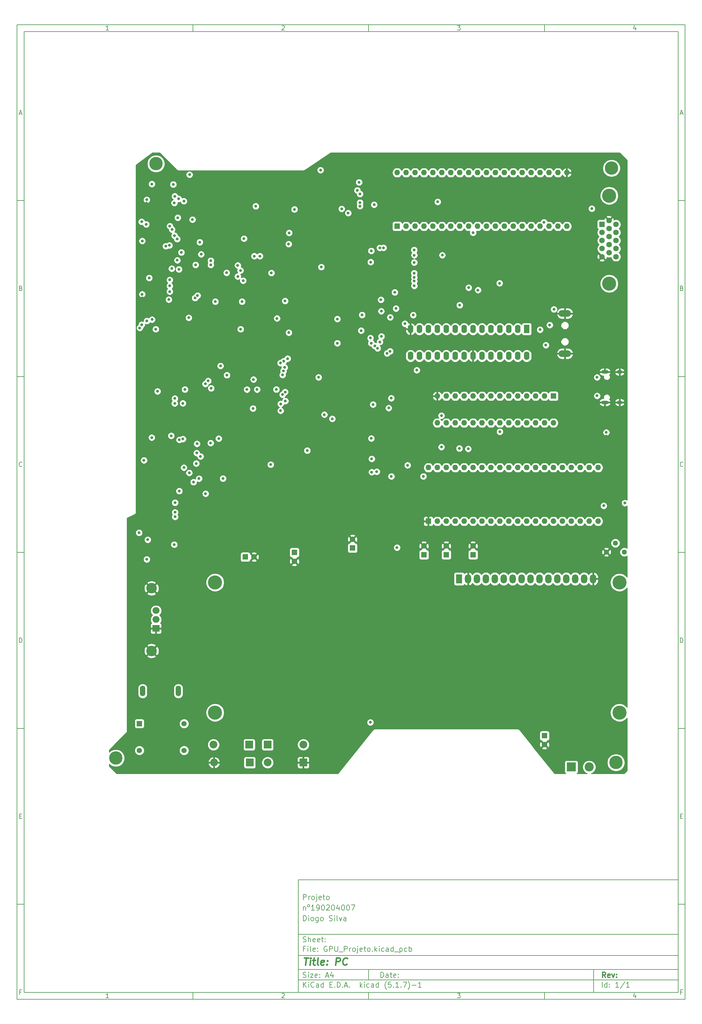
<source format=gbr>
%TF.GenerationSoftware,KiCad,Pcbnew,(5.1.7)-1*%
%TF.CreationDate,2021-02-02T03:53:03+00:00*%
%TF.ProjectId,GPU_Projeto,4750555f-5072-46f6-9a65-746f2e6b6963,rev?*%
%TF.SameCoordinates,Original*%
%TF.FileFunction,Copper,L3,Inr*%
%TF.FilePolarity,Positive*%
%FSLAX46Y46*%
G04 Gerber Fmt 4.6, Leading zero omitted, Abs format (unit mm)*
G04 Created by KiCad (PCBNEW (5.1.7)-1) date 2021-02-02 03:53:03*
%MOMM*%
%LPD*%
G01*
G04 APERTURE LIST*
%ADD10C,0.100000*%
%ADD11C,0.150000*%
%ADD12C,0.300000*%
%ADD13C,0.400000*%
%TA.AperFunction,ComponentPad*%
%ADD14C,1.520000*%
%TD*%
%TA.AperFunction,ComponentPad*%
%ADD15R,1.520000X1.520000*%
%TD*%
%TA.AperFunction,ComponentPad*%
%ADD16C,4.000000*%
%TD*%
%TA.AperFunction,ComponentPad*%
%ADD17C,1.600000*%
%TD*%
%TA.AperFunction,ComponentPad*%
%ADD18R,1.600000X1.600000*%
%TD*%
%TA.AperFunction,ComponentPad*%
%ADD19O,1.800000X2.600000*%
%TD*%
%TA.AperFunction,ComponentPad*%
%ADD20R,1.800000X2.600000*%
%TD*%
%TA.AperFunction,ComponentPad*%
%ADD21O,2.200000X2.200000*%
%TD*%
%TA.AperFunction,ComponentPad*%
%ADD22R,2.200000X2.200000*%
%TD*%
%TA.AperFunction,ComponentPad*%
%ADD23O,1.500000X3.000000*%
%TD*%
%TA.AperFunction,ComponentPad*%
%ADD24C,3.800000*%
%TD*%
%TA.AperFunction,ComponentPad*%
%ADD25C,3.000000*%
%TD*%
%TA.AperFunction,ComponentPad*%
%ADD26C,2.600000*%
%TD*%
%TA.AperFunction,ComponentPad*%
%ADD27R,2.600000X2.600000*%
%TD*%
%TA.AperFunction,ComponentPad*%
%ADD28C,1.440000*%
%TD*%
%TA.AperFunction,ComponentPad*%
%ADD29R,2.000000X1.905000*%
%TD*%
%TA.AperFunction,ComponentPad*%
%ADD30O,2.000000X1.905000*%
%TD*%
%TA.AperFunction,ComponentPad*%
%ADD31O,1.600000X1.600000*%
%TD*%
%TA.AperFunction,ComponentPad*%
%ADD32R,1.600000X2.400000*%
%TD*%
%TA.AperFunction,ComponentPad*%
%ADD33O,1.600000X2.400000*%
%TD*%
%TA.AperFunction,ComponentPad*%
%ADD34O,2.100000X1.000000*%
%TD*%
%TA.AperFunction,ComponentPad*%
%ADD35O,1.600000X1.000000*%
%TD*%
%TA.AperFunction,ComponentPad*%
%ADD36O,3.500000X1.900000*%
%TD*%
%TA.AperFunction,ViaPad*%
%ADD37C,0.800000*%
%TD*%
%TA.AperFunction,Conductor*%
%ADD38C,0.254000*%
%TD*%
%TA.AperFunction,Conductor*%
%ADD39C,0.100000*%
%TD*%
G04 APERTURE END LIST*
D10*
D11*
X90007200Y-253002200D02*
X90007200Y-285002200D01*
X198007200Y-285002200D01*
X198007200Y-253002200D01*
X90007200Y-253002200D01*
D10*
D11*
X10000000Y-10000000D02*
X10000000Y-287002200D01*
X200007200Y-287002200D01*
X200007200Y-10000000D01*
X10000000Y-10000000D01*
D10*
D11*
X12000000Y-12000000D02*
X12000000Y-285002200D01*
X198007200Y-285002200D01*
X198007200Y-12000000D01*
X12000000Y-12000000D01*
D10*
D11*
X60000000Y-12000000D02*
X60000000Y-10000000D01*
D10*
D11*
X110000000Y-12000000D02*
X110000000Y-10000000D01*
D10*
D11*
X160000000Y-12000000D02*
X160000000Y-10000000D01*
D10*
D11*
X36065476Y-11588095D02*
X35322619Y-11588095D01*
X35694047Y-11588095D02*
X35694047Y-10288095D01*
X35570238Y-10473809D01*
X35446428Y-10597619D01*
X35322619Y-10659523D01*
D10*
D11*
X85322619Y-10411904D02*
X85384523Y-10350000D01*
X85508333Y-10288095D01*
X85817857Y-10288095D01*
X85941666Y-10350000D01*
X86003571Y-10411904D01*
X86065476Y-10535714D01*
X86065476Y-10659523D01*
X86003571Y-10845238D01*
X85260714Y-11588095D01*
X86065476Y-11588095D01*
D10*
D11*
X135260714Y-10288095D02*
X136065476Y-10288095D01*
X135632142Y-10783333D01*
X135817857Y-10783333D01*
X135941666Y-10845238D01*
X136003571Y-10907142D01*
X136065476Y-11030952D01*
X136065476Y-11340476D01*
X136003571Y-11464285D01*
X135941666Y-11526190D01*
X135817857Y-11588095D01*
X135446428Y-11588095D01*
X135322619Y-11526190D01*
X135260714Y-11464285D01*
D10*
D11*
X185941666Y-10721428D02*
X185941666Y-11588095D01*
X185632142Y-10226190D02*
X185322619Y-11154761D01*
X186127380Y-11154761D01*
D10*
D11*
X60000000Y-285002200D02*
X60000000Y-287002200D01*
D10*
D11*
X110000000Y-285002200D02*
X110000000Y-287002200D01*
D10*
D11*
X160000000Y-285002200D02*
X160000000Y-287002200D01*
D10*
D11*
X36065476Y-286590295D02*
X35322619Y-286590295D01*
X35694047Y-286590295D02*
X35694047Y-285290295D01*
X35570238Y-285476009D01*
X35446428Y-285599819D01*
X35322619Y-285661723D01*
D10*
D11*
X85322619Y-285414104D02*
X85384523Y-285352200D01*
X85508333Y-285290295D01*
X85817857Y-285290295D01*
X85941666Y-285352200D01*
X86003571Y-285414104D01*
X86065476Y-285537914D01*
X86065476Y-285661723D01*
X86003571Y-285847438D01*
X85260714Y-286590295D01*
X86065476Y-286590295D01*
D10*
D11*
X135260714Y-285290295D02*
X136065476Y-285290295D01*
X135632142Y-285785533D01*
X135817857Y-285785533D01*
X135941666Y-285847438D01*
X136003571Y-285909342D01*
X136065476Y-286033152D01*
X136065476Y-286342676D01*
X136003571Y-286466485D01*
X135941666Y-286528390D01*
X135817857Y-286590295D01*
X135446428Y-286590295D01*
X135322619Y-286528390D01*
X135260714Y-286466485D01*
D10*
D11*
X185941666Y-285723628D02*
X185941666Y-286590295D01*
X185632142Y-285228390D02*
X185322619Y-286156961D01*
X186127380Y-286156961D01*
D10*
D11*
X10000000Y-60000000D02*
X12000000Y-60000000D01*
D10*
D11*
X10000000Y-110000000D02*
X12000000Y-110000000D01*
D10*
D11*
X10000000Y-160000000D02*
X12000000Y-160000000D01*
D10*
D11*
X10000000Y-210000000D02*
X12000000Y-210000000D01*
D10*
D11*
X10000000Y-260000000D02*
X12000000Y-260000000D01*
D10*
D11*
X10690476Y-35216666D02*
X11309523Y-35216666D01*
X10566666Y-35588095D02*
X11000000Y-34288095D01*
X11433333Y-35588095D01*
D10*
D11*
X11092857Y-84907142D02*
X11278571Y-84969047D01*
X11340476Y-85030952D01*
X11402380Y-85154761D01*
X11402380Y-85340476D01*
X11340476Y-85464285D01*
X11278571Y-85526190D01*
X11154761Y-85588095D01*
X10659523Y-85588095D01*
X10659523Y-84288095D01*
X11092857Y-84288095D01*
X11216666Y-84350000D01*
X11278571Y-84411904D01*
X11340476Y-84535714D01*
X11340476Y-84659523D01*
X11278571Y-84783333D01*
X11216666Y-84845238D01*
X11092857Y-84907142D01*
X10659523Y-84907142D01*
D10*
D11*
X11402380Y-135464285D02*
X11340476Y-135526190D01*
X11154761Y-135588095D01*
X11030952Y-135588095D01*
X10845238Y-135526190D01*
X10721428Y-135402380D01*
X10659523Y-135278571D01*
X10597619Y-135030952D01*
X10597619Y-134845238D01*
X10659523Y-134597619D01*
X10721428Y-134473809D01*
X10845238Y-134350000D01*
X11030952Y-134288095D01*
X11154761Y-134288095D01*
X11340476Y-134350000D01*
X11402380Y-134411904D01*
D10*
D11*
X10659523Y-185588095D02*
X10659523Y-184288095D01*
X10969047Y-184288095D01*
X11154761Y-184350000D01*
X11278571Y-184473809D01*
X11340476Y-184597619D01*
X11402380Y-184845238D01*
X11402380Y-185030952D01*
X11340476Y-185278571D01*
X11278571Y-185402380D01*
X11154761Y-185526190D01*
X10969047Y-185588095D01*
X10659523Y-185588095D01*
D10*
D11*
X10721428Y-234907142D02*
X11154761Y-234907142D01*
X11340476Y-235588095D02*
X10721428Y-235588095D01*
X10721428Y-234288095D01*
X11340476Y-234288095D01*
D10*
D11*
X11185714Y-284907142D02*
X10752380Y-284907142D01*
X10752380Y-285588095D02*
X10752380Y-284288095D01*
X11371428Y-284288095D01*
D10*
D11*
X200007200Y-60000000D02*
X198007200Y-60000000D01*
D10*
D11*
X200007200Y-110000000D02*
X198007200Y-110000000D01*
D10*
D11*
X200007200Y-160000000D02*
X198007200Y-160000000D01*
D10*
D11*
X200007200Y-210000000D02*
X198007200Y-210000000D01*
D10*
D11*
X200007200Y-260000000D02*
X198007200Y-260000000D01*
D10*
D11*
X198697676Y-35216666D02*
X199316723Y-35216666D01*
X198573866Y-35588095D02*
X199007200Y-34288095D01*
X199440533Y-35588095D01*
D10*
D11*
X199100057Y-84907142D02*
X199285771Y-84969047D01*
X199347676Y-85030952D01*
X199409580Y-85154761D01*
X199409580Y-85340476D01*
X199347676Y-85464285D01*
X199285771Y-85526190D01*
X199161961Y-85588095D01*
X198666723Y-85588095D01*
X198666723Y-84288095D01*
X199100057Y-84288095D01*
X199223866Y-84350000D01*
X199285771Y-84411904D01*
X199347676Y-84535714D01*
X199347676Y-84659523D01*
X199285771Y-84783333D01*
X199223866Y-84845238D01*
X199100057Y-84907142D01*
X198666723Y-84907142D01*
D10*
D11*
X199409580Y-135464285D02*
X199347676Y-135526190D01*
X199161961Y-135588095D01*
X199038152Y-135588095D01*
X198852438Y-135526190D01*
X198728628Y-135402380D01*
X198666723Y-135278571D01*
X198604819Y-135030952D01*
X198604819Y-134845238D01*
X198666723Y-134597619D01*
X198728628Y-134473809D01*
X198852438Y-134350000D01*
X199038152Y-134288095D01*
X199161961Y-134288095D01*
X199347676Y-134350000D01*
X199409580Y-134411904D01*
D10*
D11*
X198666723Y-185588095D02*
X198666723Y-184288095D01*
X198976247Y-184288095D01*
X199161961Y-184350000D01*
X199285771Y-184473809D01*
X199347676Y-184597619D01*
X199409580Y-184845238D01*
X199409580Y-185030952D01*
X199347676Y-185278571D01*
X199285771Y-185402380D01*
X199161961Y-185526190D01*
X198976247Y-185588095D01*
X198666723Y-185588095D01*
D10*
D11*
X198728628Y-234907142D02*
X199161961Y-234907142D01*
X199347676Y-235588095D02*
X198728628Y-235588095D01*
X198728628Y-234288095D01*
X199347676Y-234288095D01*
D10*
D11*
X199192914Y-284907142D02*
X198759580Y-284907142D01*
X198759580Y-285588095D02*
X198759580Y-284288095D01*
X199378628Y-284288095D01*
D10*
D11*
X113439342Y-280780771D02*
X113439342Y-279280771D01*
X113796485Y-279280771D01*
X114010771Y-279352200D01*
X114153628Y-279495057D01*
X114225057Y-279637914D01*
X114296485Y-279923628D01*
X114296485Y-280137914D01*
X114225057Y-280423628D01*
X114153628Y-280566485D01*
X114010771Y-280709342D01*
X113796485Y-280780771D01*
X113439342Y-280780771D01*
X115582200Y-280780771D02*
X115582200Y-279995057D01*
X115510771Y-279852200D01*
X115367914Y-279780771D01*
X115082200Y-279780771D01*
X114939342Y-279852200D01*
X115582200Y-280709342D02*
X115439342Y-280780771D01*
X115082200Y-280780771D01*
X114939342Y-280709342D01*
X114867914Y-280566485D01*
X114867914Y-280423628D01*
X114939342Y-280280771D01*
X115082200Y-280209342D01*
X115439342Y-280209342D01*
X115582200Y-280137914D01*
X116082200Y-279780771D02*
X116653628Y-279780771D01*
X116296485Y-279280771D02*
X116296485Y-280566485D01*
X116367914Y-280709342D01*
X116510771Y-280780771D01*
X116653628Y-280780771D01*
X117725057Y-280709342D02*
X117582200Y-280780771D01*
X117296485Y-280780771D01*
X117153628Y-280709342D01*
X117082200Y-280566485D01*
X117082200Y-279995057D01*
X117153628Y-279852200D01*
X117296485Y-279780771D01*
X117582200Y-279780771D01*
X117725057Y-279852200D01*
X117796485Y-279995057D01*
X117796485Y-280137914D01*
X117082200Y-280280771D01*
X118439342Y-280637914D02*
X118510771Y-280709342D01*
X118439342Y-280780771D01*
X118367914Y-280709342D01*
X118439342Y-280637914D01*
X118439342Y-280780771D01*
X118439342Y-279852200D02*
X118510771Y-279923628D01*
X118439342Y-279995057D01*
X118367914Y-279923628D01*
X118439342Y-279852200D01*
X118439342Y-279995057D01*
D10*
D11*
X90007200Y-281502200D02*
X198007200Y-281502200D01*
D10*
D11*
X91439342Y-283580771D02*
X91439342Y-282080771D01*
X92296485Y-283580771D02*
X91653628Y-282723628D01*
X92296485Y-282080771D02*
X91439342Y-282937914D01*
X92939342Y-283580771D02*
X92939342Y-282580771D01*
X92939342Y-282080771D02*
X92867914Y-282152200D01*
X92939342Y-282223628D01*
X93010771Y-282152200D01*
X92939342Y-282080771D01*
X92939342Y-282223628D01*
X94510771Y-283437914D02*
X94439342Y-283509342D01*
X94225057Y-283580771D01*
X94082200Y-283580771D01*
X93867914Y-283509342D01*
X93725057Y-283366485D01*
X93653628Y-283223628D01*
X93582200Y-282937914D01*
X93582200Y-282723628D01*
X93653628Y-282437914D01*
X93725057Y-282295057D01*
X93867914Y-282152200D01*
X94082200Y-282080771D01*
X94225057Y-282080771D01*
X94439342Y-282152200D01*
X94510771Y-282223628D01*
X95796485Y-283580771D02*
X95796485Y-282795057D01*
X95725057Y-282652200D01*
X95582200Y-282580771D01*
X95296485Y-282580771D01*
X95153628Y-282652200D01*
X95796485Y-283509342D02*
X95653628Y-283580771D01*
X95296485Y-283580771D01*
X95153628Y-283509342D01*
X95082200Y-283366485D01*
X95082200Y-283223628D01*
X95153628Y-283080771D01*
X95296485Y-283009342D01*
X95653628Y-283009342D01*
X95796485Y-282937914D01*
X97153628Y-283580771D02*
X97153628Y-282080771D01*
X97153628Y-283509342D02*
X97010771Y-283580771D01*
X96725057Y-283580771D01*
X96582200Y-283509342D01*
X96510771Y-283437914D01*
X96439342Y-283295057D01*
X96439342Y-282866485D01*
X96510771Y-282723628D01*
X96582200Y-282652200D01*
X96725057Y-282580771D01*
X97010771Y-282580771D01*
X97153628Y-282652200D01*
X99010771Y-282795057D02*
X99510771Y-282795057D01*
X99725057Y-283580771D02*
X99010771Y-283580771D01*
X99010771Y-282080771D01*
X99725057Y-282080771D01*
X100367914Y-283437914D02*
X100439342Y-283509342D01*
X100367914Y-283580771D01*
X100296485Y-283509342D01*
X100367914Y-283437914D01*
X100367914Y-283580771D01*
X101082200Y-283580771D02*
X101082200Y-282080771D01*
X101439342Y-282080771D01*
X101653628Y-282152200D01*
X101796485Y-282295057D01*
X101867914Y-282437914D01*
X101939342Y-282723628D01*
X101939342Y-282937914D01*
X101867914Y-283223628D01*
X101796485Y-283366485D01*
X101653628Y-283509342D01*
X101439342Y-283580771D01*
X101082200Y-283580771D01*
X102582200Y-283437914D02*
X102653628Y-283509342D01*
X102582200Y-283580771D01*
X102510771Y-283509342D01*
X102582200Y-283437914D01*
X102582200Y-283580771D01*
X103225057Y-283152200D02*
X103939342Y-283152200D01*
X103082200Y-283580771D02*
X103582200Y-282080771D01*
X104082200Y-283580771D01*
X104582200Y-283437914D02*
X104653628Y-283509342D01*
X104582200Y-283580771D01*
X104510771Y-283509342D01*
X104582200Y-283437914D01*
X104582200Y-283580771D01*
X107582200Y-283580771D02*
X107582200Y-282080771D01*
X107725057Y-283009342D02*
X108153628Y-283580771D01*
X108153628Y-282580771D02*
X107582200Y-283152200D01*
X108796485Y-283580771D02*
X108796485Y-282580771D01*
X108796485Y-282080771D02*
X108725057Y-282152200D01*
X108796485Y-282223628D01*
X108867914Y-282152200D01*
X108796485Y-282080771D01*
X108796485Y-282223628D01*
X110153628Y-283509342D02*
X110010771Y-283580771D01*
X109725057Y-283580771D01*
X109582200Y-283509342D01*
X109510771Y-283437914D01*
X109439342Y-283295057D01*
X109439342Y-282866485D01*
X109510771Y-282723628D01*
X109582200Y-282652200D01*
X109725057Y-282580771D01*
X110010771Y-282580771D01*
X110153628Y-282652200D01*
X111439342Y-283580771D02*
X111439342Y-282795057D01*
X111367914Y-282652200D01*
X111225057Y-282580771D01*
X110939342Y-282580771D01*
X110796485Y-282652200D01*
X111439342Y-283509342D02*
X111296485Y-283580771D01*
X110939342Y-283580771D01*
X110796485Y-283509342D01*
X110725057Y-283366485D01*
X110725057Y-283223628D01*
X110796485Y-283080771D01*
X110939342Y-283009342D01*
X111296485Y-283009342D01*
X111439342Y-282937914D01*
X112796485Y-283580771D02*
X112796485Y-282080771D01*
X112796485Y-283509342D02*
X112653628Y-283580771D01*
X112367914Y-283580771D01*
X112225057Y-283509342D01*
X112153628Y-283437914D01*
X112082200Y-283295057D01*
X112082200Y-282866485D01*
X112153628Y-282723628D01*
X112225057Y-282652200D01*
X112367914Y-282580771D01*
X112653628Y-282580771D01*
X112796485Y-282652200D01*
X115082200Y-284152200D02*
X115010771Y-284080771D01*
X114867914Y-283866485D01*
X114796485Y-283723628D01*
X114725057Y-283509342D01*
X114653628Y-283152200D01*
X114653628Y-282866485D01*
X114725057Y-282509342D01*
X114796485Y-282295057D01*
X114867914Y-282152200D01*
X115010771Y-281937914D01*
X115082200Y-281866485D01*
X116367914Y-282080771D02*
X115653628Y-282080771D01*
X115582200Y-282795057D01*
X115653628Y-282723628D01*
X115796485Y-282652200D01*
X116153628Y-282652200D01*
X116296485Y-282723628D01*
X116367914Y-282795057D01*
X116439342Y-282937914D01*
X116439342Y-283295057D01*
X116367914Y-283437914D01*
X116296485Y-283509342D01*
X116153628Y-283580771D01*
X115796485Y-283580771D01*
X115653628Y-283509342D01*
X115582200Y-283437914D01*
X117082200Y-283437914D02*
X117153628Y-283509342D01*
X117082200Y-283580771D01*
X117010771Y-283509342D01*
X117082200Y-283437914D01*
X117082200Y-283580771D01*
X118582200Y-283580771D02*
X117725057Y-283580771D01*
X118153628Y-283580771D02*
X118153628Y-282080771D01*
X118010771Y-282295057D01*
X117867914Y-282437914D01*
X117725057Y-282509342D01*
X119225057Y-283437914D02*
X119296485Y-283509342D01*
X119225057Y-283580771D01*
X119153628Y-283509342D01*
X119225057Y-283437914D01*
X119225057Y-283580771D01*
X119796485Y-282080771D02*
X120796485Y-282080771D01*
X120153628Y-283580771D01*
X121225057Y-284152200D02*
X121296485Y-284080771D01*
X121439342Y-283866485D01*
X121510771Y-283723628D01*
X121582200Y-283509342D01*
X121653628Y-283152200D01*
X121653628Y-282866485D01*
X121582200Y-282509342D01*
X121510771Y-282295057D01*
X121439342Y-282152200D01*
X121296485Y-281937914D01*
X121225057Y-281866485D01*
X122367914Y-283009342D02*
X123510771Y-283009342D01*
X125010771Y-283580771D02*
X124153628Y-283580771D01*
X124582200Y-283580771D02*
X124582200Y-282080771D01*
X124439342Y-282295057D01*
X124296485Y-282437914D01*
X124153628Y-282509342D01*
D10*
D11*
X90007200Y-278502200D02*
X198007200Y-278502200D01*
D10*
D12*
X177416485Y-280780771D02*
X176916485Y-280066485D01*
X176559342Y-280780771D02*
X176559342Y-279280771D01*
X177130771Y-279280771D01*
X177273628Y-279352200D01*
X177345057Y-279423628D01*
X177416485Y-279566485D01*
X177416485Y-279780771D01*
X177345057Y-279923628D01*
X177273628Y-279995057D01*
X177130771Y-280066485D01*
X176559342Y-280066485D01*
X178630771Y-280709342D02*
X178487914Y-280780771D01*
X178202200Y-280780771D01*
X178059342Y-280709342D01*
X177987914Y-280566485D01*
X177987914Y-279995057D01*
X178059342Y-279852200D01*
X178202200Y-279780771D01*
X178487914Y-279780771D01*
X178630771Y-279852200D01*
X178702200Y-279995057D01*
X178702200Y-280137914D01*
X177987914Y-280280771D01*
X179202200Y-279780771D02*
X179559342Y-280780771D01*
X179916485Y-279780771D01*
X180487914Y-280637914D02*
X180559342Y-280709342D01*
X180487914Y-280780771D01*
X180416485Y-280709342D01*
X180487914Y-280637914D01*
X180487914Y-280780771D01*
X180487914Y-279852200D02*
X180559342Y-279923628D01*
X180487914Y-279995057D01*
X180416485Y-279923628D01*
X180487914Y-279852200D01*
X180487914Y-279995057D01*
D10*
D11*
X91367914Y-280709342D02*
X91582200Y-280780771D01*
X91939342Y-280780771D01*
X92082200Y-280709342D01*
X92153628Y-280637914D01*
X92225057Y-280495057D01*
X92225057Y-280352200D01*
X92153628Y-280209342D01*
X92082200Y-280137914D01*
X91939342Y-280066485D01*
X91653628Y-279995057D01*
X91510771Y-279923628D01*
X91439342Y-279852200D01*
X91367914Y-279709342D01*
X91367914Y-279566485D01*
X91439342Y-279423628D01*
X91510771Y-279352200D01*
X91653628Y-279280771D01*
X92010771Y-279280771D01*
X92225057Y-279352200D01*
X92867914Y-280780771D02*
X92867914Y-279780771D01*
X92867914Y-279280771D02*
X92796485Y-279352200D01*
X92867914Y-279423628D01*
X92939342Y-279352200D01*
X92867914Y-279280771D01*
X92867914Y-279423628D01*
X93439342Y-279780771D02*
X94225057Y-279780771D01*
X93439342Y-280780771D01*
X94225057Y-280780771D01*
X95367914Y-280709342D02*
X95225057Y-280780771D01*
X94939342Y-280780771D01*
X94796485Y-280709342D01*
X94725057Y-280566485D01*
X94725057Y-279995057D01*
X94796485Y-279852200D01*
X94939342Y-279780771D01*
X95225057Y-279780771D01*
X95367914Y-279852200D01*
X95439342Y-279995057D01*
X95439342Y-280137914D01*
X94725057Y-280280771D01*
X96082200Y-280637914D02*
X96153628Y-280709342D01*
X96082200Y-280780771D01*
X96010771Y-280709342D01*
X96082200Y-280637914D01*
X96082200Y-280780771D01*
X96082200Y-279852200D02*
X96153628Y-279923628D01*
X96082200Y-279995057D01*
X96010771Y-279923628D01*
X96082200Y-279852200D01*
X96082200Y-279995057D01*
X97867914Y-280352200D02*
X98582200Y-280352200D01*
X97725057Y-280780771D02*
X98225057Y-279280771D01*
X98725057Y-280780771D01*
X99867914Y-279780771D02*
X99867914Y-280780771D01*
X99510771Y-279209342D02*
X99153628Y-280280771D01*
X100082200Y-280280771D01*
D10*
D11*
X176439342Y-283580771D02*
X176439342Y-282080771D01*
X177796485Y-283580771D02*
X177796485Y-282080771D01*
X177796485Y-283509342D02*
X177653628Y-283580771D01*
X177367914Y-283580771D01*
X177225057Y-283509342D01*
X177153628Y-283437914D01*
X177082200Y-283295057D01*
X177082200Y-282866485D01*
X177153628Y-282723628D01*
X177225057Y-282652200D01*
X177367914Y-282580771D01*
X177653628Y-282580771D01*
X177796485Y-282652200D01*
X178510771Y-283437914D02*
X178582200Y-283509342D01*
X178510771Y-283580771D01*
X178439342Y-283509342D01*
X178510771Y-283437914D01*
X178510771Y-283580771D01*
X178510771Y-282652200D02*
X178582200Y-282723628D01*
X178510771Y-282795057D01*
X178439342Y-282723628D01*
X178510771Y-282652200D01*
X178510771Y-282795057D01*
X181153628Y-283580771D02*
X180296485Y-283580771D01*
X180725057Y-283580771D02*
X180725057Y-282080771D01*
X180582200Y-282295057D01*
X180439342Y-282437914D01*
X180296485Y-282509342D01*
X182867914Y-282009342D02*
X181582200Y-283937914D01*
X184153628Y-283580771D02*
X183296485Y-283580771D01*
X183725057Y-283580771D02*
X183725057Y-282080771D01*
X183582200Y-282295057D01*
X183439342Y-282437914D01*
X183296485Y-282509342D01*
D10*
D11*
X90007200Y-274502200D02*
X198007200Y-274502200D01*
D10*
D13*
X91719580Y-275206961D02*
X92862438Y-275206961D01*
X92041009Y-277206961D02*
X92291009Y-275206961D01*
X93279104Y-277206961D02*
X93445771Y-275873628D01*
X93529104Y-275206961D02*
X93421961Y-275302200D01*
X93505295Y-275397438D01*
X93612438Y-275302200D01*
X93529104Y-275206961D01*
X93505295Y-275397438D01*
X94112438Y-275873628D02*
X94874342Y-275873628D01*
X94481485Y-275206961D02*
X94267200Y-276921247D01*
X94338628Y-277111723D01*
X94517200Y-277206961D01*
X94707676Y-277206961D01*
X95660057Y-277206961D02*
X95481485Y-277111723D01*
X95410057Y-276921247D01*
X95624342Y-275206961D01*
X97195771Y-277111723D02*
X96993390Y-277206961D01*
X96612438Y-277206961D01*
X96433866Y-277111723D01*
X96362438Y-276921247D01*
X96457676Y-276159342D01*
X96576723Y-275968866D01*
X96779104Y-275873628D01*
X97160057Y-275873628D01*
X97338628Y-275968866D01*
X97410057Y-276159342D01*
X97386247Y-276349819D01*
X96410057Y-276540295D01*
X98160057Y-277016485D02*
X98243390Y-277111723D01*
X98136247Y-277206961D01*
X98052914Y-277111723D01*
X98160057Y-277016485D01*
X98136247Y-277206961D01*
X98291009Y-275968866D02*
X98374342Y-276064104D01*
X98267200Y-276159342D01*
X98183866Y-276064104D01*
X98291009Y-275968866D01*
X98267200Y-276159342D01*
X100612438Y-277206961D02*
X100862438Y-275206961D01*
X101624342Y-275206961D01*
X101802914Y-275302200D01*
X101886247Y-275397438D01*
X101957676Y-275587914D01*
X101921961Y-275873628D01*
X101802914Y-276064104D01*
X101695771Y-276159342D01*
X101493390Y-276254580D01*
X100731485Y-276254580D01*
X103779104Y-277016485D02*
X103671961Y-277111723D01*
X103374342Y-277206961D01*
X103183866Y-277206961D01*
X102910057Y-277111723D01*
X102743390Y-276921247D01*
X102671961Y-276730771D01*
X102624342Y-276349819D01*
X102660057Y-276064104D01*
X102802914Y-275683152D01*
X102921961Y-275492676D01*
X103136247Y-275302200D01*
X103433866Y-275206961D01*
X103624342Y-275206961D01*
X103898152Y-275302200D01*
X103981485Y-275397438D01*
D10*
D11*
X91939342Y-272595057D02*
X91439342Y-272595057D01*
X91439342Y-273380771D02*
X91439342Y-271880771D01*
X92153628Y-271880771D01*
X92725057Y-273380771D02*
X92725057Y-272380771D01*
X92725057Y-271880771D02*
X92653628Y-271952200D01*
X92725057Y-272023628D01*
X92796485Y-271952200D01*
X92725057Y-271880771D01*
X92725057Y-272023628D01*
X93653628Y-273380771D02*
X93510771Y-273309342D01*
X93439342Y-273166485D01*
X93439342Y-271880771D01*
X94796485Y-273309342D02*
X94653628Y-273380771D01*
X94367914Y-273380771D01*
X94225057Y-273309342D01*
X94153628Y-273166485D01*
X94153628Y-272595057D01*
X94225057Y-272452200D01*
X94367914Y-272380771D01*
X94653628Y-272380771D01*
X94796485Y-272452200D01*
X94867914Y-272595057D01*
X94867914Y-272737914D01*
X94153628Y-272880771D01*
X95510771Y-273237914D02*
X95582200Y-273309342D01*
X95510771Y-273380771D01*
X95439342Y-273309342D01*
X95510771Y-273237914D01*
X95510771Y-273380771D01*
X95510771Y-272452200D02*
X95582200Y-272523628D01*
X95510771Y-272595057D01*
X95439342Y-272523628D01*
X95510771Y-272452200D01*
X95510771Y-272595057D01*
X98153628Y-271952200D02*
X98010771Y-271880771D01*
X97796485Y-271880771D01*
X97582200Y-271952200D01*
X97439342Y-272095057D01*
X97367914Y-272237914D01*
X97296485Y-272523628D01*
X97296485Y-272737914D01*
X97367914Y-273023628D01*
X97439342Y-273166485D01*
X97582200Y-273309342D01*
X97796485Y-273380771D01*
X97939342Y-273380771D01*
X98153628Y-273309342D01*
X98225057Y-273237914D01*
X98225057Y-272737914D01*
X97939342Y-272737914D01*
X98867914Y-273380771D02*
X98867914Y-271880771D01*
X99439342Y-271880771D01*
X99582200Y-271952200D01*
X99653628Y-272023628D01*
X99725057Y-272166485D01*
X99725057Y-272380771D01*
X99653628Y-272523628D01*
X99582200Y-272595057D01*
X99439342Y-272666485D01*
X98867914Y-272666485D01*
X100367914Y-271880771D02*
X100367914Y-273095057D01*
X100439342Y-273237914D01*
X100510771Y-273309342D01*
X100653628Y-273380771D01*
X100939342Y-273380771D01*
X101082200Y-273309342D01*
X101153628Y-273237914D01*
X101225057Y-273095057D01*
X101225057Y-271880771D01*
X101582200Y-273523628D02*
X102725057Y-273523628D01*
X103082200Y-273380771D02*
X103082200Y-271880771D01*
X103653628Y-271880771D01*
X103796485Y-271952200D01*
X103867914Y-272023628D01*
X103939342Y-272166485D01*
X103939342Y-272380771D01*
X103867914Y-272523628D01*
X103796485Y-272595057D01*
X103653628Y-272666485D01*
X103082200Y-272666485D01*
X104582200Y-273380771D02*
X104582200Y-272380771D01*
X104582200Y-272666485D02*
X104653628Y-272523628D01*
X104725057Y-272452200D01*
X104867914Y-272380771D01*
X105010771Y-272380771D01*
X105725057Y-273380771D02*
X105582200Y-273309342D01*
X105510771Y-273237914D01*
X105439342Y-273095057D01*
X105439342Y-272666485D01*
X105510771Y-272523628D01*
X105582200Y-272452200D01*
X105725057Y-272380771D01*
X105939342Y-272380771D01*
X106082200Y-272452200D01*
X106153628Y-272523628D01*
X106225057Y-272666485D01*
X106225057Y-273095057D01*
X106153628Y-273237914D01*
X106082200Y-273309342D01*
X105939342Y-273380771D01*
X105725057Y-273380771D01*
X106867914Y-272380771D02*
X106867914Y-273666485D01*
X106796485Y-273809342D01*
X106653628Y-273880771D01*
X106582200Y-273880771D01*
X106867914Y-271880771D02*
X106796485Y-271952200D01*
X106867914Y-272023628D01*
X106939342Y-271952200D01*
X106867914Y-271880771D01*
X106867914Y-272023628D01*
X108153628Y-273309342D02*
X108010771Y-273380771D01*
X107725057Y-273380771D01*
X107582200Y-273309342D01*
X107510771Y-273166485D01*
X107510771Y-272595057D01*
X107582200Y-272452200D01*
X107725057Y-272380771D01*
X108010771Y-272380771D01*
X108153628Y-272452200D01*
X108225057Y-272595057D01*
X108225057Y-272737914D01*
X107510771Y-272880771D01*
X108653628Y-272380771D02*
X109225057Y-272380771D01*
X108867914Y-271880771D02*
X108867914Y-273166485D01*
X108939342Y-273309342D01*
X109082200Y-273380771D01*
X109225057Y-273380771D01*
X109939342Y-273380771D02*
X109796485Y-273309342D01*
X109725057Y-273237914D01*
X109653628Y-273095057D01*
X109653628Y-272666485D01*
X109725057Y-272523628D01*
X109796485Y-272452200D01*
X109939342Y-272380771D01*
X110153628Y-272380771D01*
X110296485Y-272452200D01*
X110367914Y-272523628D01*
X110439342Y-272666485D01*
X110439342Y-273095057D01*
X110367914Y-273237914D01*
X110296485Y-273309342D01*
X110153628Y-273380771D01*
X109939342Y-273380771D01*
X111082200Y-273237914D02*
X111153628Y-273309342D01*
X111082200Y-273380771D01*
X111010771Y-273309342D01*
X111082200Y-273237914D01*
X111082200Y-273380771D01*
X111796485Y-273380771D02*
X111796485Y-271880771D01*
X111939342Y-272809342D02*
X112367914Y-273380771D01*
X112367914Y-272380771D02*
X111796485Y-272952200D01*
X113010771Y-273380771D02*
X113010771Y-272380771D01*
X113010771Y-271880771D02*
X112939342Y-271952200D01*
X113010771Y-272023628D01*
X113082200Y-271952200D01*
X113010771Y-271880771D01*
X113010771Y-272023628D01*
X114367914Y-273309342D02*
X114225057Y-273380771D01*
X113939342Y-273380771D01*
X113796485Y-273309342D01*
X113725057Y-273237914D01*
X113653628Y-273095057D01*
X113653628Y-272666485D01*
X113725057Y-272523628D01*
X113796485Y-272452200D01*
X113939342Y-272380771D01*
X114225057Y-272380771D01*
X114367914Y-272452200D01*
X115653628Y-273380771D02*
X115653628Y-272595057D01*
X115582200Y-272452200D01*
X115439342Y-272380771D01*
X115153628Y-272380771D01*
X115010771Y-272452200D01*
X115653628Y-273309342D02*
X115510771Y-273380771D01*
X115153628Y-273380771D01*
X115010771Y-273309342D01*
X114939342Y-273166485D01*
X114939342Y-273023628D01*
X115010771Y-272880771D01*
X115153628Y-272809342D01*
X115510771Y-272809342D01*
X115653628Y-272737914D01*
X117010771Y-273380771D02*
X117010771Y-271880771D01*
X117010771Y-273309342D02*
X116867914Y-273380771D01*
X116582200Y-273380771D01*
X116439342Y-273309342D01*
X116367914Y-273237914D01*
X116296485Y-273095057D01*
X116296485Y-272666485D01*
X116367914Y-272523628D01*
X116439342Y-272452200D01*
X116582200Y-272380771D01*
X116867914Y-272380771D01*
X117010771Y-272452200D01*
X117367914Y-273523628D02*
X118510771Y-273523628D01*
X118867914Y-272380771D02*
X118867914Y-273880771D01*
X118867914Y-272452200D02*
X119010771Y-272380771D01*
X119296485Y-272380771D01*
X119439342Y-272452200D01*
X119510771Y-272523628D01*
X119582200Y-272666485D01*
X119582200Y-273095057D01*
X119510771Y-273237914D01*
X119439342Y-273309342D01*
X119296485Y-273380771D01*
X119010771Y-273380771D01*
X118867914Y-273309342D01*
X120867914Y-273309342D02*
X120725057Y-273380771D01*
X120439342Y-273380771D01*
X120296485Y-273309342D01*
X120225057Y-273237914D01*
X120153628Y-273095057D01*
X120153628Y-272666485D01*
X120225057Y-272523628D01*
X120296485Y-272452200D01*
X120439342Y-272380771D01*
X120725057Y-272380771D01*
X120867914Y-272452200D01*
X121510771Y-273380771D02*
X121510771Y-271880771D01*
X121510771Y-272452200D02*
X121653628Y-272380771D01*
X121939342Y-272380771D01*
X122082200Y-272452200D01*
X122153628Y-272523628D01*
X122225057Y-272666485D01*
X122225057Y-273095057D01*
X122153628Y-273237914D01*
X122082200Y-273309342D01*
X121939342Y-273380771D01*
X121653628Y-273380771D01*
X121510771Y-273309342D01*
D10*
D11*
X90007200Y-268502200D02*
X198007200Y-268502200D01*
D10*
D11*
X91367914Y-270609342D02*
X91582200Y-270680771D01*
X91939342Y-270680771D01*
X92082200Y-270609342D01*
X92153628Y-270537914D01*
X92225057Y-270395057D01*
X92225057Y-270252200D01*
X92153628Y-270109342D01*
X92082200Y-270037914D01*
X91939342Y-269966485D01*
X91653628Y-269895057D01*
X91510771Y-269823628D01*
X91439342Y-269752200D01*
X91367914Y-269609342D01*
X91367914Y-269466485D01*
X91439342Y-269323628D01*
X91510771Y-269252200D01*
X91653628Y-269180771D01*
X92010771Y-269180771D01*
X92225057Y-269252200D01*
X92867914Y-270680771D02*
X92867914Y-269180771D01*
X93510771Y-270680771D02*
X93510771Y-269895057D01*
X93439342Y-269752200D01*
X93296485Y-269680771D01*
X93082200Y-269680771D01*
X92939342Y-269752200D01*
X92867914Y-269823628D01*
X94796485Y-270609342D02*
X94653628Y-270680771D01*
X94367914Y-270680771D01*
X94225057Y-270609342D01*
X94153628Y-270466485D01*
X94153628Y-269895057D01*
X94225057Y-269752200D01*
X94367914Y-269680771D01*
X94653628Y-269680771D01*
X94796485Y-269752200D01*
X94867914Y-269895057D01*
X94867914Y-270037914D01*
X94153628Y-270180771D01*
X96082200Y-270609342D02*
X95939342Y-270680771D01*
X95653628Y-270680771D01*
X95510771Y-270609342D01*
X95439342Y-270466485D01*
X95439342Y-269895057D01*
X95510771Y-269752200D01*
X95653628Y-269680771D01*
X95939342Y-269680771D01*
X96082200Y-269752200D01*
X96153628Y-269895057D01*
X96153628Y-270037914D01*
X95439342Y-270180771D01*
X96582200Y-269680771D02*
X97153628Y-269680771D01*
X96796485Y-269180771D02*
X96796485Y-270466485D01*
X96867914Y-270609342D01*
X97010771Y-270680771D01*
X97153628Y-270680771D01*
X97653628Y-270537914D02*
X97725057Y-270609342D01*
X97653628Y-270680771D01*
X97582200Y-270609342D01*
X97653628Y-270537914D01*
X97653628Y-270680771D01*
X97653628Y-269752200D02*
X97725057Y-269823628D01*
X97653628Y-269895057D01*
X97582200Y-269823628D01*
X97653628Y-269752200D01*
X97653628Y-269895057D01*
D10*
D11*
X91439342Y-264680771D02*
X91439342Y-263180771D01*
X91796485Y-263180771D01*
X92010771Y-263252200D01*
X92153628Y-263395057D01*
X92225057Y-263537914D01*
X92296485Y-263823628D01*
X92296485Y-264037914D01*
X92225057Y-264323628D01*
X92153628Y-264466485D01*
X92010771Y-264609342D01*
X91796485Y-264680771D01*
X91439342Y-264680771D01*
X92939342Y-264680771D02*
X92939342Y-263680771D01*
X92939342Y-263180771D02*
X92867914Y-263252200D01*
X92939342Y-263323628D01*
X93010771Y-263252200D01*
X92939342Y-263180771D01*
X92939342Y-263323628D01*
X93867914Y-264680771D02*
X93725057Y-264609342D01*
X93653628Y-264537914D01*
X93582200Y-264395057D01*
X93582200Y-263966485D01*
X93653628Y-263823628D01*
X93725057Y-263752200D01*
X93867914Y-263680771D01*
X94082200Y-263680771D01*
X94225057Y-263752200D01*
X94296485Y-263823628D01*
X94367914Y-263966485D01*
X94367914Y-264395057D01*
X94296485Y-264537914D01*
X94225057Y-264609342D01*
X94082200Y-264680771D01*
X93867914Y-264680771D01*
X95653628Y-263680771D02*
X95653628Y-264895057D01*
X95582200Y-265037914D01*
X95510771Y-265109342D01*
X95367914Y-265180771D01*
X95153628Y-265180771D01*
X95010771Y-265109342D01*
X95653628Y-264609342D02*
X95510771Y-264680771D01*
X95225057Y-264680771D01*
X95082200Y-264609342D01*
X95010771Y-264537914D01*
X94939342Y-264395057D01*
X94939342Y-263966485D01*
X95010771Y-263823628D01*
X95082200Y-263752200D01*
X95225057Y-263680771D01*
X95510771Y-263680771D01*
X95653628Y-263752200D01*
X96582200Y-264680771D02*
X96439342Y-264609342D01*
X96367914Y-264537914D01*
X96296485Y-264395057D01*
X96296485Y-263966485D01*
X96367914Y-263823628D01*
X96439342Y-263752200D01*
X96582200Y-263680771D01*
X96796485Y-263680771D01*
X96939342Y-263752200D01*
X97010771Y-263823628D01*
X97082200Y-263966485D01*
X97082200Y-264395057D01*
X97010771Y-264537914D01*
X96939342Y-264609342D01*
X96796485Y-264680771D01*
X96582200Y-264680771D01*
X98796485Y-264609342D02*
X99010771Y-264680771D01*
X99367914Y-264680771D01*
X99510771Y-264609342D01*
X99582200Y-264537914D01*
X99653628Y-264395057D01*
X99653628Y-264252200D01*
X99582200Y-264109342D01*
X99510771Y-264037914D01*
X99367914Y-263966485D01*
X99082200Y-263895057D01*
X98939342Y-263823628D01*
X98867914Y-263752200D01*
X98796485Y-263609342D01*
X98796485Y-263466485D01*
X98867914Y-263323628D01*
X98939342Y-263252200D01*
X99082200Y-263180771D01*
X99439342Y-263180771D01*
X99653628Y-263252200D01*
X100296485Y-264680771D02*
X100296485Y-263680771D01*
X100296485Y-263180771D02*
X100225057Y-263252200D01*
X100296485Y-263323628D01*
X100367914Y-263252200D01*
X100296485Y-263180771D01*
X100296485Y-263323628D01*
X101225057Y-264680771D02*
X101082200Y-264609342D01*
X101010771Y-264466485D01*
X101010771Y-263180771D01*
X101653628Y-263680771D02*
X102010771Y-264680771D01*
X102367914Y-263680771D01*
X103582200Y-264680771D02*
X103582200Y-263895057D01*
X103510771Y-263752200D01*
X103367914Y-263680771D01*
X103082200Y-263680771D01*
X102939342Y-263752200D01*
X103582200Y-264609342D02*
X103439342Y-264680771D01*
X103082200Y-264680771D01*
X102939342Y-264609342D01*
X102867914Y-264466485D01*
X102867914Y-264323628D01*
X102939342Y-264180771D01*
X103082200Y-264109342D01*
X103439342Y-264109342D01*
X103582200Y-264037914D01*
D10*
D11*
X91439342Y-260680771D02*
X91439342Y-261680771D01*
X91439342Y-260823628D02*
X91510771Y-260752200D01*
X91653628Y-260680771D01*
X91867914Y-260680771D01*
X92010771Y-260752200D01*
X92082200Y-260895057D01*
X92082200Y-261680771D01*
X92867914Y-260752200D02*
X92725057Y-260680771D01*
X92653628Y-260537914D01*
X92653628Y-260252200D01*
X92725057Y-260109342D01*
X92867914Y-260037914D01*
X93010771Y-260037914D01*
X93153628Y-260109342D01*
X93225057Y-260252200D01*
X93225057Y-260537914D01*
X93153628Y-260680771D01*
X93010771Y-260752200D01*
X92867914Y-260752200D01*
X94582200Y-261680771D02*
X93725057Y-261680771D01*
X94153628Y-261680771D02*
X94153628Y-260180771D01*
X94010771Y-260395057D01*
X93867914Y-260537914D01*
X93725057Y-260609342D01*
X95296485Y-261680771D02*
X95582200Y-261680771D01*
X95725057Y-261609342D01*
X95796485Y-261537914D01*
X95939342Y-261323628D01*
X96010771Y-261037914D01*
X96010771Y-260466485D01*
X95939342Y-260323628D01*
X95867914Y-260252200D01*
X95725057Y-260180771D01*
X95439342Y-260180771D01*
X95296485Y-260252200D01*
X95225057Y-260323628D01*
X95153628Y-260466485D01*
X95153628Y-260823628D01*
X95225057Y-260966485D01*
X95296485Y-261037914D01*
X95439342Y-261109342D01*
X95725057Y-261109342D01*
X95867914Y-261037914D01*
X95939342Y-260966485D01*
X96010771Y-260823628D01*
X96939342Y-260180771D02*
X97082200Y-260180771D01*
X97225057Y-260252200D01*
X97296485Y-260323628D01*
X97367914Y-260466485D01*
X97439342Y-260752200D01*
X97439342Y-261109342D01*
X97367914Y-261395057D01*
X97296485Y-261537914D01*
X97225057Y-261609342D01*
X97082200Y-261680771D01*
X96939342Y-261680771D01*
X96796485Y-261609342D01*
X96725057Y-261537914D01*
X96653628Y-261395057D01*
X96582200Y-261109342D01*
X96582200Y-260752200D01*
X96653628Y-260466485D01*
X96725057Y-260323628D01*
X96796485Y-260252200D01*
X96939342Y-260180771D01*
X98010771Y-260323628D02*
X98082200Y-260252200D01*
X98225057Y-260180771D01*
X98582200Y-260180771D01*
X98725057Y-260252200D01*
X98796485Y-260323628D01*
X98867914Y-260466485D01*
X98867914Y-260609342D01*
X98796485Y-260823628D01*
X97939342Y-261680771D01*
X98867914Y-261680771D01*
X99796485Y-260180771D02*
X99939342Y-260180771D01*
X100082200Y-260252200D01*
X100153628Y-260323628D01*
X100225057Y-260466485D01*
X100296485Y-260752200D01*
X100296485Y-261109342D01*
X100225057Y-261395057D01*
X100153628Y-261537914D01*
X100082200Y-261609342D01*
X99939342Y-261680771D01*
X99796485Y-261680771D01*
X99653628Y-261609342D01*
X99582200Y-261537914D01*
X99510771Y-261395057D01*
X99439342Y-261109342D01*
X99439342Y-260752200D01*
X99510771Y-260466485D01*
X99582200Y-260323628D01*
X99653628Y-260252200D01*
X99796485Y-260180771D01*
X101582200Y-260680771D02*
X101582200Y-261680771D01*
X101225057Y-260109342D02*
X100867914Y-261180771D01*
X101796485Y-261180771D01*
X102653628Y-260180771D02*
X102796485Y-260180771D01*
X102939342Y-260252200D01*
X103010771Y-260323628D01*
X103082200Y-260466485D01*
X103153628Y-260752200D01*
X103153628Y-261109342D01*
X103082200Y-261395057D01*
X103010771Y-261537914D01*
X102939342Y-261609342D01*
X102796485Y-261680771D01*
X102653628Y-261680771D01*
X102510771Y-261609342D01*
X102439342Y-261537914D01*
X102367914Y-261395057D01*
X102296485Y-261109342D01*
X102296485Y-260752200D01*
X102367914Y-260466485D01*
X102439342Y-260323628D01*
X102510771Y-260252200D01*
X102653628Y-260180771D01*
X104082200Y-260180771D02*
X104225057Y-260180771D01*
X104367914Y-260252200D01*
X104439342Y-260323628D01*
X104510771Y-260466485D01*
X104582200Y-260752200D01*
X104582200Y-261109342D01*
X104510771Y-261395057D01*
X104439342Y-261537914D01*
X104367914Y-261609342D01*
X104225057Y-261680771D01*
X104082200Y-261680771D01*
X103939342Y-261609342D01*
X103867914Y-261537914D01*
X103796485Y-261395057D01*
X103725057Y-261109342D01*
X103725057Y-260752200D01*
X103796485Y-260466485D01*
X103867914Y-260323628D01*
X103939342Y-260252200D01*
X104082200Y-260180771D01*
X105082200Y-260180771D02*
X106082200Y-260180771D01*
X105439342Y-261680771D01*
D10*
D11*
X91439342Y-258680771D02*
X91439342Y-257180771D01*
X92010771Y-257180771D01*
X92153628Y-257252200D01*
X92225057Y-257323628D01*
X92296485Y-257466485D01*
X92296485Y-257680771D01*
X92225057Y-257823628D01*
X92153628Y-257895057D01*
X92010771Y-257966485D01*
X91439342Y-257966485D01*
X92939342Y-258680771D02*
X92939342Y-257680771D01*
X92939342Y-257966485D02*
X93010771Y-257823628D01*
X93082200Y-257752200D01*
X93225057Y-257680771D01*
X93367914Y-257680771D01*
X94082200Y-258680771D02*
X93939342Y-258609342D01*
X93867914Y-258537914D01*
X93796485Y-258395057D01*
X93796485Y-257966485D01*
X93867914Y-257823628D01*
X93939342Y-257752200D01*
X94082200Y-257680771D01*
X94296485Y-257680771D01*
X94439342Y-257752200D01*
X94510771Y-257823628D01*
X94582200Y-257966485D01*
X94582200Y-258395057D01*
X94510771Y-258537914D01*
X94439342Y-258609342D01*
X94296485Y-258680771D01*
X94082200Y-258680771D01*
X95225057Y-257680771D02*
X95225057Y-258966485D01*
X95153628Y-259109342D01*
X95010771Y-259180771D01*
X94939342Y-259180771D01*
X95225057Y-257180771D02*
X95153628Y-257252200D01*
X95225057Y-257323628D01*
X95296485Y-257252200D01*
X95225057Y-257180771D01*
X95225057Y-257323628D01*
X96510771Y-258609342D02*
X96367914Y-258680771D01*
X96082200Y-258680771D01*
X95939342Y-258609342D01*
X95867914Y-258466485D01*
X95867914Y-257895057D01*
X95939342Y-257752200D01*
X96082200Y-257680771D01*
X96367914Y-257680771D01*
X96510771Y-257752200D01*
X96582200Y-257895057D01*
X96582200Y-258037914D01*
X95867914Y-258180771D01*
X97010771Y-257680771D02*
X97582200Y-257680771D01*
X97225057Y-257180771D02*
X97225057Y-258466485D01*
X97296485Y-258609342D01*
X97439342Y-258680771D01*
X97582200Y-258680771D01*
X98296485Y-258680771D02*
X98153628Y-258609342D01*
X98082200Y-258537914D01*
X98010771Y-258395057D01*
X98010771Y-257966485D01*
X98082200Y-257823628D01*
X98153628Y-257752200D01*
X98296485Y-257680771D01*
X98510771Y-257680771D01*
X98653628Y-257752200D01*
X98725057Y-257823628D01*
X98796485Y-257966485D01*
X98796485Y-258395057D01*
X98725057Y-258537914D01*
X98653628Y-258609342D01*
X98510771Y-258680771D01*
X98296485Y-258680771D01*
D10*
D11*
X110007200Y-278502200D02*
X110007200Y-281502200D01*
D10*
D11*
X174007200Y-278502200D02*
X174007200Y-285002200D01*
D14*
%TO.N,Net-(J1-Pad2)*%
%TO.C,T1*%
X44810000Y-216260000D03*
%TO.N,Net-(D1-Pad2)*%
X57510000Y-216260000D03*
%TO.N,Net-(F1-Pad2)*%
X57510000Y-208640000D03*
D15*
%TO.N,Net-(J1-Pad1)*%
X44810000Y-208640000D03*
%TD*%
D16*
%TO.N,N/C*%
%TO.C,J5*%
X178430000Y-58605000D03*
X178430000Y-83605000D03*
D17*
X180340000Y-75950000D03*
%TO.N,/Computador/Video Out/Sincroniza\u00E7\u00E3o Vertical/VSync*%
X180340000Y-73660000D03*
%TO.N,/Computador/Video Out/Sincroniza\u00E7\u00E3o Horizontal/HSync*%
X180340000Y-71370000D03*
%TO.N,N/C*%
X180340000Y-69080000D03*
X180340000Y-66790000D03*
%TO.N,GND*%
X178360000Y-74805000D03*
%TO.N,N/C*%
X178360000Y-72515000D03*
%TO.N,GND*%
X178360000Y-70225000D03*
X178360000Y-67935000D03*
X178360000Y-65645000D03*
X176380000Y-75950000D03*
%TO.N,N/C*%
X176380000Y-73660000D03*
%TO.N,/Computador/Video Out/Blue*%
X176380000Y-71370000D03*
%TO.N,/Computador/Video Out/Green*%
X176380000Y-69080000D03*
D18*
%TO.N,/Computador/Video Out/Red*%
X176380000Y-66790000D03*
%TD*%
D16*
%TO.N,*%
%TO.C,U9*%
X66328580Y-168511760D03*
X66328580Y-205511940D03*
X181329620Y-168511760D03*
X181329620Y-205511940D03*
D19*
%TO.N,GND*%
X173829000Y-167511000D03*
%TO.N,+5V*%
X171289000Y-167511000D03*
%TO.N,Net-(U8-Pad17)*%
X168749000Y-167511000D03*
%TO.N,Net-(U8-Pad16)*%
X166209000Y-167511000D03*
%TO.N,Net-(U8-Pad15)*%
X163669000Y-167511000D03*
%TO.N,Net-(U8-Pad14)*%
X161129000Y-167511000D03*
%TO.N,Net-(U8-Pad13)*%
X158589000Y-167511000D03*
%TO.N,Net-(U8-Pad12)*%
X156049000Y-167511000D03*
%TO.N,Net-(U8-Pad11)*%
X153509000Y-167511000D03*
%TO.N,Net-(U8-Pad10)*%
X150969000Y-167511000D03*
%TO.N,Net-(U8-Pad9)*%
X148429000Y-167511000D03*
%TO.N,Net-(U8-Pad8)*%
X145889000Y-167511000D03*
%TO.N,Net-(U8-Pad7)*%
X143349000Y-167511000D03*
%TO.N,Net-(RV1-Pad2)*%
X140809000Y-167511000D03*
%TO.N,GND*%
X138269000Y-167511000D03*
D20*
%TO.N,+5V*%
X135729000Y-167511000D03*
%TD*%
D18*
%TO.N,Net-(C1-Pad1)*%
%TO.C,C1*%
X105410000Y-158750000D03*
D17*
%TO.N,GND*%
X105410000Y-156250000D03*
%TD*%
D18*
%TO.N,Net-(C1-Pad1)*%
%TO.C,C2*%
X160020000Y-212090000D03*
D17*
%TO.N,GND*%
X160020000Y-214590000D03*
%TD*%
%TO.N,GND*%
%TO.C,C3*%
X77430000Y-161290000D03*
D18*
%TO.N,/PSU/+5V*%
X74930000Y-161290000D03*
%TD*%
D17*
%TO.N,GND*%
%TO.C,C4*%
X132080000Y-158155000D03*
D18*
%TO.N,+5V*%
X132080000Y-160655000D03*
%TD*%
%TO.N,Net-(C5-Pad1)*%
%TO.C,C5*%
X88900000Y-160020000D03*
D17*
%TO.N,GND*%
X88900000Y-162520000D03*
%TD*%
D18*
%TO.N,+5V*%
%TO.C,C6*%
X139700000Y-160655000D03*
D17*
%TO.N,GND*%
X139700000Y-158155000D03*
%TD*%
%TO.N,GND*%
%TO.C,C7*%
X125730000Y-158155000D03*
D18*
%TO.N,+5V*%
X125730000Y-160655000D03*
%TD*%
D21*
%TO.N,Net-(D1-Pad2)*%
%TO.C,D1*%
X91440000Y-214630000D03*
D22*
%TO.N,Net-(D1-Pad1)*%
X81280000Y-214630000D03*
%TD*%
%TO.N,GND*%
%TO.C,D2*%
X91440000Y-219710000D03*
D21*
%TO.N,Net-(D1-Pad2)*%
X81280000Y-219710000D03*
%TD*%
%TO.N,Net-(D1-Pad1)*%
%TO.C,D3*%
X65879200Y-214630000D03*
D22*
%TO.N,Net-(C1-Pad1)*%
X76039200Y-214630000D03*
%TD*%
%TO.N,Net-(C1-Pad1)*%
%TO.C,D4*%
X76200000Y-219710000D03*
D21*
%TO.N,GND*%
X66040000Y-219710000D03*
%TD*%
D23*
%TO.N,Net-(D1-Pad1)*%
%TO.C,F1*%
X55880000Y-199390000D03*
%TO.N,Net-(F1-Pad2)*%
X45720000Y-199390000D03*
%TD*%
D24*
%TO.N,N/C*%
%TO.C,H1*%
X179070000Y-50800000D03*
%TD*%
%TO.N,N/C*%
%TO.C,H2*%
X49530000Y-49530000D03*
%TD*%
%TO.N,N/C*%
%TO.C,H3*%
X38100000Y-218440000D03*
%TD*%
%TO.N,N/C*%
%TO.C,H4*%
X180340000Y-219710000D03*
%TD*%
D25*
%TO.N,GND*%
%TO.C,HS1*%
X48260000Y-187970000D03*
X48260000Y-170170000D03*
%TD*%
D26*
%TO.N,Net-(J1-Pad2)*%
%TO.C,J1*%
X172720000Y-220980000D03*
D27*
%TO.N,Net-(J1-Pad1)*%
X167640000Y-220980000D03*
%TD*%
D28*
%TO.N,N/C*%
%TO.C,RV1*%
X182719000Y-159891000D03*
%TO.N,Net-(RV1-Pad2)*%
X180179000Y-157351000D03*
%TO.N,GND*%
X177639000Y-159891000D03*
%TD*%
D29*
%TO.N,GND*%
%TO.C,U1*%
X49530000Y-181610000D03*
D30*
%TO.N,/PSU/+5V*%
X49530000Y-179070000D03*
%TO.N,Net-(C1-Pad1)*%
X49530000Y-176530000D03*
%TD*%
D18*
%TO.N,N/C*%
%TO.C,U2*%
X118110000Y-67310000D03*
D31*
%TO.N,GND*%
X166370000Y-52070000D03*
%TO.N,/Computador/Video Out/~DMA*%
X120650000Y-67310000D03*
%TO.N,/Computador/a12*%
X163830000Y-52070000D03*
%TO.N,N/C*%
X123190000Y-67310000D03*
%TO.N,/Computador/a13*%
X161290000Y-52070000D03*
%TO.N,Net-(U2-Pad4)*%
X125730000Y-67310000D03*
%TO.N,/Computador/a14*%
X158750000Y-52070000D03*
%TO.N,N/C*%
X128270000Y-67310000D03*
%TO.N,/Computador/a15*%
X156210000Y-52070000D03*
%TO.N,/PSU/+5V*%
X130810000Y-67310000D03*
%TO.N,/Computador/d7*%
X153670000Y-52070000D03*
%TO.N,N/C*%
X133350000Y-67310000D03*
%TO.N,/Computador/d6*%
X151130000Y-52070000D03*
%TO.N,/PSU/+5V*%
X135890000Y-67310000D03*
%TO.N,/Computador/d5*%
X148590000Y-52070000D03*
%TO.N,/Computador/a0*%
X138430000Y-67310000D03*
%TO.N,/Computador/d4*%
X146050000Y-52070000D03*
%TO.N,/Computador/a1*%
X140970000Y-67310000D03*
%TO.N,/Computador/d3*%
X143510000Y-52070000D03*
%TO.N,/Computador/a2*%
X143510000Y-67310000D03*
%TO.N,/Computador/d2*%
X140970000Y-52070000D03*
%TO.N,/Computador/a3*%
X146050000Y-67310000D03*
%TO.N,/Computador/d1*%
X138430000Y-52070000D03*
%TO.N,/Computador/a4*%
X148590000Y-67310000D03*
%TO.N,/Computador/d0*%
X135890000Y-52070000D03*
%TO.N,/Computador/a5*%
X151130000Y-67310000D03*
%TO.N,Net-(R2-Pad2)*%
X133350000Y-52070000D03*
%TO.N,/Computador/a6*%
X153670000Y-67310000D03*
%TO.N,N/C*%
X130810000Y-52070000D03*
%TO.N,/Computador/a7*%
X156210000Y-67310000D03*
%TO.N,/Computador/Video Out/~DMA*%
X128270000Y-52070000D03*
%TO.N,/Computador/a8*%
X158750000Y-67310000D03*
%TO.N,Net-(U2-Pad37)*%
X125730000Y-52070000D03*
%TO.N,/Computador/a9*%
X161290000Y-67310000D03*
%TO.N,N/C*%
X123190000Y-52070000D03*
%TO.N,/Computador/a10*%
X163830000Y-67310000D03*
%TO.N,N/C*%
X120650000Y-52070000D03*
%TO.N,/Computador/a11*%
X166370000Y-67310000D03*
%TO.N,Net-(C5-Pad1)*%
X118110000Y-52070000D03*
%TD*%
D32*
%TO.N,/Computador/a14*%
%TO.C,U5*%
X154940000Y-96520000D03*
D33*
%TO.N,/Computador/d3*%
X121920000Y-104140000D03*
%TO.N,/Computador/a12*%
X152400000Y-96520000D03*
%TO.N,/Computador/d4*%
X124460000Y-104140000D03*
%TO.N,/Computador/a7*%
X149860000Y-96520000D03*
%TO.N,/Computador/d5*%
X127000000Y-104140000D03*
%TO.N,/Computador/a6*%
X147320000Y-96520000D03*
%TO.N,/Computador/d6*%
X129540000Y-104140000D03*
%TO.N,/Computador/a5*%
X144780000Y-96520000D03*
%TO.N,/Computador/d7*%
X132080000Y-104140000D03*
%TO.N,/Computador/a4*%
X142240000Y-96520000D03*
%TO.N,Net-(U3-Pad10)*%
X134620000Y-104140000D03*
%TO.N,/Computador/a3*%
X139700000Y-96520000D03*
%TO.N,/Computador/a10*%
X137160000Y-104140000D03*
%TO.N,/Computador/a2*%
X137160000Y-96520000D03*
%TO.N,GND*%
X139700000Y-104140000D03*
%TO.N,/Computador/a1*%
X134620000Y-96520000D03*
%TO.N,/Computador/a11*%
X142240000Y-104140000D03*
%TO.N,/Computador/a0*%
X132080000Y-96520000D03*
%TO.N,/Computador/a9*%
X144780000Y-104140000D03*
%TO.N,/Computador/d0*%
X129540000Y-96520000D03*
%TO.N,/Computador/a8*%
X147320000Y-104140000D03*
%TO.N,/Computador/d1*%
X127000000Y-96520000D03*
%TO.N,/Computador/a13*%
X149860000Y-104140000D03*
%TO.N,/Computador/d2*%
X124460000Y-96520000D03*
%TO.N,+5V*%
X152400000Y-104140000D03*
%TO.N,GND*%
X121920000Y-96520000D03*
%TO.N,+5V*%
X154940000Y-104140000D03*
%TD*%
D31*
%TO.N,+5V*%
%TO.C,U7*%
X162560000Y-123190000D03*
%TO.N,GND*%
X129540000Y-115570000D03*
%TO.N,Net-(R2-Pad2)*%
X160020000Y-123190000D03*
%TO.N,/Computador/d2*%
X132080000Y-115570000D03*
%TO.N,/Computador/a13*%
X157480000Y-123190000D03*
%TO.N,/Computador/d1*%
X134620000Y-115570000D03*
%TO.N,/Computador/a8*%
X154940000Y-123190000D03*
%TO.N,/Computador/d0*%
X137160000Y-115570000D03*
%TO.N,/Computador/a9*%
X152400000Y-123190000D03*
%TO.N,/Computador/a0*%
X139700000Y-115570000D03*
%TO.N,/Computador/a11*%
X149860000Y-123190000D03*
%TO.N,/Computador/a1*%
X142240000Y-115570000D03*
%TO.N,/Computador/a14*%
X147320000Y-123190000D03*
%TO.N,/Computador/a2*%
X144780000Y-115570000D03*
%TO.N,/Computador/a10*%
X144780000Y-123190000D03*
%TO.N,/Computador/a3*%
X147320000Y-115570000D03*
%TO.N,Net-(U6-Pad8)*%
X142240000Y-123190000D03*
%TO.N,/Computador/a4*%
X149860000Y-115570000D03*
%TO.N,/Computador/d7*%
X139700000Y-123190000D03*
%TO.N,/Computador/a5*%
X152400000Y-115570000D03*
%TO.N,/Computador/d6*%
X137160000Y-123190000D03*
%TO.N,/Computador/a6*%
X154940000Y-115570000D03*
%TO.N,/Computador/d5*%
X134620000Y-123190000D03*
%TO.N,/Computador/a7*%
X157480000Y-115570000D03*
%TO.N,/Computador/d4*%
X132080000Y-123190000D03*
%TO.N,/Computador/a12*%
X160020000Y-115570000D03*
%TO.N,/Computador/d3*%
X129540000Y-123190000D03*
D18*
%TO.N,/Computador/a14*%
X162560000Y-115570000D03*
%TD*%
D31*
%TO.N,N/C*%
%TO.C,U8*%
X127000000Y-135890000D03*
%TO.N,+5V*%
X175260000Y-151130000D03*
%TO.N,N/C*%
X129540000Y-135890000D03*
X172720000Y-151130000D03*
%TO.N,/Computador/a0*%
X132080000Y-135890000D03*
%TO.N,N/C*%
X170180000Y-151130000D03*
%TO.N,/Computador/a1*%
X134620000Y-135890000D03*
%TO.N,Net-(U8-Pad17)*%
X167640000Y-151130000D03*
%TO.N,/Computador/a2*%
X137160000Y-135890000D03*
%TO.N,Net-(U8-Pad16)*%
X165100000Y-151130000D03*
%TO.N,/Computador/a3*%
X139700000Y-135890000D03*
%TO.N,Net-(U8-Pad15)*%
X162560000Y-151130000D03*
%TO.N,Net-(C5-Pad1)*%
X142240000Y-135890000D03*
%TO.N,Net-(U8-Pad14)*%
X160020000Y-151130000D03*
%TO.N,/Computador/d0*%
X144780000Y-135890000D03*
%TO.N,Net-(U8-Pad13)*%
X157480000Y-151130000D03*
%TO.N,/Computador/d1*%
X147320000Y-135890000D03*
%TO.N,Net-(U8-Pad12)*%
X154940000Y-151130000D03*
%TO.N,/Computador/d2*%
X149860000Y-135890000D03*
%TO.N,Net-(U8-Pad11)*%
X152400000Y-151130000D03*
%TO.N,/Computador/d3*%
X152400000Y-135890000D03*
%TO.N,Net-(U8-Pad10)*%
X149860000Y-151130000D03*
%TO.N,/Computador/d4*%
X154940000Y-135890000D03*
%TO.N,Net-(U8-Pad9)*%
X147320000Y-151130000D03*
%TO.N,/Computador/d5*%
X157480000Y-135890000D03*
%TO.N,Net-(U8-Pad8)*%
X144780000Y-151130000D03*
%TO.N,/Computador/d6*%
X160020000Y-135890000D03*
%TO.N,Net-(U8-Pad7)*%
X142240000Y-151130000D03*
%TO.N,/Computador/d7*%
X162560000Y-135890000D03*
%TO.N,Net-(R5-Pad1)*%
X139700000Y-151130000D03*
%TO.N,Net-(U2-Pad37)*%
X165100000Y-135890000D03*
%TO.N,Net-(R12-Pad1)*%
X137160000Y-151130000D03*
%TO.N,/Computador/a13*%
X167640000Y-135890000D03*
%TO.N,Net-(J2-Pad2)*%
X134620000Y-151130000D03*
%TO.N,Net-(U3-Pad6)*%
X170180000Y-135890000D03*
%TO.N,Net-(R3-Pad1)*%
X132080000Y-151130000D03*
%TO.N,Net-(R2-Pad2)*%
X172720000Y-135890000D03*
%TO.N,N/C*%
X129540000Y-151130000D03*
%TO.N,Net-(U2-Pad4)*%
X175260000Y-135890000D03*
D18*
%TO.N,GND*%
X127000000Y-151130000D03*
%TD*%
D34*
%TO.N,GND*%
%TO.C,J3*%
X177210000Y-108710000D03*
X177210000Y-117350000D03*
D35*
X181390000Y-117350000D03*
X181390000Y-108710000D03*
%TD*%
D36*
%TO.N,GND*%
%TO.C,J4*%
X165820000Y-103490000D03*
X165820000Y-92090000D03*
%TD*%
D37*
%TO.N,Net-(C1-Pad1)*%
X110490000Y-208280000D03*
%TO.N,GND*%
X177639000Y-111280000D03*
X181540000Y-119657000D03*
X182804000Y-127598000D03*
X177581000Y-126960000D03*
X46755000Y-72952600D03*
X53575000Y-156271000D03*
X78270000Y-120577000D03*
X119389000Y-156650000D03*
X102906000Y-216692000D03*
X100465000Y-70051200D03*
X101073000Y-103744000D03*
X45619200Y-87650500D03*
X46863800Y-60786700D03*
X59292800Y-55795200D03*
X77654700Y-112249000D03*
X100771000Y-58119900D03*
X110713000Y-85664000D03*
X161495000Y-102369000D03*
X174942000Y-113828000D03*
X177575000Y-121730000D03*
%TO.N,/PSU/+5V*%
X118069000Y-158605000D03*
X117772000Y-90678200D03*
%TO.N,+5V*%
X174968000Y-115480000D03*
X177587000Y-125898000D03*
X59070000Y-52624500D03*
X84905300Y-106163000D03*
X77262500Y-110845000D03*
X53465400Y-67264900D03*
X54709000Y-157755000D03*
X47174700Y-156370000D03*
X77113100Y-119070000D03*
X83746300Y-113670000D03*
X54939200Y-149860000D03*
X108145000Y-92486100D03*
X110738000Y-74286100D03*
X45594300Y-86621800D03*
X53432200Y-82538100D03*
X101081000Y-93653900D03*
X101081000Y-100542000D03*
X107521000Y-58119900D03*
X122961000Y-74024700D03*
X161495000Y-95376700D03*
X174955000Y-110233000D03*
X45615600Y-71475000D03*
X46899200Y-59769500D03*
X46895100Y-161950000D03*
X53155300Y-88136100D03*
X52305000Y-72964400D03*
X54736500Y-60668000D03*
X54425300Y-55396000D03*
X54945800Y-145844000D03*
X84967900Y-119714000D03*
%TO.N,Net-(R2-Pad2)*%
X125557000Y-138388000D03*
X116448000Y-138388000D03*
%TO.N,Net-(U2-Pad37)*%
X121072000Y-135222000D03*
X112302000Y-137040000D03*
%TO.N,Net-(U2-Pad4)*%
X159875000Y-66159800D03*
%TO.N,Net-(U3-Pad10)*%
X115706000Y-118950000D03*
%TO.N,Net-(U3-Pad6)*%
X110865000Y-137179000D03*
%TO.N,Net-(U6-Pad8)*%
X99644100Y-122020000D03*
%TO.N,Net-(U10-Pad6)*%
X56141400Y-142545000D03*
X111270000Y-117946000D03*
%TO.N,Net-(U16-Pad15)*%
X86960700Y-104915000D03*
X46099800Y-133816000D03*
%TO.N,Net-(U18-Pad2)*%
X77488600Y-75784200D03*
X56042400Y-79531600D03*
%TO.N,Net-(U18-Pad4)*%
X87301000Y-97533800D03*
X74314900Y-82746700D03*
X49947100Y-114212000D03*
%TO.N,Net-(U18-Pad6)*%
X86226500Y-88539600D03*
X73552400Y-79862800D03*
X46935100Y-94199800D03*
%TO.N,Net-(U18-Pad10)*%
X61757900Y-139006000D03*
X54870700Y-116245000D03*
X53844600Y-126842000D03*
%TO.N,Net-(U19-Pad8)*%
X58841000Y-93291100D03*
X69604300Y-80511700D03*
X48403300Y-93810300D03*
%TO.N,Net-(U21-Pad8)*%
X82145400Y-135025000D03*
X57455300Y-135890000D03*
%TO.N,Net-(U22-Pad8)*%
X68580000Y-138995000D03*
X92527900Y-131026000D03*
%TO.N,Net-(U29-Pad15)*%
X53445800Y-85854700D03*
X54086100Y-68225000D03*
%TO.N,Net-(U35-Pad8)*%
X87252600Y-72356100D03*
X74539200Y-70802500D03*
%TO.N,/Computador/Video Out/Red*%
X102332000Y-62339000D03*
%TO.N,/Computador/Video Out/Green*%
X104183000Y-63563000D03*
%TO.N,/Computador/Video Out/Blue*%
X88900000Y-62504600D03*
%TO.N,/Computador/Video Out/Sincroniza\u00E7\u00E3o Horizontal/HSync*%
X77892300Y-61602500D03*
%TO.N,/Computador/Video Out/Sincroniza\u00E7\u00E3o Vertical/VSync*%
X95742500Y-110223000D03*
%TO.N,Net-(R3-Pad1)*%
X182880000Y-145948000D03*
%TO.N,/Computador/a11*%
X111734000Y-101316000D03*
X160395000Y-101075000D03*
%TO.N,/Computador/a10*%
X110518000Y-99059800D03*
X135890000Y-89709900D03*
%TO.N,/Computador/a9*%
X141092000Y-85439600D03*
X107854000Y-96947900D03*
%TO.N,/Computador/a8*%
X113184000Y-100168000D03*
X158750000Y-96676200D03*
%TO.N,/Computador/Video Out/~DMA*%
X58988500Y-137368000D03*
X97411200Y-120830000D03*
X114225000Y-73410700D03*
%TO.N,/Computador/a7*%
X122665000Y-92527400D03*
%TO.N,/Computador/a6*%
X147233000Y-83488900D03*
X122978000Y-84227000D03*
%TO.N,/Computador/a5*%
X122970000Y-82880100D03*
%TO.N,/Computador/d0*%
X106776000Y-57095100D03*
X116134000Y-93169300D03*
X138322000Y-130553000D03*
%TO.N,/Computador/a4*%
X122977000Y-81849200D03*
%TO.N,/Computador/d1*%
X107538000Y-60569200D03*
X147320000Y-125668000D03*
%TO.N,/Computador/a3*%
X122957000Y-80645000D03*
%TO.N,/Computador/d2*%
X129642000Y-60353100D03*
X107512000Y-61569500D03*
X123690000Y-108200000D03*
X135794000Y-130447000D03*
%TO.N,/Computador/a2*%
X120314000Y-94994700D03*
%TO.N,/Computador/a1*%
X122966000Y-77591400D03*
%TO.N,/Computador/d4*%
X111561000Y-61165500D03*
X116097000Y-102839000D03*
%TO.N,/Computador/a0*%
X122970000Y-75530600D03*
X130703000Y-130033000D03*
X130703000Y-121114000D03*
%TO.N,/Computador/d5*%
X115259000Y-103419000D03*
X107270000Y-54814100D03*
%TO.N,/Computador/d7*%
X130955000Y-75514400D03*
X139700000Y-69124600D03*
%TO.N,/Computador/a15*%
X138452000Y-84748400D03*
X113598000Y-91431400D03*
%TO.N,/Computador/a14*%
X113635000Y-98605300D03*
%TO.N,/Computador/a13*%
X112532000Y-101967000D03*
%TO.N,/Computador/a12*%
X162705000Y-90892100D03*
X110733000Y-100538000D03*
%TO.N,/Computador/Video Out/~CPU_CLK*%
X54933300Y-148590000D03*
X110863000Y-133389000D03*
%TO.N,/Computador/Video Out/Sincroniza\u00E7\u00E3o Horizontal/(~HBLANK~)*%
X117434000Y-86079100D03*
X96543200Y-78891400D03*
%TO.N,/Computador/Video Out/Sincroniza\u00E7\u00E3o Vertical/Q9*%
X116435000Y-116163000D03*
X63565000Y-112091000D03*
X63630000Y-143289000D03*
X65058200Y-128898000D03*
X44728000Y-154397000D03*
X48325000Y-127350000D03*
%TO.N,/Computador/Video Out/Sincroniza\u00E7\u00E3o Vertical/Q3*%
X61099300Y-131727000D03*
X86309000Y-116954000D03*
X61193600Y-129111000D03*
%TO.N,/Computador/Video Out/Sincroniza\u00E7\u00E3o Horizontal/Q7*%
X49471200Y-96541300D03*
X73591000Y-96541300D03*
%TO.N,/Computador/Video Out/Sincroniza\u00E7\u00E3o Horizontal/Q6*%
X44905800Y-96188400D03*
X55582600Y-76959900D03*
X65108200Y-77077100D03*
X79078600Y-75788700D03*
%TO.N,/Computador/Video Out/Sincroniza\u00E7\u00E3o Horizontal/Q1*%
X55963500Y-59520500D03*
X87387400Y-69180700D03*
X56736500Y-74727000D03*
%TO.N,/Computador/Video Out/Sincroniza\u00E7\u00E3o Horizontal/Q2*%
X113165000Y-73440800D03*
X45437200Y-66005500D03*
X54853800Y-58772400D03*
%TO.N,/Computador/Video Out/Sincroniza\u00E7\u00E3o Horizontal/Q3*%
X72771200Y-78413900D03*
X60789200Y-78255500D03*
X113500000Y-88203000D03*
X55706500Y-64871300D03*
X59904800Y-65404900D03*
X83950000Y-93477300D03*
%TO.N,/Computador/Video Out/Sincroniza\u00E7\u00E3o Horizontal/Q4*%
X53998600Y-79323800D03*
X54789300Y-69960300D03*
X62364300Y-75255600D03*
X110590000Y-77479600D03*
%TO.N,/Computador/Video Out/Sincroniza\u00E7\u00E3o Horizontal/Q5*%
X55543400Y-70928400D03*
X61964900Y-71820400D03*
%TO.N,/Computador/Video Out/Sincroniza\u00E7\u00E3o Vertical/Q4*%
X57180200Y-127763000D03*
X86092300Y-107426000D03*
X67358800Y-127637000D03*
%TO.N,/Computador/Video Out/Sincroniza\u00E7\u00E3o Vertical/Q5*%
X85765500Y-108438000D03*
X67868300Y-106974000D03*
X60191500Y-140016000D03*
%TO.N,/Computador/Video Out/Sincroniza\u00E7\u00E3o Vertical/Q6*%
X85537300Y-109545000D03*
X56178800Y-127986000D03*
X69690800Y-109623000D03*
%TO.N,/Computador/Video Out/Sincroniza\u00E7\u00E3o Horizontal/264*%
X46755000Y-66740000D03*
X47580400Y-81989600D03*
X48348700Y-55292900D03*
X60626700Y-87685000D03*
%TO.N,/Computador/Video Out/Sincroniza\u00E7\u00E3o Horizontal/Q8*%
X53435500Y-84228200D03*
X61332300Y-86975800D03*
%TO.N,/Computador/Video Out/Sincroniza\u00E7\u00E3o Vertical/Q0*%
X57741500Y-113683000D03*
X57167300Y-117608000D03*
X85514800Y-115132000D03*
X65208000Y-113329000D03*
%TO.N,/Computador/Video Out/Sincroniza\u00E7\u00E3o Vertical/Q1*%
X86240200Y-114395000D03*
X64364900Y-111250000D03*
%TO.N,/Computador/Video Out/Sincroniza\u00E7\u00E3o Vertical/Q2*%
X54844400Y-117642000D03*
X60986200Y-134713000D03*
X62180300Y-132700000D03*
X84982400Y-117790000D03*
%TO.N,Net-(U31-Pad12)*%
X82328600Y-80567600D03*
X65092600Y-78273800D03*
%TO.N,Net-(J2-Pad2)*%
X176852000Y-146717000D03*
%TO.N,Net-(J3-PadA6)*%
X96330900Y-51332800D03*
X173463000Y-62294800D03*
%TO.N,Net-(U15-Pad1)*%
X85835300Y-105646000D03*
X78270000Y-113690000D03*
X75384500Y-113690000D03*
%TO.N,Net-(U28-Pad15)*%
X53332200Y-72723400D03*
X57461400Y-60178100D03*
%TO.N,Net-(U31-Pad8)*%
X45465200Y-95268000D03*
X66407000Y-88697000D03*
X72792800Y-81566600D03*
X74003300Y-88697000D03*
%TO.N,Net-(R12-Pad1)*%
X110770000Y-127593000D03*
%TD*%
D38*
%TO.N,GND*%
X55371846Y-51260583D02*
X55393289Y-51286711D01*
X55419417Y-51308154D01*
X55419423Y-51308160D01*
X55461237Y-51342475D01*
X55497593Y-51372312D01*
X55616594Y-51435919D01*
X55683185Y-51456119D01*
X55745716Y-51475088D01*
X55757610Y-51476259D01*
X55846353Y-51485000D01*
X55846360Y-51485000D01*
X55880000Y-51488313D01*
X55913639Y-51485000D01*
X91406002Y-51485000D01*
X91439280Y-51488313D01*
X91473280Y-51485000D01*
X91473647Y-51485000D01*
X91507599Y-51481656D01*
X91573577Y-51475227D01*
X91573918Y-51475124D01*
X91574283Y-51475088D01*
X91639424Y-51455328D01*
X91702741Y-51436193D01*
X91703055Y-51436025D01*
X91703406Y-51435919D01*
X91763191Y-51403964D01*
X91791973Y-51388618D01*
X91792266Y-51388422D01*
X91822407Y-51372312D01*
X91848269Y-51351087D01*
X92028608Y-51230861D01*
X95295900Y-51230861D01*
X95295900Y-51434739D01*
X95335674Y-51634698D01*
X95413695Y-51823056D01*
X95526963Y-51992574D01*
X95671126Y-52136737D01*
X95840644Y-52250005D01*
X96029002Y-52328026D01*
X96228961Y-52367800D01*
X96432839Y-52367800D01*
X96632798Y-52328026D01*
X96821156Y-52250005D01*
X96990674Y-52136737D01*
X97134837Y-51992574D01*
X97177539Y-51928665D01*
X116675000Y-51928665D01*
X116675000Y-52211335D01*
X116730147Y-52488574D01*
X116838320Y-52749727D01*
X116995363Y-52984759D01*
X117195241Y-53184637D01*
X117430273Y-53341680D01*
X117691426Y-53449853D01*
X117968665Y-53505000D01*
X118251335Y-53505000D01*
X118528574Y-53449853D01*
X118789727Y-53341680D01*
X119024759Y-53184637D01*
X119224637Y-52984759D01*
X119380000Y-52752241D01*
X119535363Y-52984759D01*
X119735241Y-53184637D01*
X119970273Y-53341680D01*
X120231426Y-53449853D01*
X120508665Y-53505000D01*
X120791335Y-53505000D01*
X121068574Y-53449853D01*
X121329727Y-53341680D01*
X121564759Y-53184637D01*
X121764637Y-52984759D01*
X121920000Y-52752241D01*
X122075363Y-52984759D01*
X122275241Y-53184637D01*
X122510273Y-53341680D01*
X122771426Y-53449853D01*
X123048665Y-53505000D01*
X123331335Y-53505000D01*
X123608574Y-53449853D01*
X123869727Y-53341680D01*
X124104759Y-53184637D01*
X124304637Y-52984759D01*
X124460000Y-52752241D01*
X124615363Y-52984759D01*
X124815241Y-53184637D01*
X125050273Y-53341680D01*
X125311426Y-53449853D01*
X125588665Y-53505000D01*
X125871335Y-53505000D01*
X126148574Y-53449853D01*
X126409727Y-53341680D01*
X126644759Y-53184637D01*
X126844637Y-52984759D01*
X127000000Y-52752241D01*
X127155363Y-52984759D01*
X127355241Y-53184637D01*
X127590273Y-53341680D01*
X127851426Y-53449853D01*
X128128665Y-53505000D01*
X128411335Y-53505000D01*
X128688574Y-53449853D01*
X128949727Y-53341680D01*
X129184759Y-53184637D01*
X129384637Y-52984759D01*
X129540000Y-52752241D01*
X129695363Y-52984759D01*
X129895241Y-53184637D01*
X130130273Y-53341680D01*
X130391426Y-53449853D01*
X130668665Y-53505000D01*
X130951335Y-53505000D01*
X131228574Y-53449853D01*
X131489727Y-53341680D01*
X131724759Y-53184637D01*
X131924637Y-52984759D01*
X132080000Y-52752241D01*
X132235363Y-52984759D01*
X132435241Y-53184637D01*
X132670273Y-53341680D01*
X132931426Y-53449853D01*
X133208665Y-53505000D01*
X133491335Y-53505000D01*
X133768574Y-53449853D01*
X134029727Y-53341680D01*
X134264759Y-53184637D01*
X134464637Y-52984759D01*
X134620000Y-52752241D01*
X134775363Y-52984759D01*
X134975241Y-53184637D01*
X135210273Y-53341680D01*
X135471426Y-53449853D01*
X135748665Y-53505000D01*
X136031335Y-53505000D01*
X136308574Y-53449853D01*
X136569727Y-53341680D01*
X136804759Y-53184637D01*
X137004637Y-52984759D01*
X137160000Y-52752241D01*
X137315363Y-52984759D01*
X137515241Y-53184637D01*
X137750273Y-53341680D01*
X138011426Y-53449853D01*
X138288665Y-53505000D01*
X138571335Y-53505000D01*
X138848574Y-53449853D01*
X139109727Y-53341680D01*
X139344759Y-53184637D01*
X139544637Y-52984759D01*
X139700000Y-52752241D01*
X139855363Y-52984759D01*
X140055241Y-53184637D01*
X140290273Y-53341680D01*
X140551426Y-53449853D01*
X140828665Y-53505000D01*
X141111335Y-53505000D01*
X141388574Y-53449853D01*
X141649727Y-53341680D01*
X141884759Y-53184637D01*
X142084637Y-52984759D01*
X142240000Y-52752241D01*
X142395363Y-52984759D01*
X142595241Y-53184637D01*
X142830273Y-53341680D01*
X143091426Y-53449853D01*
X143368665Y-53505000D01*
X143651335Y-53505000D01*
X143928574Y-53449853D01*
X144189727Y-53341680D01*
X144424759Y-53184637D01*
X144624637Y-52984759D01*
X144780000Y-52752241D01*
X144935363Y-52984759D01*
X145135241Y-53184637D01*
X145370273Y-53341680D01*
X145631426Y-53449853D01*
X145908665Y-53505000D01*
X146191335Y-53505000D01*
X146468574Y-53449853D01*
X146729727Y-53341680D01*
X146964759Y-53184637D01*
X147164637Y-52984759D01*
X147320000Y-52752241D01*
X147475363Y-52984759D01*
X147675241Y-53184637D01*
X147910273Y-53341680D01*
X148171426Y-53449853D01*
X148448665Y-53505000D01*
X148731335Y-53505000D01*
X149008574Y-53449853D01*
X149269727Y-53341680D01*
X149504759Y-53184637D01*
X149704637Y-52984759D01*
X149860000Y-52752241D01*
X150015363Y-52984759D01*
X150215241Y-53184637D01*
X150450273Y-53341680D01*
X150711426Y-53449853D01*
X150988665Y-53505000D01*
X151271335Y-53505000D01*
X151548574Y-53449853D01*
X151809727Y-53341680D01*
X152044759Y-53184637D01*
X152244637Y-52984759D01*
X152400000Y-52752241D01*
X152555363Y-52984759D01*
X152755241Y-53184637D01*
X152990273Y-53341680D01*
X153251426Y-53449853D01*
X153528665Y-53505000D01*
X153811335Y-53505000D01*
X154088574Y-53449853D01*
X154349727Y-53341680D01*
X154584759Y-53184637D01*
X154784637Y-52984759D01*
X154940000Y-52752241D01*
X155095363Y-52984759D01*
X155295241Y-53184637D01*
X155530273Y-53341680D01*
X155791426Y-53449853D01*
X156068665Y-53505000D01*
X156351335Y-53505000D01*
X156628574Y-53449853D01*
X156889727Y-53341680D01*
X157124759Y-53184637D01*
X157324637Y-52984759D01*
X157480000Y-52752241D01*
X157635363Y-52984759D01*
X157835241Y-53184637D01*
X158070273Y-53341680D01*
X158331426Y-53449853D01*
X158608665Y-53505000D01*
X158891335Y-53505000D01*
X159168574Y-53449853D01*
X159429727Y-53341680D01*
X159664759Y-53184637D01*
X159864637Y-52984759D01*
X160020000Y-52752241D01*
X160175363Y-52984759D01*
X160375241Y-53184637D01*
X160610273Y-53341680D01*
X160871426Y-53449853D01*
X161148665Y-53505000D01*
X161431335Y-53505000D01*
X161708574Y-53449853D01*
X161969727Y-53341680D01*
X162204759Y-53184637D01*
X162404637Y-52984759D01*
X162560000Y-52752241D01*
X162715363Y-52984759D01*
X162915241Y-53184637D01*
X163150273Y-53341680D01*
X163411426Y-53449853D01*
X163688665Y-53505000D01*
X163971335Y-53505000D01*
X164248574Y-53449853D01*
X164509727Y-53341680D01*
X164744759Y-53184637D01*
X164944637Y-52984759D01*
X165101680Y-52749727D01*
X165106067Y-52739135D01*
X165217615Y-52925131D01*
X165406586Y-53133519D01*
X165632580Y-53301037D01*
X165886913Y-53421246D01*
X166020961Y-53461904D01*
X166243000Y-53339915D01*
X166243000Y-52197000D01*
X166497000Y-52197000D01*
X166497000Y-53339915D01*
X166719039Y-53461904D01*
X166853087Y-53421246D01*
X167107420Y-53301037D01*
X167333414Y-53133519D01*
X167522385Y-52925131D01*
X167667070Y-52683881D01*
X167761909Y-52419040D01*
X167640624Y-52197000D01*
X166497000Y-52197000D01*
X166243000Y-52197000D01*
X166223000Y-52197000D01*
X166223000Y-51943000D01*
X166243000Y-51943000D01*
X166243000Y-50800085D01*
X166497000Y-50800085D01*
X166497000Y-51943000D01*
X167640624Y-51943000D01*
X167761909Y-51720960D01*
X167667070Y-51456119D01*
X167522385Y-51214869D01*
X167333414Y-51006481D01*
X167107420Y-50838963D01*
X166853087Y-50718754D01*
X166719039Y-50678096D01*
X166497000Y-50800085D01*
X166243000Y-50800085D01*
X166020961Y-50678096D01*
X165886913Y-50718754D01*
X165632580Y-50838963D01*
X165406586Y-51006481D01*
X165217615Y-51214869D01*
X165106067Y-51400865D01*
X165101680Y-51390273D01*
X164944637Y-51155241D01*
X164744759Y-50955363D01*
X164509727Y-50798320D01*
X164248574Y-50690147D01*
X163971335Y-50635000D01*
X163688665Y-50635000D01*
X163411426Y-50690147D01*
X163150273Y-50798320D01*
X162915241Y-50955363D01*
X162715363Y-51155241D01*
X162560000Y-51387759D01*
X162404637Y-51155241D01*
X162204759Y-50955363D01*
X161969727Y-50798320D01*
X161708574Y-50690147D01*
X161431335Y-50635000D01*
X161148665Y-50635000D01*
X160871426Y-50690147D01*
X160610273Y-50798320D01*
X160375241Y-50955363D01*
X160175363Y-51155241D01*
X160020000Y-51387759D01*
X159864637Y-51155241D01*
X159664759Y-50955363D01*
X159429727Y-50798320D01*
X159168574Y-50690147D01*
X158891335Y-50635000D01*
X158608665Y-50635000D01*
X158331426Y-50690147D01*
X158070273Y-50798320D01*
X157835241Y-50955363D01*
X157635363Y-51155241D01*
X157480000Y-51387759D01*
X157324637Y-51155241D01*
X157124759Y-50955363D01*
X156889727Y-50798320D01*
X156628574Y-50690147D01*
X156351335Y-50635000D01*
X156068665Y-50635000D01*
X155791426Y-50690147D01*
X155530273Y-50798320D01*
X155295241Y-50955363D01*
X155095363Y-51155241D01*
X154940000Y-51387759D01*
X154784637Y-51155241D01*
X154584759Y-50955363D01*
X154349727Y-50798320D01*
X154088574Y-50690147D01*
X153811335Y-50635000D01*
X153528665Y-50635000D01*
X153251426Y-50690147D01*
X152990273Y-50798320D01*
X152755241Y-50955363D01*
X152555363Y-51155241D01*
X152400000Y-51387759D01*
X152244637Y-51155241D01*
X152044759Y-50955363D01*
X151809727Y-50798320D01*
X151548574Y-50690147D01*
X151271335Y-50635000D01*
X150988665Y-50635000D01*
X150711426Y-50690147D01*
X150450273Y-50798320D01*
X150215241Y-50955363D01*
X150015363Y-51155241D01*
X149860000Y-51387759D01*
X149704637Y-51155241D01*
X149504759Y-50955363D01*
X149269727Y-50798320D01*
X149008574Y-50690147D01*
X148731335Y-50635000D01*
X148448665Y-50635000D01*
X148171426Y-50690147D01*
X147910273Y-50798320D01*
X147675241Y-50955363D01*
X147475363Y-51155241D01*
X147320000Y-51387759D01*
X147164637Y-51155241D01*
X146964759Y-50955363D01*
X146729727Y-50798320D01*
X146468574Y-50690147D01*
X146191335Y-50635000D01*
X145908665Y-50635000D01*
X145631426Y-50690147D01*
X145370273Y-50798320D01*
X145135241Y-50955363D01*
X144935363Y-51155241D01*
X144780000Y-51387759D01*
X144624637Y-51155241D01*
X144424759Y-50955363D01*
X144189727Y-50798320D01*
X143928574Y-50690147D01*
X143651335Y-50635000D01*
X143368665Y-50635000D01*
X143091426Y-50690147D01*
X142830273Y-50798320D01*
X142595241Y-50955363D01*
X142395363Y-51155241D01*
X142240000Y-51387759D01*
X142084637Y-51155241D01*
X141884759Y-50955363D01*
X141649727Y-50798320D01*
X141388574Y-50690147D01*
X141111335Y-50635000D01*
X140828665Y-50635000D01*
X140551426Y-50690147D01*
X140290273Y-50798320D01*
X140055241Y-50955363D01*
X139855363Y-51155241D01*
X139700000Y-51387759D01*
X139544637Y-51155241D01*
X139344759Y-50955363D01*
X139109727Y-50798320D01*
X138848574Y-50690147D01*
X138571335Y-50635000D01*
X138288665Y-50635000D01*
X138011426Y-50690147D01*
X137750273Y-50798320D01*
X137515241Y-50955363D01*
X137315363Y-51155241D01*
X137160000Y-51387759D01*
X137004637Y-51155241D01*
X136804759Y-50955363D01*
X136569727Y-50798320D01*
X136308574Y-50690147D01*
X136031335Y-50635000D01*
X135748665Y-50635000D01*
X135471426Y-50690147D01*
X135210273Y-50798320D01*
X134975241Y-50955363D01*
X134775363Y-51155241D01*
X134620000Y-51387759D01*
X134464637Y-51155241D01*
X134264759Y-50955363D01*
X134029727Y-50798320D01*
X133768574Y-50690147D01*
X133491335Y-50635000D01*
X133208665Y-50635000D01*
X132931426Y-50690147D01*
X132670273Y-50798320D01*
X132435241Y-50955363D01*
X132235363Y-51155241D01*
X132080000Y-51387759D01*
X131924637Y-51155241D01*
X131724759Y-50955363D01*
X131489727Y-50798320D01*
X131228574Y-50690147D01*
X130951335Y-50635000D01*
X130668665Y-50635000D01*
X130391426Y-50690147D01*
X130130273Y-50798320D01*
X129895241Y-50955363D01*
X129695363Y-51155241D01*
X129540000Y-51387759D01*
X129384637Y-51155241D01*
X129184759Y-50955363D01*
X128949727Y-50798320D01*
X128688574Y-50690147D01*
X128411335Y-50635000D01*
X128128665Y-50635000D01*
X127851426Y-50690147D01*
X127590273Y-50798320D01*
X127355241Y-50955363D01*
X127155363Y-51155241D01*
X127000000Y-51387759D01*
X126844637Y-51155241D01*
X126644759Y-50955363D01*
X126409727Y-50798320D01*
X126148574Y-50690147D01*
X125871335Y-50635000D01*
X125588665Y-50635000D01*
X125311426Y-50690147D01*
X125050273Y-50798320D01*
X124815241Y-50955363D01*
X124615363Y-51155241D01*
X124460000Y-51387759D01*
X124304637Y-51155241D01*
X124104759Y-50955363D01*
X123869727Y-50798320D01*
X123608574Y-50690147D01*
X123331335Y-50635000D01*
X123048665Y-50635000D01*
X122771426Y-50690147D01*
X122510273Y-50798320D01*
X122275241Y-50955363D01*
X122075363Y-51155241D01*
X121920000Y-51387759D01*
X121764637Y-51155241D01*
X121564759Y-50955363D01*
X121329727Y-50798320D01*
X121068574Y-50690147D01*
X120791335Y-50635000D01*
X120508665Y-50635000D01*
X120231426Y-50690147D01*
X119970273Y-50798320D01*
X119735241Y-50955363D01*
X119535363Y-51155241D01*
X119380000Y-51387759D01*
X119224637Y-51155241D01*
X119024759Y-50955363D01*
X118789727Y-50798320D01*
X118528574Y-50690147D01*
X118251335Y-50635000D01*
X117968665Y-50635000D01*
X117691426Y-50690147D01*
X117430273Y-50798320D01*
X117195241Y-50955363D01*
X116995363Y-51155241D01*
X116838320Y-51390273D01*
X116730147Y-51651426D01*
X116675000Y-51928665D01*
X97177539Y-51928665D01*
X97248105Y-51823056D01*
X97326126Y-51634698D01*
X97365900Y-51434739D01*
X97365900Y-51230861D01*
X97326126Y-51030902D01*
X97248105Y-50842544D01*
X97134837Y-50673026D01*
X97012135Y-50550324D01*
X176535000Y-50550324D01*
X176535000Y-51049676D01*
X176632418Y-51539432D01*
X176823512Y-52000773D01*
X177100937Y-52415968D01*
X177454032Y-52769063D01*
X177869227Y-53046488D01*
X178330568Y-53237582D01*
X178820324Y-53335000D01*
X179319676Y-53335000D01*
X179809432Y-53237582D01*
X180270773Y-53046488D01*
X180685968Y-52769063D01*
X181039063Y-52415968D01*
X181316488Y-52000773D01*
X181507582Y-51539432D01*
X181605000Y-51049676D01*
X181605000Y-50550324D01*
X181507582Y-50060568D01*
X181316488Y-49599227D01*
X181039063Y-49184032D01*
X180685968Y-48830937D01*
X180270773Y-48553512D01*
X179809432Y-48362418D01*
X179319676Y-48265000D01*
X178820324Y-48265000D01*
X178330568Y-48362418D01*
X177869227Y-48553512D01*
X177454032Y-48830937D01*
X177100937Y-49184032D01*
X176823512Y-49599227D01*
X176632418Y-50060568D01*
X176535000Y-50550324D01*
X97012135Y-50550324D01*
X96990674Y-50528863D01*
X96821156Y-50415595D01*
X96632798Y-50337574D01*
X96432839Y-50297800D01*
X96228961Y-50297800D01*
X96029002Y-50337574D01*
X95840644Y-50415595D01*
X95671126Y-50528863D01*
X95526963Y-50673026D01*
X95413695Y-50842544D01*
X95335674Y-51030902D01*
X95295900Y-51230861D01*
X92028608Y-51230861D01*
X99267401Y-46405000D01*
X181326264Y-46405000D01*
X183465000Y-48543736D01*
X183465001Y-145094101D01*
X183370256Y-145030795D01*
X183181898Y-144952774D01*
X182981939Y-144913000D01*
X182778061Y-144913000D01*
X182578102Y-144952774D01*
X182389744Y-145030795D01*
X182220226Y-145144063D01*
X182076063Y-145288226D01*
X181962795Y-145457744D01*
X181884774Y-145646102D01*
X181845000Y-145846061D01*
X181845000Y-146049939D01*
X181884774Y-146249898D01*
X181962795Y-146438256D01*
X182076063Y-146607774D01*
X182220226Y-146751937D01*
X182389744Y-146865205D01*
X182578102Y-146943226D01*
X182778061Y-146983000D01*
X182981939Y-146983000D01*
X183181898Y-146943226D01*
X183370256Y-146865205D01*
X183465001Y-146801899D01*
X183465001Y-158759817D01*
X183360833Y-158690215D01*
X183114239Y-158588072D01*
X182852456Y-158536000D01*
X182585544Y-158536000D01*
X182323761Y-158588072D01*
X182077167Y-158690215D01*
X181855238Y-158838503D01*
X181666503Y-159027238D01*
X181518215Y-159249167D01*
X181416072Y-159495761D01*
X181364000Y-159757544D01*
X181364000Y-160024456D01*
X181416072Y-160286239D01*
X181518215Y-160532833D01*
X181666503Y-160754762D01*
X181855238Y-160943497D01*
X182077167Y-161091785D01*
X182323761Y-161193928D01*
X182585544Y-161246000D01*
X182852456Y-161246000D01*
X183114239Y-161193928D01*
X183360833Y-161091785D01*
X183465001Y-161022183D01*
X183465001Y-166964708D01*
X183376358Y-166832045D01*
X183009335Y-166465022D01*
X182577761Y-166176653D01*
X182098221Y-165978021D01*
X181589145Y-165876760D01*
X181070095Y-165876760D01*
X180561019Y-165978021D01*
X180081479Y-166176653D01*
X179649905Y-166465022D01*
X179282882Y-166832045D01*
X178994513Y-167263619D01*
X178795881Y-167743159D01*
X178694620Y-168252235D01*
X178694620Y-168771285D01*
X178795881Y-169280361D01*
X178994513Y-169759901D01*
X179282882Y-170191475D01*
X179649905Y-170558498D01*
X180081479Y-170846867D01*
X180561019Y-171045499D01*
X181070095Y-171146760D01*
X181589145Y-171146760D01*
X182098221Y-171045499D01*
X182577761Y-170846867D01*
X183009335Y-170558498D01*
X183376358Y-170191475D01*
X183465001Y-170058812D01*
X183465001Y-203964888D01*
X183376358Y-203832225D01*
X183009335Y-203465202D01*
X182577761Y-203176833D01*
X182098221Y-202978201D01*
X181589145Y-202876940D01*
X181070095Y-202876940D01*
X180561019Y-202978201D01*
X180081479Y-203176833D01*
X179649905Y-203465202D01*
X179282882Y-203832225D01*
X178994513Y-204263799D01*
X178795881Y-204743339D01*
X178694620Y-205252415D01*
X178694620Y-205771465D01*
X178795881Y-206280541D01*
X178994513Y-206760081D01*
X179282882Y-207191655D01*
X179649905Y-207558678D01*
X180081479Y-207847047D01*
X180561019Y-208045679D01*
X181070095Y-208146940D01*
X181589145Y-208146940D01*
X182098221Y-208045679D01*
X182577761Y-207847047D01*
X183009335Y-207558678D01*
X183376358Y-207191655D01*
X183465001Y-207058992D01*
X183465001Y-221966262D01*
X182596264Y-222835000D01*
X173298033Y-222835000D01*
X173636566Y-222694775D01*
X173953491Y-222483013D01*
X174223013Y-222213491D01*
X174434775Y-221896566D01*
X174580639Y-221544419D01*
X174655000Y-221170581D01*
X174655000Y-220789419D01*
X174580639Y-220415581D01*
X174434775Y-220063434D01*
X174223013Y-219746509D01*
X173953491Y-219476987D01*
X173928553Y-219460324D01*
X177805000Y-219460324D01*
X177805000Y-219959676D01*
X177902418Y-220449432D01*
X178093512Y-220910773D01*
X178370937Y-221325968D01*
X178724032Y-221679063D01*
X179139227Y-221956488D01*
X179600568Y-222147582D01*
X180090324Y-222245000D01*
X180589676Y-222245000D01*
X181079432Y-222147582D01*
X181540773Y-221956488D01*
X181955968Y-221679063D01*
X182309063Y-221325968D01*
X182586488Y-220910773D01*
X182777582Y-220449432D01*
X182875000Y-219959676D01*
X182875000Y-219460324D01*
X182777582Y-218970568D01*
X182586488Y-218509227D01*
X182309063Y-218094032D01*
X181955968Y-217740937D01*
X181540773Y-217463512D01*
X181079432Y-217272418D01*
X180589676Y-217175000D01*
X180090324Y-217175000D01*
X179600568Y-217272418D01*
X179139227Y-217463512D01*
X178724032Y-217740937D01*
X178370937Y-218094032D01*
X178093512Y-218509227D01*
X177902418Y-218970568D01*
X177805000Y-219460324D01*
X173928553Y-219460324D01*
X173636566Y-219265225D01*
X173284419Y-219119361D01*
X172910581Y-219045000D01*
X172529419Y-219045000D01*
X172155581Y-219119361D01*
X171803434Y-219265225D01*
X171486509Y-219476987D01*
X171216987Y-219746509D01*
X171005225Y-220063434D01*
X170859361Y-220415581D01*
X170785000Y-220789419D01*
X170785000Y-221170581D01*
X170859361Y-221544419D01*
X171005225Y-221896566D01*
X171216987Y-222213491D01*
X171486509Y-222483013D01*
X171803434Y-222694775D01*
X172141967Y-222835000D01*
X169248728Y-222835000D01*
X169294494Y-222810537D01*
X169391185Y-222731185D01*
X169470537Y-222634494D01*
X169529502Y-222524180D01*
X169565812Y-222404482D01*
X169578072Y-222280000D01*
X169578072Y-219680000D01*
X169565812Y-219555518D01*
X169529502Y-219435820D01*
X169470537Y-219325506D01*
X169391185Y-219228815D01*
X169294494Y-219149463D01*
X169184180Y-219090498D01*
X169064482Y-219054188D01*
X168940000Y-219041928D01*
X166340000Y-219041928D01*
X166215518Y-219054188D01*
X166095820Y-219090498D01*
X165985506Y-219149463D01*
X165888815Y-219228815D01*
X165809463Y-219325506D01*
X165750498Y-219435820D01*
X165714188Y-219555518D01*
X165701928Y-219680000D01*
X165701928Y-222280000D01*
X165714188Y-222404482D01*
X165750498Y-222524180D01*
X165809463Y-222634494D01*
X165888815Y-222731185D01*
X165985506Y-222810537D01*
X166031272Y-222835000D01*
X162889228Y-222835000D01*
X157087390Y-215582702D01*
X159206903Y-215582702D01*
X159278486Y-215826671D01*
X159533996Y-215947571D01*
X159808184Y-216016300D01*
X160090512Y-216030217D01*
X160370130Y-215988787D01*
X160636292Y-215893603D01*
X160761514Y-215826671D01*
X160833097Y-215582702D01*
X160020000Y-214769605D01*
X159206903Y-215582702D01*
X157087390Y-215582702D01*
X156349638Y-214660512D01*
X158579783Y-214660512D01*
X158621213Y-214940130D01*
X158716397Y-215206292D01*
X158783329Y-215331514D01*
X159027298Y-215403097D01*
X159840395Y-214590000D01*
X160199605Y-214590000D01*
X161012702Y-215403097D01*
X161256671Y-215331514D01*
X161377571Y-215076004D01*
X161446300Y-214801816D01*
X161460217Y-214519488D01*
X161418787Y-214239870D01*
X161323603Y-213973708D01*
X161256671Y-213848486D01*
X161012702Y-213776903D01*
X160199605Y-214590000D01*
X159840395Y-214590000D01*
X159027298Y-213776903D01*
X158783329Y-213848486D01*
X158662429Y-214103996D01*
X158593700Y-214378184D01*
X158579783Y-214660512D01*
X156349638Y-214660512D01*
X153653229Y-211290000D01*
X158581928Y-211290000D01*
X158581928Y-212890000D01*
X158594188Y-213014482D01*
X158630498Y-213134180D01*
X158689463Y-213244494D01*
X158768815Y-213341185D01*
X158865506Y-213420537D01*
X158975820Y-213479502D01*
X159095518Y-213515812D01*
X159220000Y-213528072D01*
X159227215Y-213528072D01*
X159206903Y-213597298D01*
X160020000Y-214410395D01*
X160833097Y-213597298D01*
X160812785Y-213528072D01*
X160820000Y-213528072D01*
X160944482Y-213515812D01*
X161064180Y-213479502D01*
X161174494Y-213420537D01*
X161271185Y-213341185D01*
X161350537Y-213244494D01*
X161409502Y-213134180D01*
X161445812Y-213014482D01*
X161458072Y-212890000D01*
X161458072Y-211290000D01*
X161445812Y-211165518D01*
X161409502Y-211045820D01*
X161350537Y-210935506D01*
X161271185Y-210838815D01*
X161174494Y-210759463D01*
X161064180Y-210700498D01*
X160944482Y-210664188D01*
X160820000Y-210651928D01*
X159220000Y-210651928D01*
X159095518Y-210664188D01*
X158975820Y-210700498D01*
X158865506Y-210759463D01*
X158768815Y-210838815D01*
X158689463Y-210935506D01*
X158630498Y-211045820D01*
X158594188Y-211165518D01*
X158581928Y-211290000D01*
X153653229Y-211290000D01*
X152974345Y-210441396D01*
X152972312Y-210437593D01*
X152932261Y-210388791D01*
X152913876Y-210365810D01*
X152910878Y-210362736D01*
X152886711Y-210333289D01*
X152863885Y-210314556D01*
X152843269Y-210293419D01*
X152811866Y-210271865D01*
X152782407Y-210247688D01*
X152756355Y-210233763D01*
X152732020Y-210217060D01*
X152697017Y-210202046D01*
X152663406Y-210184081D01*
X152635146Y-210175508D01*
X152608012Y-210163870D01*
X152570744Y-210155972D01*
X152534283Y-210144912D01*
X152504891Y-210142017D01*
X152476011Y-210135897D01*
X152437925Y-210135421D01*
X152433647Y-210135000D01*
X152404187Y-210135000D01*
X152341090Y-210134212D01*
X152336853Y-210135000D01*
X111823148Y-210135000D01*
X111818911Y-210134212D01*
X111755813Y-210135000D01*
X111726353Y-210135000D01*
X111722075Y-210135421D01*
X111683988Y-210135897D01*
X111655107Y-210142017D01*
X111625717Y-210144912D01*
X111589258Y-210155972D01*
X111551987Y-210163870D01*
X111524849Y-210175510D01*
X111496594Y-210184081D01*
X111462994Y-210202041D01*
X111427979Y-210217059D01*
X111403637Y-210233767D01*
X111377593Y-210247688D01*
X111348138Y-210271862D01*
X111316731Y-210293419D01*
X111296115Y-210314556D01*
X111273289Y-210333289D01*
X111249122Y-210362736D01*
X111246124Y-210365810D01*
X111227739Y-210388791D01*
X111187688Y-210437593D01*
X111185655Y-210441396D01*
X101270772Y-222835000D01*
X38383736Y-222835000D01*
X36245000Y-220696264D01*
X36245000Y-220170031D01*
X36484032Y-220409063D01*
X36899227Y-220686488D01*
X37360568Y-220877582D01*
X37850324Y-220975000D01*
X38349676Y-220975000D01*
X38839432Y-220877582D01*
X39300773Y-220686488D01*
X39715968Y-220409063D01*
X40018909Y-220106122D01*
X64350825Y-220106122D01*
X64415425Y-220319094D01*
X64565469Y-220624329D01*
X64772178Y-220894427D01*
X65027609Y-221119008D01*
X65321946Y-221289442D01*
X65643877Y-221399179D01*
X65913000Y-221281600D01*
X65913000Y-219837000D01*
X66167000Y-219837000D01*
X66167000Y-221281600D01*
X66436123Y-221399179D01*
X66758054Y-221289442D01*
X67052391Y-221119008D01*
X67307822Y-220894427D01*
X67514531Y-220624329D01*
X67664575Y-220319094D01*
X67729175Y-220106122D01*
X67611125Y-219837000D01*
X66167000Y-219837000D01*
X65913000Y-219837000D01*
X64468875Y-219837000D01*
X64350825Y-220106122D01*
X40018909Y-220106122D01*
X40069063Y-220055968D01*
X40346488Y-219640773D01*
X40481892Y-219313878D01*
X64350825Y-219313878D01*
X64468875Y-219583000D01*
X65913000Y-219583000D01*
X65913000Y-218138400D01*
X66167000Y-218138400D01*
X66167000Y-219583000D01*
X67611125Y-219583000D01*
X67729175Y-219313878D01*
X67664575Y-219100906D01*
X67514531Y-218795671D01*
X67372435Y-218610000D01*
X74461928Y-218610000D01*
X74461928Y-220810000D01*
X74474188Y-220934482D01*
X74510498Y-221054180D01*
X74569463Y-221164494D01*
X74648815Y-221261185D01*
X74745506Y-221340537D01*
X74855820Y-221399502D01*
X74975518Y-221435812D01*
X75100000Y-221448072D01*
X77300000Y-221448072D01*
X77424482Y-221435812D01*
X77544180Y-221399502D01*
X77654494Y-221340537D01*
X77751185Y-221261185D01*
X77830537Y-221164494D01*
X77889502Y-221054180D01*
X77925812Y-220934482D01*
X77938072Y-220810000D01*
X77938072Y-219539117D01*
X79545000Y-219539117D01*
X79545000Y-219880883D01*
X79611675Y-220216081D01*
X79742463Y-220531831D01*
X79932337Y-220815998D01*
X80174002Y-221057663D01*
X80458169Y-221247537D01*
X80773919Y-221378325D01*
X81109117Y-221445000D01*
X81450883Y-221445000D01*
X81786081Y-221378325D01*
X82101831Y-221247537D01*
X82385998Y-221057663D01*
X82627663Y-220815998D01*
X82631670Y-220810000D01*
X89701928Y-220810000D01*
X89714188Y-220934482D01*
X89750498Y-221054180D01*
X89809463Y-221164494D01*
X89888815Y-221261185D01*
X89985506Y-221340537D01*
X90095820Y-221399502D01*
X90215518Y-221435812D01*
X90340000Y-221448072D01*
X91154250Y-221445000D01*
X91313000Y-221286250D01*
X91313000Y-219837000D01*
X91567000Y-219837000D01*
X91567000Y-221286250D01*
X91725750Y-221445000D01*
X92540000Y-221448072D01*
X92664482Y-221435812D01*
X92784180Y-221399502D01*
X92894494Y-221340537D01*
X92991185Y-221261185D01*
X93070537Y-221164494D01*
X93129502Y-221054180D01*
X93165812Y-220934482D01*
X93178072Y-220810000D01*
X93175000Y-219995750D01*
X93016250Y-219837000D01*
X91567000Y-219837000D01*
X91313000Y-219837000D01*
X89863750Y-219837000D01*
X89705000Y-219995750D01*
X89701928Y-220810000D01*
X82631670Y-220810000D01*
X82817537Y-220531831D01*
X82948325Y-220216081D01*
X83015000Y-219880883D01*
X83015000Y-219539117D01*
X82948325Y-219203919D01*
X82817537Y-218888169D01*
X82631671Y-218610000D01*
X89701928Y-218610000D01*
X89705000Y-219424250D01*
X89863750Y-219583000D01*
X91313000Y-219583000D01*
X91313000Y-218133750D01*
X91567000Y-218133750D01*
X91567000Y-219583000D01*
X93016250Y-219583000D01*
X93175000Y-219424250D01*
X93178072Y-218610000D01*
X93165812Y-218485518D01*
X93129502Y-218365820D01*
X93070537Y-218255506D01*
X92991185Y-218158815D01*
X92894494Y-218079463D01*
X92784180Y-218020498D01*
X92664482Y-217984188D01*
X92540000Y-217971928D01*
X91725750Y-217975000D01*
X91567000Y-218133750D01*
X91313000Y-218133750D01*
X91154250Y-217975000D01*
X90340000Y-217971928D01*
X90215518Y-217984188D01*
X90095820Y-218020498D01*
X89985506Y-218079463D01*
X89888815Y-218158815D01*
X89809463Y-218255506D01*
X89750498Y-218365820D01*
X89714188Y-218485518D01*
X89701928Y-218610000D01*
X82631671Y-218610000D01*
X82627663Y-218604002D01*
X82385998Y-218362337D01*
X82101831Y-218172463D01*
X81786081Y-218041675D01*
X81450883Y-217975000D01*
X81109117Y-217975000D01*
X80773919Y-218041675D01*
X80458169Y-218172463D01*
X80174002Y-218362337D01*
X79932337Y-218604002D01*
X79742463Y-218888169D01*
X79611675Y-219203919D01*
X79545000Y-219539117D01*
X77938072Y-219539117D01*
X77938072Y-218610000D01*
X77925812Y-218485518D01*
X77889502Y-218365820D01*
X77830537Y-218255506D01*
X77751185Y-218158815D01*
X77654494Y-218079463D01*
X77544180Y-218020498D01*
X77424482Y-217984188D01*
X77300000Y-217971928D01*
X75100000Y-217971928D01*
X74975518Y-217984188D01*
X74855820Y-218020498D01*
X74745506Y-218079463D01*
X74648815Y-218158815D01*
X74569463Y-218255506D01*
X74510498Y-218365820D01*
X74474188Y-218485518D01*
X74461928Y-218610000D01*
X67372435Y-218610000D01*
X67307822Y-218525573D01*
X67052391Y-218300992D01*
X66758054Y-218130558D01*
X66436123Y-218020821D01*
X66167000Y-218138400D01*
X65913000Y-218138400D01*
X65643877Y-218020821D01*
X65321946Y-218130558D01*
X65027609Y-218300992D01*
X64772178Y-218525573D01*
X64565469Y-218795671D01*
X64415425Y-219100906D01*
X64350825Y-219313878D01*
X40481892Y-219313878D01*
X40537582Y-219179432D01*
X40635000Y-218689676D01*
X40635000Y-218190324D01*
X40537582Y-217700568D01*
X40346488Y-217239227D01*
X40069063Y-216824032D01*
X39715968Y-216470937D01*
X39300773Y-216193512D01*
X39129587Y-216122604D01*
X43415000Y-216122604D01*
X43415000Y-216397396D01*
X43468609Y-216666907D01*
X43573767Y-216920780D01*
X43726433Y-217149261D01*
X43920739Y-217343567D01*
X44149220Y-217496233D01*
X44403093Y-217601391D01*
X44672604Y-217655000D01*
X44947396Y-217655000D01*
X45216907Y-217601391D01*
X45470780Y-217496233D01*
X45699261Y-217343567D01*
X45893567Y-217149261D01*
X46046233Y-216920780D01*
X46151391Y-216666907D01*
X46205000Y-216397396D01*
X46205000Y-216122604D01*
X56115000Y-216122604D01*
X56115000Y-216397396D01*
X56168609Y-216666907D01*
X56273767Y-216920780D01*
X56426433Y-217149261D01*
X56620739Y-217343567D01*
X56849220Y-217496233D01*
X57103093Y-217601391D01*
X57372604Y-217655000D01*
X57647396Y-217655000D01*
X57916907Y-217601391D01*
X58170780Y-217496233D01*
X58399261Y-217343567D01*
X58593567Y-217149261D01*
X58746233Y-216920780D01*
X58851391Y-216666907D01*
X58905000Y-216397396D01*
X58905000Y-216122604D01*
X58851391Y-215853093D01*
X58746233Y-215599220D01*
X58593567Y-215370739D01*
X58399261Y-215176433D01*
X58170780Y-215023767D01*
X57916907Y-214918609D01*
X57647396Y-214865000D01*
X57372604Y-214865000D01*
X57103093Y-214918609D01*
X56849220Y-215023767D01*
X56620739Y-215176433D01*
X56426433Y-215370739D01*
X56273767Y-215599220D01*
X56168609Y-215853093D01*
X56115000Y-216122604D01*
X46205000Y-216122604D01*
X46151391Y-215853093D01*
X46046233Y-215599220D01*
X45893567Y-215370739D01*
X45699261Y-215176433D01*
X45470780Y-215023767D01*
X45216907Y-214918609D01*
X44947396Y-214865000D01*
X44672604Y-214865000D01*
X44403093Y-214918609D01*
X44149220Y-215023767D01*
X43920739Y-215176433D01*
X43726433Y-215370739D01*
X43573767Y-215599220D01*
X43468609Y-215853093D01*
X43415000Y-216122604D01*
X39129587Y-216122604D01*
X38839432Y-216002418D01*
X38349676Y-215905000D01*
X37850324Y-215905000D01*
X37360568Y-216002418D01*
X36899227Y-216193512D01*
X36484032Y-216470937D01*
X36245000Y-216709969D01*
X36245000Y-216183736D01*
X37969619Y-214459117D01*
X64144200Y-214459117D01*
X64144200Y-214800883D01*
X64210875Y-215136081D01*
X64341663Y-215451831D01*
X64531537Y-215735998D01*
X64773202Y-215977663D01*
X65057369Y-216167537D01*
X65373119Y-216298325D01*
X65708317Y-216365000D01*
X66050083Y-216365000D01*
X66385281Y-216298325D01*
X66701031Y-216167537D01*
X66985198Y-215977663D01*
X67226863Y-215735998D01*
X67416737Y-215451831D01*
X67547525Y-215136081D01*
X67614200Y-214800883D01*
X67614200Y-214459117D01*
X67547525Y-214123919D01*
X67416737Y-213808169D01*
X67230871Y-213530000D01*
X74301128Y-213530000D01*
X74301128Y-215730000D01*
X74313388Y-215854482D01*
X74349698Y-215974180D01*
X74408663Y-216084494D01*
X74488015Y-216181185D01*
X74584706Y-216260537D01*
X74695020Y-216319502D01*
X74814718Y-216355812D01*
X74939200Y-216368072D01*
X77139200Y-216368072D01*
X77263682Y-216355812D01*
X77383380Y-216319502D01*
X77493694Y-216260537D01*
X77590385Y-216181185D01*
X77669737Y-216084494D01*
X77728702Y-215974180D01*
X77765012Y-215854482D01*
X77777272Y-215730000D01*
X77777272Y-213530000D01*
X79541928Y-213530000D01*
X79541928Y-215730000D01*
X79554188Y-215854482D01*
X79590498Y-215974180D01*
X79649463Y-216084494D01*
X79728815Y-216181185D01*
X79825506Y-216260537D01*
X79935820Y-216319502D01*
X80055518Y-216355812D01*
X80180000Y-216368072D01*
X82380000Y-216368072D01*
X82504482Y-216355812D01*
X82624180Y-216319502D01*
X82734494Y-216260537D01*
X82831185Y-216181185D01*
X82910537Y-216084494D01*
X82969502Y-215974180D01*
X83005812Y-215854482D01*
X83018072Y-215730000D01*
X83018072Y-214459117D01*
X89705000Y-214459117D01*
X89705000Y-214800883D01*
X89771675Y-215136081D01*
X89902463Y-215451831D01*
X90092337Y-215735998D01*
X90334002Y-215977663D01*
X90618169Y-216167537D01*
X90933919Y-216298325D01*
X91269117Y-216365000D01*
X91610883Y-216365000D01*
X91946081Y-216298325D01*
X92261831Y-216167537D01*
X92545998Y-215977663D01*
X92787663Y-215735998D01*
X92977537Y-215451831D01*
X93108325Y-215136081D01*
X93175000Y-214800883D01*
X93175000Y-214459117D01*
X93108325Y-214123919D01*
X92977537Y-213808169D01*
X92787663Y-213524002D01*
X92545998Y-213282337D01*
X92261831Y-213092463D01*
X91946081Y-212961675D01*
X91610883Y-212895000D01*
X91269117Y-212895000D01*
X90933919Y-212961675D01*
X90618169Y-213092463D01*
X90334002Y-213282337D01*
X90092337Y-213524002D01*
X89902463Y-213808169D01*
X89771675Y-214123919D01*
X89705000Y-214459117D01*
X83018072Y-214459117D01*
X83018072Y-213530000D01*
X83005812Y-213405518D01*
X82969502Y-213285820D01*
X82910537Y-213175506D01*
X82831185Y-213078815D01*
X82734494Y-212999463D01*
X82624180Y-212940498D01*
X82504482Y-212904188D01*
X82380000Y-212891928D01*
X80180000Y-212891928D01*
X80055518Y-212904188D01*
X79935820Y-212940498D01*
X79825506Y-212999463D01*
X79728815Y-213078815D01*
X79649463Y-213175506D01*
X79590498Y-213285820D01*
X79554188Y-213405518D01*
X79541928Y-213530000D01*
X77777272Y-213530000D01*
X77765012Y-213405518D01*
X77728702Y-213285820D01*
X77669737Y-213175506D01*
X77590385Y-213078815D01*
X77493694Y-212999463D01*
X77383380Y-212940498D01*
X77263682Y-212904188D01*
X77139200Y-212891928D01*
X74939200Y-212891928D01*
X74814718Y-212904188D01*
X74695020Y-212940498D01*
X74584706Y-212999463D01*
X74488015Y-213078815D01*
X74408663Y-213175506D01*
X74349698Y-213285820D01*
X74313388Y-213405518D01*
X74301128Y-213530000D01*
X67230871Y-213530000D01*
X67226863Y-213524002D01*
X66985198Y-213282337D01*
X66701031Y-213092463D01*
X66385281Y-212961675D01*
X66050083Y-212895000D01*
X65708317Y-212895000D01*
X65373119Y-212961675D01*
X65057369Y-213092463D01*
X64773202Y-213282337D01*
X64531537Y-213524002D01*
X64341663Y-213808169D01*
X64210875Y-214123919D01*
X64144200Y-214459117D01*
X37969619Y-214459117D01*
X41100583Y-211328154D01*
X41126711Y-211306711D01*
X41148154Y-211280583D01*
X41148160Y-211280577D01*
X41196526Y-211221642D01*
X41212312Y-211202407D01*
X41275919Y-211083406D01*
X41315088Y-210954283D01*
X41325000Y-210853647D01*
X41325000Y-210853640D01*
X41328313Y-210820000D01*
X41325000Y-210786361D01*
X41325000Y-207880000D01*
X43411928Y-207880000D01*
X43411928Y-209400000D01*
X43424188Y-209524482D01*
X43460498Y-209644180D01*
X43519463Y-209754494D01*
X43598815Y-209851185D01*
X43695506Y-209930537D01*
X43805820Y-209989502D01*
X43925518Y-210025812D01*
X44050000Y-210038072D01*
X45570000Y-210038072D01*
X45694482Y-210025812D01*
X45814180Y-209989502D01*
X45924494Y-209930537D01*
X46021185Y-209851185D01*
X46100537Y-209754494D01*
X46159502Y-209644180D01*
X46195812Y-209524482D01*
X46208072Y-209400000D01*
X46208072Y-208502604D01*
X56115000Y-208502604D01*
X56115000Y-208777396D01*
X56168609Y-209046907D01*
X56273767Y-209300780D01*
X56426433Y-209529261D01*
X56620739Y-209723567D01*
X56849220Y-209876233D01*
X57103093Y-209981391D01*
X57372604Y-210035000D01*
X57647396Y-210035000D01*
X57916907Y-209981391D01*
X58170780Y-209876233D01*
X58399261Y-209723567D01*
X58593567Y-209529261D01*
X58746233Y-209300780D01*
X58851391Y-209046907D01*
X58905000Y-208777396D01*
X58905000Y-208502604D01*
X58851391Y-208233093D01*
X58828596Y-208178061D01*
X109455000Y-208178061D01*
X109455000Y-208381939D01*
X109494774Y-208581898D01*
X109572795Y-208770256D01*
X109686063Y-208939774D01*
X109830226Y-209083937D01*
X109999744Y-209197205D01*
X110188102Y-209275226D01*
X110388061Y-209315000D01*
X110591939Y-209315000D01*
X110791898Y-209275226D01*
X110980256Y-209197205D01*
X111149774Y-209083937D01*
X111293937Y-208939774D01*
X111407205Y-208770256D01*
X111485226Y-208581898D01*
X111525000Y-208381939D01*
X111525000Y-208178061D01*
X111485226Y-207978102D01*
X111407205Y-207789744D01*
X111293937Y-207620226D01*
X111149774Y-207476063D01*
X110980256Y-207362795D01*
X110791898Y-207284774D01*
X110591939Y-207245000D01*
X110388061Y-207245000D01*
X110188102Y-207284774D01*
X109999744Y-207362795D01*
X109830226Y-207476063D01*
X109686063Y-207620226D01*
X109572795Y-207789744D01*
X109494774Y-207978102D01*
X109455000Y-208178061D01*
X58828596Y-208178061D01*
X58746233Y-207979220D01*
X58593567Y-207750739D01*
X58399261Y-207556433D01*
X58170780Y-207403767D01*
X57916907Y-207298609D01*
X57647396Y-207245000D01*
X57372604Y-207245000D01*
X57103093Y-207298609D01*
X56849220Y-207403767D01*
X56620739Y-207556433D01*
X56426433Y-207750739D01*
X56273767Y-207979220D01*
X56168609Y-208233093D01*
X56115000Y-208502604D01*
X46208072Y-208502604D01*
X46208072Y-207880000D01*
X46195812Y-207755518D01*
X46159502Y-207635820D01*
X46100537Y-207525506D01*
X46021185Y-207428815D01*
X45924494Y-207349463D01*
X45814180Y-207290498D01*
X45694482Y-207254188D01*
X45570000Y-207241928D01*
X44050000Y-207241928D01*
X43925518Y-207254188D01*
X43805820Y-207290498D01*
X43695506Y-207349463D01*
X43598815Y-207428815D01*
X43519463Y-207525506D01*
X43460498Y-207635820D01*
X43424188Y-207755518D01*
X43411928Y-207880000D01*
X41325000Y-207880000D01*
X41325000Y-205252415D01*
X63693580Y-205252415D01*
X63693580Y-205771465D01*
X63794841Y-206280541D01*
X63993473Y-206760081D01*
X64281842Y-207191655D01*
X64648865Y-207558678D01*
X65080439Y-207847047D01*
X65559979Y-208045679D01*
X66069055Y-208146940D01*
X66588105Y-208146940D01*
X67097181Y-208045679D01*
X67576721Y-207847047D01*
X68008295Y-207558678D01*
X68375318Y-207191655D01*
X68663687Y-206760081D01*
X68862319Y-206280541D01*
X68963580Y-205771465D01*
X68963580Y-205252415D01*
X68862319Y-204743339D01*
X68663687Y-204263799D01*
X68375318Y-203832225D01*
X68008295Y-203465202D01*
X67576721Y-203176833D01*
X67097181Y-202978201D01*
X66588105Y-202876940D01*
X66069055Y-202876940D01*
X65559979Y-202978201D01*
X65080439Y-203176833D01*
X64648865Y-203465202D01*
X64281842Y-203832225D01*
X63993473Y-204263799D01*
X63794841Y-204743339D01*
X63693580Y-205252415D01*
X41325000Y-205252415D01*
X41325000Y-198571964D01*
X44335000Y-198571964D01*
X44335000Y-200208037D01*
X44355040Y-200411507D01*
X44434237Y-200672581D01*
X44562844Y-200913188D01*
X44735920Y-201124081D01*
X44946813Y-201297157D01*
X45187420Y-201425764D01*
X45448494Y-201504960D01*
X45720000Y-201531701D01*
X45991507Y-201504960D01*
X46252581Y-201425764D01*
X46493188Y-201297157D01*
X46704081Y-201124081D01*
X46877157Y-200913188D01*
X47005764Y-200672581D01*
X47084960Y-200411507D01*
X47105000Y-200208037D01*
X47105000Y-198571964D01*
X54495000Y-198571964D01*
X54495000Y-200208037D01*
X54515040Y-200411507D01*
X54594237Y-200672581D01*
X54722844Y-200913188D01*
X54895920Y-201124081D01*
X55106813Y-201297157D01*
X55347420Y-201425764D01*
X55608494Y-201504960D01*
X55880000Y-201531701D01*
X56151507Y-201504960D01*
X56412581Y-201425764D01*
X56653188Y-201297157D01*
X56864081Y-201124081D01*
X57037157Y-200913188D01*
X57165764Y-200672581D01*
X57244960Y-200411507D01*
X57265000Y-200208037D01*
X57265000Y-198571963D01*
X57244960Y-198368493D01*
X57165764Y-198107419D01*
X57037157Y-197866812D01*
X56864080Y-197655919D01*
X56653187Y-197482843D01*
X56412580Y-197354236D01*
X56151506Y-197275040D01*
X55880000Y-197248299D01*
X55608493Y-197275040D01*
X55347419Y-197354236D01*
X55106812Y-197482843D01*
X54895919Y-197655920D01*
X54722843Y-197866813D01*
X54594236Y-198107420D01*
X54515040Y-198368494D01*
X54495000Y-198571964D01*
X47105000Y-198571964D01*
X47105000Y-198571963D01*
X47084960Y-198368493D01*
X47005764Y-198107419D01*
X46877157Y-197866812D01*
X46704080Y-197655919D01*
X46493187Y-197482843D01*
X46252580Y-197354236D01*
X45991506Y-197275040D01*
X45720000Y-197248299D01*
X45448493Y-197275040D01*
X45187419Y-197354236D01*
X44946812Y-197482843D01*
X44735919Y-197655920D01*
X44562843Y-197866813D01*
X44434236Y-198107420D01*
X44355040Y-198368494D01*
X44335000Y-198571964D01*
X41325000Y-198571964D01*
X41325000Y-189461653D01*
X46947952Y-189461653D01*
X47103962Y-189777214D01*
X47478745Y-189968020D01*
X47883551Y-190082044D01*
X48302824Y-190114902D01*
X48720451Y-190065334D01*
X49120383Y-189935243D01*
X49416038Y-189777214D01*
X49572048Y-189461653D01*
X48260000Y-188149605D01*
X46947952Y-189461653D01*
X41325000Y-189461653D01*
X41325000Y-188012824D01*
X46115098Y-188012824D01*
X46164666Y-188430451D01*
X46294757Y-188830383D01*
X46452786Y-189126038D01*
X46768347Y-189282048D01*
X48080395Y-187970000D01*
X48439605Y-187970000D01*
X49751653Y-189282048D01*
X50067214Y-189126038D01*
X50258020Y-188751255D01*
X50372044Y-188346449D01*
X50404902Y-187927176D01*
X50355334Y-187509549D01*
X50225243Y-187109617D01*
X50067214Y-186813962D01*
X49751653Y-186657952D01*
X48439605Y-187970000D01*
X48080395Y-187970000D01*
X46768347Y-186657952D01*
X46452786Y-186813962D01*
X46261980Y-187188745D01*
X46147956Y-187593551D01*
X46115098Y-188012824D01*
X41325000Y-188012824D01*
X41325000Y-186478347D01*
X46947952Y-186478347D01*
X48260000Y-187790395D01*
X49572048Y-186478347D01*
X49416038Y-186162786D01*
X49041255Y-185971980D01*
X48636449Y-185857956D01*
X48217176Y-185825098D01*
X47799549Y-185874666D01*
X47399617Y-186004757D01*
X47103962Y-186162786D01*
X46947952Y-186478347D01*
X41325000Y-186478347D01*
X41325000Y-182562500D01*
X47891928Y-182562500D01*
X47904188Y-182686982D01*
X47940498Y-182806680D01*
X47999463Y-182916994D01*
X48078815Y-183013685D01*
X48175506Y-183093037D01*
X48285820Y-183152002D01*
X48405518Y-183188312D01*
X48530000Y-183200572D01*
X49244250Y-183197500D01*
X49403000Y-183038750D01*
X49403000Y-181737000D01*
X49657000Y-181737000D01*
X49657000Y-183038750D01*
X49815750Y-183197500D01*
X50530000Y-183200572D01*
X50654482Y-183188312D01*
X50774180Y-183152002D01*
X50884494Y-183093037D01*
X50981185Y-183013685D01*
X51060537Y-182916994D01*
X51119502Y-182806680D01*
X51155812Y-182686982D01*
X51168072Y-182562500D01*
X51165000Y-181895750D01*
X51006250Y-181737000D01*
X49657000Y-181737000D01*
X49403000Y-181737000D01*
X48053750Y-181737000D01*
X47895000Y-181895750D01*
X47891928Y-182562500D01*
X41325000Y-182562500D01*
X41325000Y-176530000D01*
X47887319Y-176530000D01*
X47917970Y-176841204D01*
X48008745Y-177140449D01*
X48156155Y-177416235D01*
X48354537Y-177657963D01*
X48527609Y-177800000D01*
X48354537Y-177942037D01*
X48156155Y-178183765D01*
X48008745Y-178459551D01*
X47917970Y-178758796D01*
X47887319Y-179070000D01*
X47917970Y-179381204D01*
X48008745Y-179680449D01*
X48156155Y-179956235D01*
X48259446Y-180082095D01*
X48175506Y-180126963D01*
X48078815Y-180206315D01*
X47999463Y-180303006D01*
X47940498Y-180413320D01*
X47904188Y-180533018D01*
X47891928Y-180657500D01*
X47895000Y-181324250D01*
X48053750Y-181483000D01*
X49403000Y-181483000D01*
X49403000Y-181463000D01*
X49657000Y-181463000D01*
X49657000Y-181483000D01*
X51006250Y-181483000D01*
X51165000Y-181324250D01*
X51168072Y-180657500D01*
X51155812Y-180533018D01*
X51119502Y-180413320D01*
X51060537Y-180303006D01*
X50981185Y-180206315D01*
X50884494Y-180126963D01*
X50800554Y-180082095D01*
X50903845Y-179956235D01*
X51051255Y-179680449D01*
X51142030Y-179381204D01*
X51172681Y-179070000D01*
X51142030Y-178758796D01*
X51051255Y-178459551D01*
X50903845Y-178183765D01*
X50705463Y-177942037D01*
X50532391Y-177800000D01*
X50705463Y-177657963D01*
X50903845Y-177416235D01*
X51051255Y-177140449D01*
X51142030Y-176841204D01*
X51172681Y-176530000D01*
X51142030Y-176218796D01*
X51051255Y-175919551D01*
X50903845Y-175643765D01*
X50705463Y-175402037D01*
X50463735Y-175203655D01*
X50187949Y-175056245D01*
X49888704Y-174965470D01*
X49655486Y-174942500D01*
X49404514Y-174942500D01*
X49171296Y-174965470D01*
X48872051Y-175056245D01*
X48596265Y-175203655D01*
X48354537Y-175402037D01*
X48156155Y-175643765D01*
X48008745Y-175919551D01*
X47917970Y-176218796D01*
X47887319Y-176530000D01*
X41325000Y-176530000D01*
X41325000Y-171661653D01*
X46947952Y-171661653D01*
X47103962Y-171977214D01*
X47478745Y-172168020D01*
X47883551Y-172282044D01*
X48302824Y-172314902D01*
X48720451Y-172265334D01*
X49120383Y-172135243D01*
X49416038Y-171977214D01*
X49572048Y-171661653D01*
X48260000Y-170349605D01*
X46947952Y-171661653D01*
X41325000Y-171661653D01*
X41325000Y-170212824D01*
X46115098Y-170212824D01*
X46164666Y-170630451D01*
X46294757Y-171030383D01*
X46452786Y-171326038D01*
X46768347Y-171482048D01*
X48080395Y-170170000D01*
X48439605Y-170170000D01*
X49751653Y-171482048D01*
X50067214Y-171326038D01*
X50258020Y-170951255D01*
X50372044Y-170546449D01*
X50404902Y-170127176D01*
X50355334Y-169709549D01*
X50225243Y-169309617D01*
X50067214Y-169013962D01*
X49751653Y-168857952D01*
X48439605Y-170170000D01*
X48080395Y-170170000D01*
X46768347Y-168857952D01*
X46452786Y-169013962D01*
X46261980Y-169388745D01*
X46147956Y-169793551D01*
X46115098Y-170212824D01*
X41325000Y-170212824D01*
X41325000Y-168678347D01*
X46947952Y-168678347D01*
X48260000Y-169990395D01*
X49572048Y-168678347D01*
X49416038Y-168362786D01*
X49198893Y-168252235D01*
X63693580Y-168252235D01*
X63693580Y-168771285D01*
X63794841Y-169280361D01*
X63993473Y-169759901D01*
X64281842Y-170191475D01*
X64648865Y-170558498D01*
X65080439Y-170846867D01*
X65559979Y-171045499D01*
X66069055Y-171146760D01*
X66588105Y-171146760D01*
X67097181Y-171045499D01*
X67576721Y-170846867D01*
X68008295Y-170558498D01*
X68375318Y-170191475D01*
X68663687Y-169759901D01*
X68862319Y-169280361D01*
X68963580Y-168771285D01*
X68963580Y-168252235D01*
X68862319Y-167743159D01*
X68663687Y-167263619D01*
X68375318Y-166832045D01*
X68008295Y-166465022D01*
X67628125Y-166211000D01*
X134190928Y-166211000D01*
X134190928Y-168811000D01*
X134203188Y-168935482D01*
X134239498Y-169055180D01*
X134298463Y-169165494D01*
X134377815Y-169262185D01*
X134474506Y-169341537D01*
X134584820Y-169400502D01*
X134704518Y-169436812D01*
X134829000Y-169449072D01*
X136629000Y-169449072D01*
X136753482Y-169436812D01*
X136873180Y-169400502D01*
X136983494Y-169341537D01*
X137080185Y-169262185D01*
X137159537Y-169165494D01*
X137218502Y-169055180D01*
X137224418Y-169035679D01*
X137273394Y-169086210D01*
X137521796Y-169257862D01*
X137798913Y-169377755D01*
X137904260Y-169402036D01*
X138142000Y-169281378D01*
X138142000Y-167638000D01*
X138122000Y-167638000D01*
X138122000Y-167384000D01*
X138142000Y-167384000D01*
X138142000Y-165740622D01*
X138396000Y-165740622D01*
X138396000Y-167384000D01*
X138416000Y-167384000D01*
X138416000Y-167638000D01*
X138396000Y-167638000D01*
X138396000Y-169281378D01*
X138633740Y-169402036D01*
X138739087Y-169377755D01*
X139016204Y-169257862D01*
X139264606Y-169086210D01*
X139474748Y-168869396D01*
X139534219Y-168777308D01*
X139718339Y-169001661D01*
X139952073Y-169193481D01*
X140218739Y-169336017D01*
X140508087Y-169423790D01*
X140809000Y-169453427D01*
X141109912Y-169423790D01*
X141399260Y-169336017D01*
X141665926Y-169193481D01*
X141899661Y-169001661D01*
X142079000Y-168783135D01*
X142258339Y-169001661D01*
X142492073Y-169193481D01*
X142758739Y-169336017D01*
X143048087Y-169423790D01*
X143349000Y-169453427D01*
X143649912Y-169423790D01*
X143939260Y-169336017D01*
X144205926Y-169193481D01*
X144439661Y-169001661D01*
X144619000Y-168783135D01*
X144798339Y-169001661D01*
X145032073Y-169193481D01*
X145298739Y-169336017D01*
X145588087Y-169423790D01*
X145889000Y-169453427D01*
X146189912Y-169423790D01*
X146479260Y-169336017D01*
X146745926Y-169193481D01*
X146979661Y-169001661D01*
X147159000Y-168783135D01*
X147338339Y-169001661D01*
X147572073Y-169193481D01*
X147838739Y-169336017D01*
X148128087Y-169423790D01*
X148429000Y-169453427D01*
X148729912Y-169423790D01*
X149019260Y-169336017D01*
X149285926Y-169193481D01*
X149519661Y-169001661D01*
X149699000Y-168783135D01*
X149878339Y-169001661D01*
X150112073Y-169193481D01*
X150378739Y-169336017D01*
X150668087Y-169423790D01*
X150969000Y-169453427D01*
X151269912Y-169423790D01*
X151559260Y-169336017D01*
X151825926Y-169193481D01*
X152059661Y-169001661D01*
X152239000Y-168783135D01*
X152418339Y-169001661D01*
X152652073Y-169193481D01*
X152918739Y-169336017D01*
X153208087Y-169423790D01*
X153509000Y-169453427D01*
X153809912Y-169423790D01*
X154099260Y-169336017D01*
X154365926Y-169193481D01*
X154599661Y-169001661D01*
X154779000Y-168783135D01*
X154958339Y-169001661D01*
X155192073Y-169193481D01*
X155458739Y-169336017D01*
X155748087Y-169423790D01*
X156049000Y-169453427D01*
X156349912Y-169423790D01*
X156639260Y-169336017D01*
X156905926Y-169193481D01*
X157139661Y-169001661D01*
X157319000Y-168783135D01*
X157498339Y-169001661D01*
X157732073Y-169193481D01*
X157998739Y-169336017D01*
X158288087Y-169423790D01*
X158589000Y-169453427D01*
X158889912Y-169423790D01*
X159179260Y-169336017D01*
X159445926Y-169193481D01*
X159679661Y-169001661D01*
X159859000Y-168783135D01*
X160038339Y-169001661D01*
X160272073Y-169193481D01*
X160538739Y-169336017D01*
X160828087Y-169423790D01*
X161129000Y-169453427D01*
X161429912Y-169423790D01*
X161719260Y-169336017D01*
X161985926Y-169193481D01*
X162219661Y-169001661D01*
X162399000Y-168783135D01*
X162578339Y-169001661D01*
X162812073Y-169193481D01*
X163078739Y-169336017D01*
X163368087Y-169423790D01*
X163669000Y-169453427D01*
X163969912Y-169423790D01*
X164259260Y-169336017D01*
X164525926Y-169193481D01*
X164759661Y-169001661D01*
X164939000Y-168783135D01*
X165118339Y-169001661D01*
X165352073Y-169193481D01*
X165618739Y-169336017D01*
X165908087Y-169423790D01*
X166209000Y-169453427D01*
X166509912Y-169423790D01*
X166799260Y-169336017D01*
X167065926Y-169193481D01*
X167299661Y-169001661D01*
X167479000Y-168783135D01*
X167658339Y-169001661D01*
X167892073Y-169193481D01*
X168158739Y-169336017D01*
X168448087Y-169423790D01*
X168749000Y-169453427D01*
X169049912Y-169423790D01*
X169339260Y-169336017D01*
X169605926Y-169193481D01*
X169839661Y-169001661D01*
X170019000Y-168783135D01*
X170198339Y-169001661D01*
X170432073Y-169193481D01*
X170698739Y-169336017D01*
X170988087Y-169423790D01*
X171289000Y-169453427D01*
X171589912Y-169423790D01*
X171879260Y-169336017D01*
X172145926Y-169193481D01*
X172379661Y-169001661D01*
X172563781Y-168777309D01*
X172623252Y-168869396D01*
X172833394Y-169086210D01*
X173081796Y-169257862D01*
X173358913Y-169377755D01*
X173464260Y-169402036D01*
X173702000Y-169281378D01*
X173702000Y-167638000D01*
X173956000Y-167638000D01*
X173956000Y-169281378D01*
X174193740Y-169402036D01*
X174299087Y-169377755D01*
X174576204Y-169257862D01*
X174824606Y-169086210D01*
X175034748Y-168869396D01*
X175198554Y-168615751D01*
X175309729Y-168335023D01*
X175364000Y-168038000D01*
X175364000Y-167638000D01*
X173956000Y-167638000D01*
X173702000Y-167638000D01*
X173682000Y-167638000D01*
X173682000Y-167384000D01*
X173702000Y-167384000D01*
X173702000Y-165740622D01*
X173956000Y-165740622D01*
X173956000Y-167384000D01*
X175364000Y-167384000D01*
X175364000Y-166984000D01*
X175309729Y-166686977D01*
X175198554Y-166406249D01*
X175034748Y-166152604D01*
X174824606Y-165935790D01*
X174576204Y-165764138D01*
X174299087Y-165644245D01*
X174193740Y-165619964D01*
X173956000Y-165740622D01*
X173702000Y-165740622D01*
X173464260Y-165619964D01*
X173358913Y-165644245D01*
X173081796Y-165764138D01*
X172833394Y-165935790D01*
X172623252Y-166152604D01*
X172563781Y-166244691D01*
X172379661Y-166020339D01*
X172145927Y-165828519D01*
X171879261Y-165685983D01*
X171589913Y-165598210D01*
X171289000Y-165568573D01*
X170988088Y-165598210D01*
X170698740Y-165685983D01*
X170432074Y-165828519D01*
X170198339Y-166020339D01*
X170019000Y-166238865D01*
X169839661Y-166020339D01*
X169605927Y-165828519D01*
X169339261Y-165685983D01*
X169049913Y-165598210D01*
X168749000Y-165568573D01*
X168448088Y-165598210D01*
X168158740Y-165685983D01*
X167892074Y-165828519D01*
X167658339Y-166020339D01*
X167479000Y-166238865D01*
X167299661Y-166020339D01*
X167065927Y-165828519D01*
X166799261Y-165685983D01*
X166509913Y-165598210D01*
X166209000Y-165568573D01*
X165908088Y-165598210D01*
X165618740Y-165685983D01*
X165352074Y-165828519D01*
X165118339Y-166020339D01*
X164939000Y-166238865D01*
X164759661Y-166020339D01*
X164525927Y-165828519D01*
X164259261Y-165685983D01*
X163969913Y-165598210D01*
X163669000Y-165568573D01*
X163368088Y-165598210D01*
X163078740Y-165685983D01*
X162812074Y-165828519D01*
X162578339Y-166020339D01*
X162399000Y-166238865D01*
X162219661Y-166020339D01*
X161985927Y-165828519D01*
X161719261Y-165685983D01*
X161429913Y-165598210D01*
X161129000Y-165568573D01*
X160828088Y-165598210D01*
X160538740Y-165685983D01*
X160272074Y-165828519D01*
X160038339Y-166020339D01*
X159859000Y-166238865D01*
X159679661Y-166020339D01*
X159445927Y-165828519D01*
X159179261Y-165685983D01*
X158889913Y-165598210D01*
X158589000Y-165568573D01*
X158288088Y-165598210D01*
X157998740Y-165685983D01*
X157732074Y-165828519D01*
X157498339Y-166020339D01*
X157319000Y-166238865D01*
X157139661Y-166020339D01*
X156905927Y-165828519D01*
X156639261Y-165685983D01*
X156349913Y-165598210D01*
X156049000Y-165568573D01*
X155748088Y-165598210D01*
X155458740Y-165685983D01*
X155192074Y-165828519D01*
X154958339Y-166020339D01*
X154779000Y-166238865D01*
X154599661Y-166020339D01*
X154365927Y-165828519D01*
X154099261Y-165685983D01*
X153809913Y-165598210D01*
X153509000Y-165568573D01*
X153208088Y-165598210D01*
X152918740Y-165685983D01*
X152652074Y-165828519D01*
X152418339Y-166020339D01*
X152239000Y-166238865D01*
X152059661Y-166020339D01*
X151825927Y-165828519D01*
X151559261Y-165685983D01*
X151269913Y-165598210D01*
X150969000Y-165568573D01*
X150668088Y-165598210D01*
X150378740Y-165685983D01*
X150112074Y-165828519D01*
X149878339Y-166020339D01*
X149699000Y-166238865D01*
X149519661Y-166020339D01*
X149285927Y-165828519D01*
X149019261Y-165685983D01*
X148729913Y-165598210D01*
X148429000Y-165568573D01*
X148128088Y-165598210D01*
X147838740Y-165685983D01*
X147572074Y-165828519D01*
X147338339Y-166020339D01*
X147159000Y-166238865D01*
X146979661Y-166020339D01*
X146745927Y-165828519D01*
X146479261Y-165685983D01*
X146189913Y-165598210D01*
X145889000Y-165568573D01*
X145588088Y-165598210D01*
X145298740Y-165685983D01*
X145032074Y-165828519D01*
X144798339Y-166020339D01*
X144619000Y-166238865D01*
X144439661Y-166020339D01*
X144205927Y-165828519D01*
X143939261Y-165685983D01*
X143649913Y-165598210D01*
X143349000Y-165568573D01*
X143048088Y-165598210D01*
X142758740Y-165685983D01*
X142492074Y-165828519D01*
X142258339Y-166020339D01*
X142079000Y-166238865D01*
X141899661Y-166020339D01*
X141665927Y-165828519D01*
X141399261Y-165685983D01*
X141109913Y-165598210D01*
X140809000Y-165568573D01*
X140508088Y-165598210D01*
X140218740Y-165685983D01*
X139952074Y-165828519D01*
X139718339Y-166020339D01*
X139534219Y-166244691D01*
X139474748Y-166152604D01*
X139264606Y-165935790D01*
X139016204Y-165764138D01*
X138739087Y-165644245D01*
X138633740Y-165619964D01*
X138396000Y-165740622D01*
X138142000Y-165740622D01*
X137904260Y-165619964D01*
X137798913Y-165644245D01*
X137521796Y-165764138D01*
X137273394Y-165935790D01*
X137224418Y-165986321D01*
X137218502Y-165966820D01*
X137159537Y-165856506D01*
X137080185Y-165759815D01*
X136983494Y-165680463D01*
X136873180Y-165621498D01*
X136753482Y-165585188D01*
X136629000Y-165572928D01*
X134829000Y-165572928D01*
X134704518Y-165585188D01*
X134584820Y-165621498D01*
X134474506Y-165680463D01*
X134377815Y-165759815D01*
X134298463Y-165856506D01*
X134239498Y-165966820D01*
X134203188Y-166086518D01*
X134190928Y-166211000D01*
X67628125Y-166211000D01*
X67576721Y-166176653D01*
X67097181Y-165978021D01*
X66588105Y-165876760D01*
X66069055Y-165876760D01*
X65559979Y-165978021D01*
X65080439Y-166176653D01*
X64648865Y-166465022D01*
X64281842Y-166832045D01*
X63993473Y-167263619D01*
X63794841Y-167743159D01*
X63693580Y-168252235D01*
X49198893Y-168252235D01*
X49041255Y-168171980D01*
X48636449Y-168057956D01*
X48217176Y-168025098D01*
X47799549Y-168074666D01*
X47399617Y-168204757D01*
X47103962Y-168362786D01*
X46947952Y-168678347D01*
X41325000Y-168678347D01*
X41325000Y-163512702D01*
X88086903Y-163512702D01*
X88158486Y-163756671D01*
X88413996Y-163877571D01*
X88688184Y-163946300D01*
X88970512Y-163960217D01*
X89250130Y-163918787D01*
X89516292Y-163823603D01*
X89641514Y-163756671D01*
X89713097Y-163512702D01*
X88900000Y-162699605D01*
X88086903Y-163512702D01*
X41325000Y-163512702D01*
X41325000Y-161848061D01*
X45860100Y-161848061D01*
X45860100Y-162051939D01*
X45899874Y-162251898D01*
X45977895Y-162440256D01*
X46091163Y-162609774D01*
X46235326Y-162753937D01*
X46404844Y-162867205D01*
X46593202Y-162945226D01*
X46793161Y-162985000D01*
X46997039Y-162985000D01*
X47196998Y-162945226D01*
X47385356Y-162867205D01*
X47554874Y-162753937D01*
X47699037Y-162609774D01*
X47812305Y-162440256D01*
X47890326Y-162251898D01*
X47930100Y-162051939D01*
X47930100Y-161848061D01*
X47890326Y-161648102D01*
X47812305Y-161459744D01*
X47699037Y-161290226D01*
X47554874Y-161146063D01*
X47385356Y-161032795D01*
X47196998Y-160954774D01*
X46997039Y-160915000D01*
X46793161Y-160915000D01*
X46593202Y-160954774D01*
X46404844Y-161032795D01*
X46235326Y-161146063D01*
X46091163Y-161290226D01*
X45977895Y-161459744D01*
X45899874Y-161648102D01*
X45860100Y-161848061D01*
X41325000Y-161848061D01*
X41325000Y-160490000D01*
X73491928Y-160490000D01*
X73491928Y-162090000D01*
X73504188Y-162214482D01*
X73540498Y-162334180D01*
X73599463Y-162444494D01*
X73678815Y-162541185D01*
X73775506Y-162620537D01*
X73885820Y-162679502D01*
X74005518Y-162715812D01*
X74130000Y-162728072D01*
X75730000Y-162728072D01*
X75854482Y-162715812D01*
X75974180Y-162679502D01*
X76084494Y-162620537D01*
X76181185Y-162541185D01*
X76260537Y-162444494D01*
X76319502Y-162334180D01*
X76335117Y-162282702D01*
X76616903Y-162282702D01*
X76688486Y-162526671D01*
X76943996Y-162647571D01*
X77218184Y-162716300D01*
X77500512Y-162730217D01*
X77780130Y-162688787D01*
X78046292Y-162593603D01*
X78052074Y-162590512D01*
X87459783Y-162590512D01*
X87501213Y-162870130D01*
X87596397Y-163136292D01*
X87663329Y-163261514D01*
X87907298Y-163333097D01*
X88720395Y-162520000D01*
X89079605Y-162520000D01*
X89892702Y-163333097D01*
X90136671Y-163261514D01*
X90257571Y-163006004D01*
X90326300Y-162731816D01*
X90340217Y-162449488D01*
X90298787Y-162169870D01*
X90203603Y-161903708D01*
X90136671Y-161778486D01*
X89892702Y-161706903D01*
X89079605Y-162520000D01*
X88720395Y-162520000D01*
X87907298Y-161706903D01*
X87663329Y-161778486D01*
X87542429Y-162033996D01*
X87473700Y-162308184D01*
X87459783Y-162590512D01*
X78052074Y-162590512D01*
X78171514Y-162526671D01*
X78243097Y-162282702D01*
X77430000Y-161469605D01*
X76616903Y-162282702D01*
X76335117Y-162282702D01*
X76355812Y-162214482D01*
X76368072Y-162090000D01*
X76368072Y-162082785D01*
X76437298Y-162103097D01*
X77250395Y-161290000D01*
X77609605Y-161290000D01*
X78422702Y-162103097D01*
X78666671Y-162031514D01*
X78787571Y-161776004D01*
X78856300Y-161501816D01*
X78870217Y-161219488D01*
X78828787Y-160939870D01*
X78733603Y-160673708D01*
X78666671Y-160548486D01*
X78422702Y-160476903D01*
X77609605Y-161290000D01*
X77250395Y-161290000D01*
X76437298Y-160476903D01*
X76368072Y-160497215D01*
X76368072Y-160490000D01*
X76355812Y-160365518D01*
X76335118Y-160297298D01*
X76616903Y-160297298D01*
X77430000Y-161110395D01*
X78243097Y-160297298D01*
X78171514Y-160053329D01*
X77916004Y-159932429D01*
X77641816Y-159863700D01*
X77359488Y-159849783D01*
X77079870Y-159891213D01*
X76813708Y-159986397D01*
X76688486Y-160053329D01*
X76616903Y-160297298D01*
X76335118Y-160297298D01*
X76319502Y-160245820D01*
X76260537Y-160135506D01*
X76181185Y-160038815D01*
X76084494Y-159959463D01*
X75974180Y-159900498D01*
X75854482Y-159864188D01*
X75730000Y-159851928D01*
X74130000Y-159851928D01*
X74005518Y-159864188D01*
X73885820Y-159900498D01*
X73775506Y-159959463D01*
X73678815Y-160038815D01*
X73599463Y-160135506D01*
X73540498Y-160245820D01*
X73504188Y-160365518D01*
X73491928Y-160490000D01*
X41325000Y-160490000D01*
X41325000Y-159220000D01*
X87461928Y-159220000D01*
X87461928Y-160820000D01*
X87474188Y-160944482D01*
X87510498Y-161064180D01*
X87569463Y-161174494D01*
X87648815Y-161271185D01*
X87745506Y-161350537D01*
X87855820Y-161409502D01*
X87975518Y-161445812D01*
X88100000Y-161458072D01*
X88107215Y-161458072D01*
X88086903Y-161527298D01*
X88900000Y-162340395D01*
X89713097Y-161527298D01*
X89692785Y-161458072D01*
X89700000Y-161458072D01*
X89824482Y-161445812D01*
X89944180Y-161409502D01*
X90054494Y-161350537D01*
X90151185Y-161271185D01*
X90230537Y-161174494D01*
X90289502Y-161064180D01*
X90325812Y-160944482D01*
X90338072Y-160820000D01*
X90338072Y-159220000D01*
X90325812Y-159095518D01*
X90289502Y-158975820D01*
X90230537Y-158865506D01*
X90151185Y-158768815D01*
X90054494Y-158689463D01*
X89944180Y-158630498D01*
X89824482Y-158594188D01*
X89700000Y-158581928D01*
X88100000Y-158581928D01*
X87975518Y-158594188D01*
X87855820Y-158630498D01*
X87745506Y-158689463D01*
X87648815Y-158768815D01*
X87569463Y-158865506D01*
X87510498Y-158975820D01*
X87474188Y-159095518D01*
X87461928Y-159220000D01*
X41325000Y-159220000D01*
X41325000Y-157653061D01*
X53674000Y-157653061D01*
X53674000Y-157856939D01*
X53713774Y-158056898D01*
X53791795Y-158245256D01*
X53905063Y-158414774D01*
X54049226Y-158558937D01*
X54218744Y-158672205D01*
X54407102Y-158750226D01*
X54607061Y-158790000D01*
X54810939Y-158790000D01*
X55010898Y-158750226D01*
X55199256Y-158672205D01*
X55368774Y-158558937D01*
X55512937Y-158414774D01*
X55626205Y-158245256D01*
X55704226Y-158056898D01*
X55725489Y-157950000D01*
X103971928Y-157950000D01*
X103971928Y-159550000D01*
X103984188Y-159674482D01*
X104020498Y-159794180D01*
X104079463Y-159904494D01*
X104158815Y-160001185D01*
X104255506Y-160080537D01*
X104365820Y-160139502D01*
X104485518Y-160175812D01*
X104610000Y-160188072D01*
X106210000Y-160188072D01*
X106334482Y-160175812D01*
X106454180Y-160139502D01*
X106564494Y-160080537D01*
X106661185Y-160001185D01*
X106740537Y-159904494D01*
X106766992Y-159855000D01*
X124291928Y-159855000D01*
X124291928Y-161455000D01*
X124304188Y-161579482D01*
X124340498Y-161699180D01*
X124399463Y-161809494D01*
X124478815Y-161906185D01*
X124575506Y-161985537D01*
X124685820Y-162044502D01*
X124805518Y-162080812D01*
X124930000Y-162093072D01*
X126530000Y-162093072D01*
X126654482Y-162080812D01*
X126774180Y-162044502D01*
X126884494Y-161985537D01*
X126981185Y-161906185D01*
X127060537Y-161809494D01*
X127119502Y-161699180D01*
X127155812Y-161579482D01*
X127168072Y-161455000D01*
X127168072Y-159855000D01*
X130641928Y-159855000D01*
X130641928Y-161455000D01*
X130654188Y-161579482D01*
X130690498Y-161699180D01*
X130749463Y-161809494D01*
X130828815Y-161906185D01*
X130925506Y-161985537D01*
X131035820Y-162044502D01*
X131155518Y-162080812D01*
X131280000Y-162093072D01*
X132880000Y-162093072D01*
X133004482Y-162080812D01*
X133124180Y-162044502D01*
X133234494Y-161985537D01*
X133331185Y-161906185D01*
X133410537Y-161809494D01*
X133469502Y-161699180D01*
X133505812Y-161579482D01*
X133518072Y-161455000D01*
X133518072Y-159855000D01*
X138261928Y-159855000D01*
X138261928Y-161455000D01*
X138274188Y-161579482D01*
X138310498Y-161699180D01*
X138369463Y-161809494D01*
X138448815Y-161906185D01*
X138545506Y-161985537D01*
X138655820Y-162044502D01*
X138775518Y-162080812D01*
X138900000Y-162093072D01*
X140500000Y-162093072D01*
X140624482Y-162080812D01*
X140744180Y-162044502D01*
X140854494Y-161985537D01*
X140951185Y-161906185D01*
X141030537Y-161809494D01*
X141089502Y-161699180D01*
X141125812Y-161579482D01*
X141138072Y-161455000D01*
X141138072Y-160826560D01*
X176883045Y-160826560D01*
X176944932Y-161062368D01*
X177186790Y-161175266D01*
X177446027Y-161238811D01*
X177712680Y-161250561D01*
X177976501Y-161210063D01*
X178227353Y-161118875D01*
X178333068Y-161062368D01*
X178394955Y-160826560D01*
X177639000Y-160070605D01*
X176883045Y-160826560D01*
X141138072Y-160826560D01*
X141138072Y-159964680D01*
X176279439Y-159964680D01*
X176319937Y-160228501D01*
X176411125Y-160479353D01*
X176467632Y-160585068D01*
X176703440Y-160646955D01*
X177459395Y-159891000D01*
X177818605Y-159891000D01*
X178574560Y-160646955D01*
X178810368Y-160585068D01*
X178923266Y-160343210D01*
X178986811Y-160083973D01*
X178998561Y-159817320D01*
X178958063Y-159553499D01*
X178866875Y-159302647D01*
X178810368Y-159196932D01*
X178574560Y-159135045D01*
X177818605Y-159891000D01*
X177459395Y-159891000D01*
X176703440Y-159135045D01*
X176467632Y-159196932D01*
X176354734Y-159438790D01*
X176291189Y-159698027D01*
X176279439Y-159964680D01*
X141138072Y-159964680D01*
X141138072Y-159855000D01*
X141125812Y-159730518D01*
X141089502Y-159610820D01*
X141030537Y-159500506D01*
X140951185Y-159403815D01*
X140854494Y-159324463D01*
X140744180Y-159265498D01*
X140624482Y-159229188D01*
X140500000Y-159216928D01*
X140492785Y-159216928D01*
X140513097Y-159147702D01*
X139700000Y-158334605D01*
X138886903Y-159147702D01*
X138907215Y-159216928D01*
X138900000Y-159216928D01*
X138775518Y-159229188D01*
X138655820Y-159265498D01*
X138545506Y-159324463D01*
X138448815Y-159403815D01*
X138369463Y-159500506D01*
X138310498Y-159610820D01*
X138274188Y-159730518D01*
X138261928Y-159855000D01*
X133518072Y-159855000D01*
X133505812Y-159730518D01*
X133469502Y-159610820D01*
X133410537Y-159500506D01*
X133331185Y-159403815D01*
X133234494Y-159324463D01*
X133124180Y-159265498D01*
X133004482Y-159229188D01*
X132880000Y-159216928D01*
X132872785Y-159216928D01*
X132893097Y-159147702D01*
X132080000Y-158334605D01*
X131266903Y-159147702D01*
X131287215Y-159216928D01*
X131280000Y-159216928D01*
X131155518Y-159229188D01*
X131035820Y-159265498D01*
X130925506Y-159324463D01*
X130828815Y-159403815D01*
X130749463Y-159500506D01*
X130690498Y-159610820D01*
X130654188Y-159730518D01*
X130641928Y-159855000D01*
X127168072Y-159855000D01*
X127155812Y-159730518D01*
X127119502Y-159610820D01*
X127060537Y-159500506D01*
X126981185Y-159403815D01*
X126884494Y-159324463D01*
X126774180Y-159265498D01*
X126654482Y-159229188D01*
X126530000Y-159216928D01*
X126522785Y-159216928D01*
X126543097Y-159147702D01*
X125730000Y-158334605D01*
X124916903Y-159147702D01*
X124937215Y-159216928D01*
X124930000Y-159216928D01*
X124805518Y-159229188D01*
X124685820Y-159265498D01*
X124575506Y-159324463D01*
X124478815Y-159403815D01*
X124399463Y-159500506D01*
X124340498Y-159610820D01*
X124304188Y-159730518D01*
X124291928Y-159855000D01*
X106766992Y-159855000D01*
X106799502Y-159794180D01*
X106835812Y-159674482D01*
X106848072Y-159550000D01*
X106848072Y-158503061D01*
X117034000Y-158503061D01*
X117034000Y-158706939D01*
X117073774Y-158906898D01*
X117151795Y-159095256D01*
X117265063Y-159264774D01*
X117409226Y-159408937D01*
X117578744Y-159522205D01*
X117767102Y-159600226D01*
X117967061Y-159640000D01*
X118170939Y-159640000D01*
X118370898Y-159600226D01*
X118559256Y-159522205D01*
X118728774Y-159408937D01*
X118872937Y-159264774D01*
X118986205Y-159095256D01*
X119064226Y-158906898D01*
X119104000Y-158706939D01*
X119104000Y-158503061D01*
X119064226Y-158303102D01*
X119032087Y-158225512D01*
X124289783Y-158225512D01*
X124331213Y-158505130D01*
X124426397Y-158771292D01*
X124493329Y-158896514D01*
X124737298Y-158968097D01*
X125550395Y-158155000D01*
X125909605Y-158155000D01*
X126722702Y-158968097D01*
X126966671Y-158896514D01*
X127087571Y-158641004D01*
X127156300Y-158366816D01*
X127163265Y-158225512D01*
X130639783Y-158225512D01*
X130681213Y-158505130D01*
X130776397Y-158771292D01*
X130843329Y-158896514D01*
X131087298Y-158968097D01*
X131900395Y-158155000D01*
X132259605Y-158155000D01*
X133072702Y-158968097D01*
X133316671Y-158896514D01*
X133437571Y-158641004D01*
X133506300Y-158366816D01*
X133513265Y-158225512D01*
X138259783Y-158225512D01*
X138301213Y-158505130D01*
X138396397Y-158771292D01*
X138463329Y-158896514D01*
X138707298Y-158968097D01*
X139520395Y-158155000D01*
X139879605Y-158155000D01*
X140692702Y-158968097D01*
X140735839Y-158955440D01*
X176883045Y-158955440D01*
X177639000Y-159711395D01*
X178394955Y-158955440D01*
X178333068Y-158719632D01*
X178091210Y-158606734D01*
X177831973Y-158543189D01*
X177565320Y-158531439D01*
X177301499Y-158571937D01*
X177050647Y-158663125D01*
X176944932Y-158719632D01*
X176883045Y-158955440D01*
X140735839Y-158955440D01*
X140936671Y-158896514D01*
X141057571Y-158641004D01*
X141126300Y-158366816D01*
X141140217Y-158084488D01*
X141098787Y-157804870D01*
X141003603Y-157538708D01*
X140936671Y-157413486D01*
X140692702Y-157341903D01*
X139879605Y-158155000D01*
X139520395Y-158155000D01*
X138707298Y-157341903D01*
X138463329Y-157413486D01*
X138342429Y-157668996D01*
X138273700Y-157943184D01*
X138259783Y-158225512D01*
X133513265Y-158225512D01*
X133520217Y-158084488D01*
X133478787Y-157804870D01*
X133383603Y-157538708D01*
X133316671Y-157413486D01*
X133072702Y-157341903D01*
X132259605Y-158155000D01*
X131900395Y-158155000D01*
X131087298Y-157341903D01*
X130843329Y-157413486D01*
X130722429Y-157668996D01*
X130653700Y-157943184D01*
X130639783Y-158225512D01*
X127163265Y-158225512D01*
X127170217Y-158084488D01*
X127128787Y-157804870D01*
X127033603Y-157538708D01*
X126966671Y-157413486D01*
X126722702Y-157341903D01*
X125909605Y-158155000D01*
X125550395Y-158155000D01*
X124737298Y-157341903D01*
X124493329Y-157413486D01*
X124372429Y-157668996D01*
X124303700Y-157943184D01*
X124289783Y-158225512D01*
X119032087Y-158225512D01*
X118986205Y-158114744D01*
X118872937Y-157945226D01*
X118728774Y-157801063D01*
X118559256Y-157687795D01*
X118370898Y-157609774D01*
X118170939Y-157570000D01*
X117967061Y-157570000D01*
X117767102Y-157609774D01*
X117578744Y-157687795D01*
X117409226Y-157801063D01*
X117265063Y-157945226D01*
X117151795Y-158114744D01*
X117073774Y-158303102D01*
X117034000Y-158503061D01*
X106848072Y-158503061D01*
X106848072Y-157950000D01*
X106835812Y-157825518D01*
X106799502Y-157705820D01*
X106740537Y-157595506D01*
X106661185Y-157498815D01*
X106564494Y-157419463D01*
X106454180Y-157360498D01*
X106334482Y-157324188D01*
X106210000Y-157311928D01*
X106202785Y-157311928D01*
X106223097Y-157242702D01*
X106142693Y-157162298D01*
X124916903Y-157162298D01*
X125730000Y-157975395D01*
X126543097Y-157162298D01*
X131266903Y-157162298D01*
X132080000Y-157975395D01*
X132893097Y-157162298D01*
X138886903Y-157162298D01*
X139700000Y-157975395D01*
X140457851Y-157217544D01*
X178824000Y-157217544D01*
X178824000Y-157484456D01*
X178876072Y-157746239D01*
X178978215Y-157992833D01*
X179126503Y-158214762D01*
X179315238Y-158403497D01*
X179537167Y-158551785D01*
X179783761Y-158653928D01*
X180045544Y-158706000D01*
X180312456Y-158706000D01*
X180574239Y-158653928D01*
X180820833Y-158551785D01*
X181042762Y-158403497D01*
X181231497Y-158214762D01*
X181379785Y-157992833D01*
X181481928Y-157746239D01*
X181534000Y-157484456D01*
X181534000Y-157217544D01*
X181481928Y-156955761D01*
X181379785Y-156709167D01*
X181231497Y-156487238D01*
X181042762Y-156298503D01*
X180820833Y-156150215D01*
X180574239Y-156048072D01*
X180312456Y-155996000D01*
X180045544Y-155996000D01*
X179783761Y-156048072D01*
X179537167Y-156150215D01*
X179315238Y-156298503D01*
X179126503Y-156487238D01*
X178978215Y-156709167D01*
X178876072Y-156955761D01*
X178824000Y-157217544D01*
X140457851Y-157217544D01*
X140513097Y-157162298D01*
X140441514Y-156918329D01*
X140186004Y-156797429D01*
X139911816Y-156728700D01*
X139629488Y-156714783D01*
X139349870Y-156756213D01*
X139083708Y-156851397D01*
X138958486Y-156918329D01*
X138886903Y-157162298D01*
X132893097Y-157162298D01*
X132821514Y-156918329D01*
X132566004Y-156797429D01*
X132291816Y-156728700D01*
X132009488Y-156714783D01*
X131729870Y-156756213D01*
X131463708Y-156851397D01*
X131338486Y-156918329D01*
X131266903Y-157162298D01*
X126543097Y-157162298D01*
X126471514Y-156918329D01*
X126216004Y-156797429D01*
X125941816Y-156728700D01*
X125659488Y-156714783D01*
X125379870Y-156756213D01*
X125113708Y-156851397D01*
X124988486Y-156918329D01*
X124916903Y-157162298D01*
X106142693Y-157162298D01*
X105410000Y-156429605D01*
X104596903Y-157242702D01*
X104617215Y-157311928D01*
X104610000Y-157311928D01*
X104485518Y-157324188D01*
X104365820Y-157360498D01*
X104255506Y-157419463D01*
X104158815Y-157498815D01*
X104079463Y-157595506D01*
X104020498Y-157705820D01*
X103984188Y-157825518D01*
X103971928Y-157950000D01*
X55725489Y-157950000D01*
X55744000Y-157856939D01*
X55744000Y-157653061D01*
X55704226Y-157453102D01*
X55626205Y-157264744D01*
X55512937Y-157095226D01*
X55368774Y-156951063D01*
X55199256Y-156837795D01*
X55010898Y-156759774D01*
X54810939Y-156720000D01*
X54607061Y-156720000D01*
X54407102Y-156759774D01*
X54218744Y-156837795D01*
X54049226Y-156951063D01*
X53905063Y-157095226D01*
X53791795Y-157264744D01*
X53713774Y-157453102D01*
X53674000Y-157653061D01*
X41325000Y-157653061D01*
X41325000Y-156268061D01*
X46139700Y-156268061D01*
X46139700Y-156471939D01*
X46179474Y-156671898D01*
X46257495Y-156860256D01*
X46370763Y-157029774D01*
X46514926Y-157173937D01*
X46684444Y-157287205D01*
X46872802Y-157365226D01*
X47072761Y-157405000D01*
X47276639Y-157405000D01*
X47476598Y-157365226D01*
X47664956Y-157287205D01*
X47834474Y-157173937D01*
X47978637Y-157029774D01*
X48091905Y-156860256D01*
X48169926Y-156671898D01*
X48209700Y-156471939D01*
X48209700Y-156320512D01*
X103969783Y-156320512D01*
X104011213Y-156600130D01*
X104106397Y-156866292D01*
X104173329Y-156991514D01*
X104417298Y-157063097D01*
X105230395Y-156250000D01*
X105589605Y-156250000D01*
X106402702Y-157063097D01*
X106646671Y-156991514D01*
X106767571Y-156736004D01*
X106836300Y-156461816D01*
X106850217Y-156179488D01*
X106808787Y-155899870D01*
X106713603Y-155633708D01*
X106646671Y-155508486D01*
X106402702Y-155436903D01*
X105589605Y-156250000D01*
X105230395Y-156250000D01*
X104417298Y-155436903D01*
X104173329Y-155508486D01*
X104052429Y-155763996D01*
X103983700Y-156038184D01*
X103969783Y-156320512D01*
X48209700Y-156320512D01*
X48209700Y-156268061D01*
X48169926Y-156068102D01*
X48091905Y-155879744D01*
X47978637Y-155710226D01*
X47834474Y-155566063D01*
X47664956Y-155452795D01*
X47476598Y-155374774D01*
X47276639Y-155335000D01*
X47072761Y-155335000D01*
X46872802Y-155374774D01*
X46684444Y-155452795D01*
X46514926Y-155566063D01*
X46370763Y-155710226D01*
X46257495Y-155879744D01*
X46179474Y-156068102D01*
X46139700Y-156268061D01*
X41325000Y-156268061D01*
X41325000Y-154295061D01*
X43693000Y-154295061D01*
X43693000Y-154498939D01*
X43732774Y-154698898D01*
X43810795Y-154887256D01*
X43924063Y-155056774D01*
X44068226Y-155200937D01*
X44237744Y-155314205D01*
X44426102Y-155392226D01*
X44626061Y-155432000D01*
X44829939Y-155432000D01*
X45029898Y-155392226D01*
X45218256Y-155314205D01*
X45303423Y-155257298D01*
X104596903Y-155257298D01*
X105410000Y-156070395D01*
X106223097Y-155257298D01*
X106151514Y-155013329D01*
X105896004Y-154892429D01*
X105621816Y-154823700D01*
X105339488Y-154809783D01*
X105059870Y-154851213D01*
X104793708Y-154946397D01*
X104668486Y-155013329D01*
X104596903Y-155257298D01*
X45303423Y-155257298D01*
X45387774Y-155200937D01*
X45531937Y-155056774D01*
X45645205Y-154887256D01*
X45723226Y-154698898D01*
X45763000Y-154498939D01*
X45763000Y-154295061D01*
X45723226Y-154095102D01*
X45645205Y-153906744D01*
X45531937Y-153737226D01*
X45387774Y-153593063D01*
X45218256Y-153479795D01*
X45029898Y-153401774D01*
X44829939Y-153362000D01*
X44626061Y-153362000D01*
X44426102Y-153401774D01*
X44237744Y-153479795D01*
X44068226Y-153593063D01*
X43924063Y-153737226D01*
X43810795Y-153906744D01*
X43732774Y-154095102D01*
X43693000Y-154295061D01*
X41325000Y-154295061D01*
X41325000Y-151930000D01*
X125561928Y-151930000D01*
X125574188Y-152054482D01*
X125610498Y-152174180D01*
X125669463Y-152284494D01*
X125748815Y-152381185D01*
X125845506Y-152460537D01*
X125955820Y-152519502D01*
X126075518Y-152555812D01*
X126200000Y-152568072D01*
X126714250Y-152565000D01*
X126873000Y-152406250D01*
X126873000Y-151257000D01*
X125723750Y-151257000D01*
X125565000Y-151415750D01*
X125561928Y-151930000D01*
X41325000Y-151930000D01*
X41325000Y-150283353D01*
X43434414Y-149228646D01*
X43443405Y-149225919D01*
X43494639Y-149198534D01*
X43516435Y-149187636D01*
X43524354Y-149182651D01*
X43562406Y-149162312D01*
X43581309Y-149146799D01*
X43602014Y-149133765D01*
X43633359Y-149104082D01*
X43666710Y-149076711D01*
X43682225Y-149057806D01*
X43699988Y-149040985D01*
X43724930Y-149005772D01*
X43752312Y-148972407D01*
X43763845Y-148950830D01*
X43777980Y-148930874D01*
X43795572Y-148891474D01*
X43815919Y-148853406D01*
X43823021Y-148829995D01*
X43832991Y-148807664D01*
X43842558Y-148765590D01*
X43855088Y-148724283D01*
X43857486Y-148699935D01*
X43862908Y-148676090D01*
X43864082Y-148632964D01*
X43865000Y-148623647D01*
X43865000Y-148599266D01*
X43866581Y-148541207D01*
X43865000Y-148531948D01*
X43865000Y-148488061D01*
X53898300Y-148488061D01*
X53898300Y-148691939D01*
X53938074Y-148891898D01*
X54016095Y-149080256D01*
X54115760Y-149229415D01*
X54021995Y-149369744D01*
X53943974Y-149558102D01*
X53904200Y-149758061D01*
X53904200Y-149961939D01*
X53943974Y-150161898D01*
X54021995Y-150350256D01*
X54135263Y-150519774D01*
X54279426Y-150663937D01*
X54448944Y-150777205D01*
X54637302Y-150855226D01*
X54837261Y-150895000D01*
X55041139Y-150895000D01*
X55241098Y-150855226D01*
X55429456Y-150777205D01*
X55598974Y-150663937D01*
X55743137Y-150519774D01*
X55856405Y-150350256D01*
X55864795Y-150330000D01*
X125561928Y-150330000D01*
X125565000Y-150844250D01*
X125723750Y-151003000D01*
X126873000Y-151003000D01*
X126873000Y-149853750D01*
X127127000Y-149853750D01*
X127127000Y-151003000D01*
X127147000Y-151003000D01*
X127147000Y-151257000D01*
X127127000Y-151257000D01*
X127127000Y-152406250D01*
X127285750Y-152565000D01*
X127800000Y-152568072D01*
X127924482Y-152555812D01*
X128044180Y-152519502D01*
X128154494Y-152460537D01*
X128251185Y-152381185D01*
X128330537Y-152284494D01*
X128389502Y-152174180D01*
X128425812Y-152054482D01*
X128426643Y-152046039D01*
X128625241Y-152244637D01*
X128860273Y-152401680D01*
X129121426Y-152509853D01*
X129398665Y-152565000D01*
X129681335Y-152565000D01*
X129958574Y-152509853D01*
X130219727Y-152401680D01*
X130454759Y-152244637D01*
X130654637Y-152044759D01*
X130810000Y-151812241D01*
X130965363Y-152044759D01*
X131165241Y-152244637D01*
X131400273Y-152401680D01*
X131661426Y-152509853D01*
X131938665Y-152565000D01*
X132221335Y-152565000D01*
X132498574Y-152509853D01*
X132759727Y-152401680D01*
X132994759Y-152244637D01*
X133194637Y-152044759D01*
X133350000Y-151812241D01*
X133505363Y-152044759D01*
X133705241Y-152244637D01*
X133940273Y-152401680D01*
X134201426Y-152509853D01*
X134478665Y-152565000D01*
X134761335Y-152565000D01*
X135038574Y-152509853D01*
X135299727Y-152401680D01*
X135534759Y-152244637D01*
X135734637Y-152044759D01*
X135890000Y-151812241D01*
X136045363Y-152044759D01*
X136245241Y-152244637D01*
X136480273Y-152401680D01*
X136741426Y-152509853D01*
X137018665Y-152565000D01*
X137301335Y-152565000D01*
X137578574Y-152509853D01*
X137839727Y-152401680D01*
X138074759Y-152244637D01*
X138274637Y-152044759D01*
X138430000Y-151812241D01*
X138585363Y-152044759D01*
X138785241Y-152244637D01*
X139020273Y-152401680D01*
X139281426Y-152509853D01*
X139558665Y-152565000D01*
X139841335Y-152565000D01*
X140118574Y-152509853D01*
X140379727Y-152401680D01*
X140614759Y-152244637D01*
X140814637Y-152044759D01*
X140970000Y-151812241D01*
X141125363Y-152044759D01*
X141325241Y-152244637D01*
X141560273Y-152401680D01*
X141821426Y-152509853D01*
X142098665Y-152565000D01*
X142381335Y-152565000D01*
X142658574Y-152509853D01*
X142919727Y-152401680D01*
X143154759Y-152244637D01*
X143354637Y-152044759D01*
X143510000Y-151812241D01*
X143665363Y-152044759D01*
X143865241Y-152244637D01*
X144100273Y-152401680D01*
X144361426Y-152509853D01*
X144638665Y-152565000D01*
X144921335Y-152565000D01*
X145198574Y-152509853D01*
X145459727Y-152401680D01*
X145694759Y-152244637D01*
X145894637Y-152044759D01*
X146050000Y-151812241D01*
X146205363Y-152044759D01*
X146405241Y-152244637D01*
X146640273Y-152401680D01*
X146901426Y-152509853D01*
X147178665Y-152565000D01*
X147461335Y-152565000D01*
X147738574Y-152509853D01*
X147999727Y-152401680D01*
X148234759Y-152244637D01*
X148434637Y-152044759D01*
X148590000Y-151812241D01*
X148745363Y-152044759D01*
X148945241Y-152244637D01*
X149180273Y-152401680D01*
X149441426Y-152509853D01*
X149718665Y-152565000D01*
X150001335Y-152565000D01*
X150278574Y-152509853D01*
X150539727Y-152401680D01*
X150774759Y-152244637D01*
X150974637Y-152044759D01*
X151130000Y-151812241D01*
X151285363Y-152044759D01*
X151485241Y-152244637D01*
X151720273Y-152401680D01*
X151981426Y-152509853D01*
X152258665Y-152565000D01*
X152541335Y-152565000D01*
X152818574Y-152509853D01*
X153079727Y-152401680D01*
X153314759Y-152244637D01*
X153514637Y-152044759D01*
X153670000Y-151812241D01*
X153825363Y-152044759D01*
X154025241Y-152244637D01*
X154260273Y-152401680D01*
X154521426Y-152509853D01*
X154798665Y-152565000D01*
X155081335Y-152565000D01*
X155358574Y-152509853D01*
X155619727Y-152401680D01*
X155854759Y-152244637D01*
X156054637Y-152044759D01*
X156210000Y-151812241D01*
X156365363Y-152044759D01*
X156565241Y-152244637D01*
X156800273Y-152401680D01*
X157061426Y-152509853D01*
X157338665Y-152565000D01*
X157621335Y-152565000D01*
X157898574Y-152509853D01*
X158159727Y-152401680D01*
X158394759Y-152244637D01*
X158594637Y-152044759D01*
X158750000Y-151812241D01*
X158905363Y-152044759D01*
X159105241Y-152244637D01*
X159340273Y-152401680D01*
X159601426Y-152509853D01*
X159878665Y-152565000D01*
X160161335Y-152565000D01*
X160438574Y-152509853D01*
X160699727Y-152401680D01*
X160934759Y-152244637D01*
X161134637Y-152044759D01*
X161290000Y-151812241D01*
X161445363Y-152044759D01*
X161645241Y-152244637D01*
X161880273Y-152401680D01*
X162141426Y-152509853D01*
X162418665Y-152565000D01*
X162701335Y-152565000D01*
X162978574Y-152509853D01*
X163239727Y-152401680D01*
X163474759Y-152244637D01*
X163674637Y-152044759D01*
X163830000Y-151812241D01*
X163985363Y-152044759D01*
X164185241Y-152244637D01*
X164420273Y-152401680D01*
X164681426Y-152509853D01*
X164958665Y-152565000D01*
X165241335Y-152565000D01*
X165518574Y-152509853D01*
X165779727Y-152401680D01*
X166014759Y-152244637D01*
X166214637Y-152044759D01*
X166370000Y-151812241D01*
X166525363Y-152044759D01*
X166725241Y-152244637D01*
X166960273Y-152401680D01*
X167221426Y-152509853D01*
X167498665Y-152565000D01*
X167781335Y-152565000D01*
X168058574Y-152509853D01*
X168319727Y-152401680D01*
X168554759Y-152244637D01*
X168754637Y-152044759D01*
X168910000Y-151812241D01*
X169065363Y-152044759D01*
X169265241Y-152244637D01*
X169500273Y-152401680D01*
X169761426Y-152509853D01*
X170038665Y-152565000D01*
X170321335Y-152565000D01*
X170598574Y-152509853D01*
X170859727Y-152401680D01*
X171094759Y-152244637D01*
X171294637Y-152044759D01*
X171450000Y-151812241D01*
X171605363Y-152044759D01*
X171805241Y-152244637D01*
X172040273Y-152401680D01*
X172301426Y-152509853D01*
X172578665Y-152565000D01*
X172861335Y-152565000D01*
X173138574Y-152509853D01*
X173399727Y-152401680D01*
X173634759Y-152244637D01*
X173834637Y-152044759D01*
X173990000Y-151812241D01*
X174145363Y-152044759D01*
X174345241Y-152244637D01*
X174580273Y-152401680D01*
X174841426Y-152509853D01*
X175118665Y-152565000D01*
X175401335Y-152565000D01*
X175678574Y-152509853D01*
X175939727Y-152401680D01*
X176174759Y-152244637D01*
X176374637Y-152044759D01*
X176531680Y-151809727D01*
X176639853Y-151548574D01*
X176695000Y-151271335D01*
X176695000Y-150988665D01*
X176639853Y-150711426D01*
X176531680Y-150450273D01*
X176374637Y-150215241D01*
X176174759Y-150015363D01*
X175939727Y-149858320D01*
X175678574Y-149750147D01*
X175401335Y-149695000D01*
X175118665Y-149695000D01*
X174841426Y-149750147D01*
X174580273Y-149858320D01*
X174345241Y-150015363D01*
X174145363Y-150215241D01*
X173990000Y-150447759D01*
X173834637Y-150215241D01*
X173634759Y-150015363D01*
X173399727Y-149858320D01*
X173138574Y-149750147D01*
X172861335Y-149695000D01*
X172578665Y-149695000D01*
X172301426Y-149750147D01*
X172040273Y-149858320D01*
X171805241Y-150015363D01*
X171605363Y-150215241D01*
X171450000Y-150447759D01*
X171294637Y-150215241D01*
X171094759Y-150015363D01*
X170859727Y-149858320D01*
X170598574Y-149750147D01*
X170321335Y-149695000D01*
X170038665Y-149695000D01*
X169761426Y-149750147D01*
X169500273Y-149858320D01*
X169265241Y-150015363D01*
X169065363Y-150215241D01*
X168910000Y-150447759D01*
X168754637Y-150215241D01*
X168554759Y-150015363D01*
X168319727Y-149858320D01*
X168058574Y-149750147D01*
X167781335Y-149695000D01*
X167498665Y-149695000D01*
X167221426Y-149750147D01*
X166960273Y-149858320D01*
X166725241Y-150015363D01*
X166525363Y-150215241D01*
X166370000Y-150447759D01*
X166214637Y-150215241D01*
X166014759Y-150015363D01*
X165779727Y-149858320D01*
X165518574Y-149750147D01*
X165241335Y-149695000D01*
X164958665Y-149695000D01*
X164681426Y-149750147D01*
X164420273Y-149858320D01*
X164185241Y-150015363D01*
X163985363Y-150215241D01*
X163830000Y-150447759D01*
X163674637Y-150215241D01*
X163474759Y-150015363D01*
X163239727Y-149858320D01*
X162978574Y-149750147D01*
X162701335Y-149695000D01*
X162418665Y-149695000D01*
X162141426Y-149750147D01*
X161880273Y-149858320D01*
X161645241Y-150015363D01*
X161445363Y-150215241D01*
X161290000Y-150447759D01*
X161134637Y-150215241D01*
X160934759Y-150015363D01*
X160699727Y-149858320D01*
X160438574Y-149750147D01*
X160161335Y-149695000D01*
X159878665Y-149695000D01*
X159601426Y-149750147D01*
X159340273Y-149858320D01*
X159105241Y-150015363D01*
X158905363Y-150215241D01*
X158750000Y-150447759D01*
X158594637Y-150215241D01*
X158394759Y-150015363D01*
X158159727Y-149858320D01*
X157898574Y-149750147D01*
X157621335Y-149695000D01*
X157338665Y-149695000D01*
X157061426Y-149750147D01*
X156800273Y-149858320D01*
X156565241Y-150015363D01*
X156365363Y-150215241D01*
X156210000Y-150447759D01*
X156054637Y-150215241D01*
X155854759Y-150015363D01*
X155619727Y-149858320D01*
X155358574Y-149750147D01*
X155081335Y-149695000D01*
X154798665Y-149695000D01*
X154521426Y-149750147D01*
X154260273Y-149858320D01*
X154025241Y-150015363D01*
X153825363Y-150215241D01*
X153670000Y-150447759D01*
X153514637Y-150215241D01*
X153314759Y-150015363D01*
X153079727Y-149858320D01*
X152818574Y-149750147D01*
X152541335Y-149695000D01*
X152258665Y-149695000D01*
X151981426Y-149750147D01*
X151720273Y-149858320D01*
X151485241Y-150015363D01*
X151285363Y-150215241D01*
X151130000Y-150447759D01*
X150974637Y-150215241D01*
X150774759Y-150015363D01*
X150539727Y-149858320D01*
X150278574Y-149750147D01*
X150001335Y-149695000D01*
X149718665Y-149695000D01*
X149441426Y-149750147D01*
X149180273Y-149858320D01*
X148945241Y-150015363D01*
X148745363Y-150215241D01*
X148590000Y-150447759D01*
X148434637Y-150215241D01*
X148234759Y-150015363D01*
X147999727Y-149858320D01*
X147738574Y-149750147D01*
X147461335Y-149695000D01*
X147178665Y-149695000D01*
X146901426Y-149750147D01*
X146640273Y-149858320D01*
X146405241Y-150015363D01*
X146205363Y-150215241D01*
X146050000Y-150447759D01*
X145894637Y-150215241D01*
X145694759Y-150015363D01*
X145459727Y-149858320D01*
X145198574Y-149750147D01*
X144921335Y-149695000D01*
X144638665Y-149695000D01*
X144361426Y-149750147D01*
X144100273Y-149858320D01*
X143865241Y-150015363D01*
X143665363Y-150215241D01*
X143510000Y-150447759D01*
X143354637Y-150215241D01*
X143154759Y-150015363D01*
X142919727Y-149858320D01*
X142658574Y-149750147D01*
X142381335Y-149695000D01*
X142098665Y-149695000D01*
X141821426Y-149750147D01*
X141560273Y-149858320D01*
X141325241Y-150015363D01*
X141125363Y-150215241D01*
X140970000Y-150447759D01*
X140814637Y-150215241D01*
X140614759Y-150015363D01*
X140379727Y-149858320D01*
X140118574Y-149750147D01*
X139841335Y-149695000D01*
X139558665Y-149695000D01*
X139281426Y-149750147D01*
X139020273Y-149858320D01*
X138785241Y-150015363D01*
X138585363Y-150215241D01*
X138430000Y-150447759D01*
X138274637Y-150215241D01*
X138074759Y-150015363D01*
X137839727Y-149858320D01*
X137578574Y-149750147D01*
X137301335Y-149695000D01*
X137018665Y-149695000D01*
X136741426Y-149750147D01*
X136480273Y-149858320D01*
X136245241Y-150015363D01*
X136045363Y-150215241D01*
X135890000Y-150447759D01*
X135734637Y-150215241D01*
X135534759Y-150015363D01*
X135299727Y-149858320D01*
X135038574Y-149750147D01*
X134761335Y-149695000D01*
X134478665Y-149695000D01*
X134201426Y-149750147D01*
X133940273Y-149858320D01*
X133705241Y-150015363D01*
X133505363Y-150215241D01*
X133350000Y-150447759D01*
X133194637Y-150215241D01*
X132994759Y-150015363D01*
X132759727Y-149858320D01*
X132498574Y-149750147D01*
X132221335Y-149695000D01*
X131938665Y-149695000D01*
X131661426Y-149750147D01*
X131400273Y-149858320D01*
X131165241Y-150015363D01*
X130965363Y-150215241D01*
X130810000Y-150447759D01*
X130654637Y-150215241D01*
X130454759Y-150015363D01*
X130219727Y-149858320D01*
X129958574Y-149750147D01*
X129681335Y-149695000D01*
X129398665Y-149695000D01*
X129121426Y-149750147D01*
X128860273Y-149858320D01*
X128625241Y-150015363D01*
X128426643Y-150213961D01*
X128425812Y-150205518D01*
X128389502Y-150085820D01*
X128330537Y-149975506D01*
X128251185Y-149878815D01*
X128154494Y-149799463D01*
X128044180Y-149740498D01*
X127924482Y-149704188D01*
X127800000Y-149691928D01*
X127285750Y-149695000D01*
X127127000Y-149853750D01*
X126873000Y-149853750D01*
X126714250Y-149695000D01*
X126200000Y-149691928D01*
X126075518Y-149704188D01*
X125955820Y-149740498D01*
X125845506Y-149799463D01*
X125748815Y-149878815D01*
X125669463Y-149975506D01*
X125610498Y-150085820D01*
X125574188Y-150205518D01*
X125561928Y-150330000D01*
X55864795Y-150330000D01*
X55934426Y-150161898D01*
X55974200Y-149961939D01*
X55974200Y-149758061D01*
X55934426Y-149558102D01*
X55856405Y-149369744D01*
X55756740Y-149220585D01*
X55850505Y-149080256D01*
X55928526Y-148891898D01*
X55968300Y-148691939D01*
X55968300Y-148488061D01*
X55928526Y-148288102D01*
X55850505Y-148099744D01*
X55737237Y-147930226D01*
X55593074Y-147786063D01*
X55423556Y-147672795D01*
X55235198Y-147594774D01*
X55035239Y-147555000D01*
X54831361Y-147555000D01*
X54631402Y-147594774D01*
X54443044Y-147672795D01*
X54273526Y-147786063D01*
X54129363Y-147930226D01*
X54016095Y-148099744D01*
X53938074Y-148288102D01*
X53898300Y-148488061D01*
X43865000Y-148488061D01*
X43865000Y-145742061D01*
X53910800Y-145742061D01*
X53910800Y-145945939D01*
X53950574Y-146145898D01*
X54028595Y-146334256D01*
X54141863Y-146503774D01*
X54286026Y-146647937D01*
X54455544Y-146761205D01*
X54643902Y-146839226D01*
X54843861Y-146879000D01*
X55047739Y-146879000D01*
X55247698Y-146839226D01*
X55436056Y-146761205D01*
X55605574Y-146647937D01*
X55638450Y-146615061D01*
X175817000Y-146615061D01*
X175817000Y-146818939D01*
X175856774Y-147018898D01*
X175934795Y-147207256D01*
X176048063Y-147376774D01*
X176192226Y-147520937D01*
X176361744Y-147634205D01*
X176550102Y-147712226D01*
X176750061Y-147752000D01*
X176953939Y-147752000D01*
X177153898Y-147712226D01*
X177342256Y-147634205D01*
X177511774Y-147520937D01*
X177655937Y-147376774D01*
X177769205Y-147207256D01*
X177847226Y-147018898D01*
X177887000Y-146818939D01*
X177887000Y-146615061D01*
X177847226Y-146415102D01*
X177769205Y-146226744D01*
X177655937Y-146057226D01*
X177511774Y-145913063D01*
X177342256Y-145799795D01*
X177153898Y-145721774D01*
X176953939Y-145682000D01*
X176750061Y-145682000D01*
X176550102Y-145721774D01*
X176361744Y-145799795D01*
X176192226Y-145913063D01*
X176048063Y-146057226D01*
X175934795Y-146226744D01*
X175856774Y-146415102D01*
X175817000Y-146615061D01*
X55638450Y-146615061D01*
X55749737Y-146503774D01*
X55863005Y-146334256D01*
X55941026Y-146145898D01*
X55980800Y-145945939D01*
X55980800Y-145742061D01*
X55941026Y-145542102D01*
X55863005Y-145353744D01*
X55749737Y-145184226D01*
X55605574Y-145040063D01*
X55436056Y-144926795D01*
X55247698Y-144848774D01*
X55047739Y-144809000D01*
X54843861Y-144809000D01*
X54643902Y-144848774D01*
X54455544Y-144926795D01*
X54286026Y-145040063D01*
X54141863Y-145184226D01*
X54028595Y-145353744D01*
X53950574Y-145542102D01*
X53910800Y-145742061D01*
X43865000Y-145742061D01*
X43865000Y-142443061D01*
X55106400Y-142443061D01*
X55106400Y-142646939D01*
X55146174Y-142846898D01*
X55224195Y-143035256D01*
X55337463Y-143204774D01*
X55481626Y-143348937D01*
X55651144Y-143462205D01*
X55839502Y-143540226D01*
X56039461Y-143580000D01*
X56243339Y-143580000D01*
X56443298Y-143540226D01*
X56631656Y-143462205D01*
X56801174Y-143348937D01*
X56945337Y-143204774D01*
X56957172Y-143187061D01*
X62595000Y-143187061D01*
X62595000Y-143390939D01*
X62634774Y-143590898D01*
X62712795Y-143779256D01*
X62826063Y-143948774D01*
X62970226Y-144092937D01*
X63139744Y-144206205D01*
X63328102Y-144284226D01*
X63528061Y-144324000D01*
X63731939Y-144324000D01*
X63931898Y-144284226D01*
X64120256Y-144206205D01*
X64289774Y-144092937D01*
X64433937Y-143948774D01*
X64547205Y-143779256D01*
X64625226Y-143590898D01*
X64665000Y-143390939D01*
X64665000Y-143187061D01*
X64625226Y-142987102D01*
X64547205Y-142798744D01*
X64433937Y-142629226D01*
X64289774Y-142485063D01*
X64120256Y-142371795D01*
X63931898Y-142293774D01*
X63731939Y-142254000D01*
X63528061Y-142254000D01*
X63328102Y-142293774D01*
X63139744Y-142371795D01*
X62970226Y-142485063D01*
X62826063Y-142629226D01*
X62712795Y-142798744D01*
X62634774Y-142987102D01*
X62595000Y-143187061D01*
X56957172Y-143187061D01*
X57058605Y-143035256D01*
X57136626Y-142846898D01*
X57176400Y-142646939D01*
X57176400Y-142443061D01*
X57136626Y-142243102D01*
X57058605Y-142054744D01*
X56945337Y-141885226D01*
X56801174Y-141741063D01*
X56631656Y-141627795D01*
X56443298Y-141549774D01*
X56243339Y-141510000D01*
X56039461Y-141510000D01*
X55839502Y-141549774D01*
X55651144Y-141627795D01*
X55481626Y-141741063D01*
X55337463Y-141885226D01*
X55224195Y-142054744D01*
X55146174Y-142243102D01*
X55106400Y-142443061D01*
X43865000Y-142443061D01*
X43865000Y-139914061D01*
X59156500Y-139914061D01*
X59156500Y-140117939D01*
X59196274Y-140317898D01*
X59274295Y-140506256D01*
X59387563Y-140675774D01*
X59531726Y-140819937D01*
X59701244Y-140933205D01*
X59889602Y-141011226D01*
X60089561Y-141051000D01*
X60293439Y-141051000D01*
X60493398Y-141011226D01*
X60681756Y-140933205D01*
X60851274Y-140819937D01*
X60995437Y-140675774D01*
X61108705Y-140506256D01*
X61186726Y-140317898D01*
X61226500Y-140117939D01*
X61226500Y-139914061D01*
X61222291Y-139892901D01*
X61267644Y-139923205D01*
X61456002Y-140001226D01*
X61655961Y-140041000D01*
X61859839Y-140041000D01*
X62059798Y-140001226D01*
X62248156Y-139923205D01*
X62417674Y-139809937D01*
X62561837Y-139665774D01*
X62675105Y-139496256D01*
X62753126Y-139307898D01*
X62792900Y-139107939D01*
X62792900Y-138904061D01*
X62790712Y-138893061D01*
X67545000Y-138893061D01*
X67545000Y-139096939D01*
X67584774Y-139296898D01*
X67662795Y-139485256D01*
X67776063Y-139654774D01*
X67920226Y-139798937D01*
X68089744Y-139912205D01*
X68278102Y-139990226D01*
X68478061Y-140030000D01*
X68681939Y-140030000D01*
X68881898Y-139990226D01*
X69070256Y-139912205D01*
X69239774Y-139798937D01*
X69383937Y-139654774D01*
X69497205Y-139485256D01*
X69575226Y-139296898D01*
X69615000Y-139096939D01*
X69615000Y-138893061D01*
X69575226Y-138693102D01*
X69497205Y-138504744D01*
X69383937Y-138335226D01*
X69334772Y-138286061D01*
X115413000Y-138286061D01*
X115413000Y-138489939D01*
X115452774Y-138689898D01*
X115530795Y-138878256D01*
X115644063Y-139047774D01*
X115788226Y-139191937D01*
X115957744Y-139305205D01*
X116146102Y-139383226D01*
X116346061Y-139423000D01*
X116549939Y-139423000D01*
X116749898Y-139383226D01*
X116938256Y-139305205D01*
X117107774Y-139191937D01*
X117251937Y-139047774D01*
X117365205Y-138878256D01*
X117443226Y-138689898D01*
X117483000Y-138489939D01*
X117483000Y-138286061D01*
X124522000Y-138286061D01*
X124522000Y-138489939D01*
X124561774Y-138689898D01*
X124639795Y-138878256D01*
X124753063Y-139047774D01*
X124897226Y-139191937D01*
X125066744Y-139305205D01*
X125255102Y-139383226D01*
X125455061Y-139423000D01*
X125658939Y-139423000D01*
X125858898Y-139383226D01*
X126047256Y-139305205D01*
X126216774Y-139191937D01*
X126360937Y-139047774D01*
X126474205Y-138878256D01*
X126552226Y-138689898D01*
X126592000Y-138489939D01*
X126592000Y-138286061D01*
X126552226Y-138086102D01*
X126474205Y-137897744D01*
X126360937Y-137728226D01*
X126216774Y-137584063D01*
X126047256Y-137470795D01*
X125858898Y-137392774D01*
X125658939Y-137353000D01*
X125455061Y-137353000D01*
X125255102Y-137392774D01*
X125066744Y-137470795D01*
X124897226Y-137584063D01*
X124753063Y-137728226D01*
X124639795Y-137897744D01*
X124561774Y-138086102D01*
X124522000Y-138286061D01*
X117483000Y-138286061D01*
X117443226Y-138086102D01*
X117365205Y-137897744D01*
X117251937Y-137728226D01*
X117107774Y-137584063D01*
X116938256Y-137470795D01*
X116749898Y-137392774D01*
X116549939Y-137353000D01*
X116346061Y-137353000D01*
X116146102Y-137392774D01*
X115957744Y-137470795D01*
X115788226Y-137584063D01*
X115644063Y-137728226D01*
X115530795Y-137897744D01*
X115452774Y-138086102D01*
X115413000Y-138286061D01*
X69334772Y-138286061D01*
X69239774Y-138191063D01*
X69070256Y-138077795D01*
X68881898Y-137999774D01*
X68681939Y-137960000D01*
X68478061Y-137960000D01*
X68278102Y-137999774D01*
X68089744Y-138077795D01*
X67920226Y-138191063D01*
X67776063Y-138335226D01*
X67662795Y-138504744D01*
X67584774Y-138693102D01*
X67545000Y-138893061D01*
X62790712Y-138893061D01*
X62753126Y-138704102D01*
X62675105Y-138515744D01*
X62561837Y-138346226D01*
X62417674Y-138202063D01*
X62248156Y-138088795D01*
X62059798Y-138010774D01*
X61859839Y-137971000D01*
X61655961Y-137971000D01*
X61456002Y-138010774D01*
X61267644Y-138088795D01*
X61098126Y-138202063D01*
X60953963Y-138346226D01*
X60840695Y-138515744D01*
X60762674Y-138704102D01*
X60722900Y-138904061D01*
X60722900Y-139107939D01*
X60727109Y-139129099D01*
X60681756Y-139098795D01*
X60493398Y-139020774D01*
X60293439Y-138981000D01*
X60089561Y-138981000D01*
X59889602Y-139020774D01*
X59701244Y-139098795D01*
X59531726Y-139212063D01*
X59387563Y-139356226D01*
X59274295Y-139525744D01*
X59196274Y-139714102D01*
X59156500Y-139914061D01*
X43865000Y-139914061D01*
X43865000Y-137266061D01*
X57953500Y-137266061D01*
X57953500Y-137469939D01*
X57993274Y-137669898D01*
X58071295Y-137858256D01*
X58184563Y-138027774D01*
X58328726Y-138171937D01*
X58498244Y-138285205D01*
X58686602Y-138363226D01*
X58886561Y-138403000D01*
X59090439Y-138403000D01*
X59290398Y-138363226D01*
X59478756Y-138285205D01*
X59648274Y-138171937D01*
X59792437Y-138027774D01*
X59905705Y-137858256D01*
X59983726Y-137669898D01*
X60023500Y-137469939D01*
X60023500Y-137266061D01*
X59985906Y-137077061D01*
X109830000Y-137077061D01*
X109830000Y-137280939D01*
X109869774Y-137480898D01*
X109947795Y-137669256D01*
X110061063Y-137838774D01*
X110205226Y-137982937D01*
X110374744Y-138096205D01*
X110563102Y-138174226D01*
X110763061Y-138214000D01*
X110966939Y-138214000D01*
X111166898Y-138174226D01*
X111355256Y-138096205D01*
X111524774Y-137982937D01*
X111655143Y-137852568D01*
X111811744Y-137957205D01*
X112000102Y-138035226D01*
X112200061Y-138075000D01*
X112403939Y-138075000D01*
X112603898Y-138035226D01*
X112792256Y-137957205D01*
X112961774Y-137843937D01*
X113105937Y-137699774D01*
X113219205Y-137530256D01*
X113297226Y-137341898D01*
X113337000Y-137141939D01*
X113337000Y-136938061D01*
X113297226Y-136738102D01*
X113219205Y-136549744D01*
X113105937Y-136380226D01*
X112961774Y-136236063D01*
X112792256Y-136122795D01*
X112603898Y-136044774D01*
X112403939Y-136005000D01*
X112200061Y-136005000D01*
X112000102Y-136044774D01*
X111811744Y-136122795D01*
X111642226Y-136236063D01*
X111511857Y-136366432D01*
X111355256Y-136261795D01*
X111166898Y-136183774D01*
X110966939Y-136144000D01*
X110763061Y-136144000D01*
X110563102Y-136183774D01*
X110374744Y-136261795D01*
X110205226Y-136375063D01*
X110061063Y-136519226D01*
X109947795Y-136688744D01*
X109869774Y-136877102D01*
X109830000Y-137077061D01*
X59985906Y-137077061D01*
X59983726Y-137066102D01*
X59905705Y-136877744D01*
X59792437Y-136708226D01*
X59648274Y-136564063D01*
X59478756Y-136450795D01*
X59290398Y-136372774D01*
X59090439Y-136333000D01*
X58886561Y-136333000D01*
X58686602Y-136372774D01*
X58498244Y-136450795D01*
X58328726Y-136564063D01*
X58184563Y-136708226D01*
X58071295Y-136877744D01*
X57993274Y-137066102D01*
X57953500Y-137266061D01*
X43865000Y-137266061D01*
X43865000Y-135788061D01*
X56420300Y-135788061D01*
X56420300Y-135991939D01*
X56460074Y-136191898D01*
X56538095Y-136380256D01*
X56651363Y-136549774D01*
X56795526Y-136693937D01*
X56965044Y-136807205D01*
X57153402Y-136885226D01*
X57353361Y-136925000D01*
X57557239Y-136925000D01*
X57757198Y-136885226D01*
X57945556Y-136807205D01*
X58115074Y-136693937D01*
X58259237Y-136549774D01*
X58372505Y-136380256D01*
X58450526Y-136191898D01*
X58490300Y-135991939D01*
X58490300Y-135788061D01*
X58450526Y-135588102D01*
X58372505Y-135399744D01*
X58259237Y-135230226D01*
X58115074Y-135086063D01*
X57945556Y-134972795D01*
X57757198Y-134894774D01*
X57557239Y-134855000D01*
X57353361Y-134855000D01*
X57153402Y-134894774D01*
X56965044Y-134972795D01*
X56795526Y-135086063D01*
X56651363Y-135230226D01*
X56538095Y-135399744D01*
X56460074Y-135588102D01*
X56420300Y-135788061D01*
X43865000Y-135788061D01*
X43865000Y-133714061D01*
X45064800Y-133714061D01*
X45064800Y-133917939D01*
X45104574Y-134117898D01*
X45182595Y-134306256D01*
X45295863Y-134475774D01*
X45440026Y-134619937D01*
X45609544Y-134733205D01*
X45797902Y-134811226D01*
X45997861Y-134851000D01*
X46201739Y-134851000D01*
X46401698Y-134811226D01*
X46590056Y-134733205D01*
X46759574Y-134619937D01*
X46768450Y-134611061D01*
X59951200Y-134611061D01*
X59951200Y-134814939D01*
X59990974Y-135014898D01*
X60068995Y-135203256D01*
X60182263Y-135372774D01*
X60326426Y-135516937D01*
X60495944Y-135630205D01*
X60684302Y-135708226D01*
X60884261Y-135748000D01*
X61088139Y-135748000D01*
X61288098Y-135708226D01*
X61476456Y-135630205D01*
X61645974Y-135516937D01*
X61790137Y-135372774D01*
X61903405Y-135203256D01*
X61981426Y-135014898D01*
X61999693Y-134923061D01*
X81110400Y-134923061D01*
X81110400Y-135126939D01*
X81150174Y-135326898D01*
X81228195Y-135515256D01*
X81341463Y-135684774D01*
X81485626Y-135828937D01*
X81655144Y-135942205D01*
X81843502Y-136020226D01*
X82043461Y-136060000D01*
X82247339Y-136060000D01*
X82447298Y-136020226D01*
X82635656Y-135942205D01*
X82805174Y-135828937D01*
X82949337Y-135684774D01*
X83062605Y-135515256D01*
X83140626Y-135326898D01*
X83180400Y-135126939D01*
X83180400Y-135120061D01*
X120037000Y-135120061D01*
X120037000Y-135323939D01*
X120076774Y-135523898D01*
X120154795Y-135712256D01*
X120268063Y-135881774D01*
X120412226Y-136025937D01*
X120581744Y-136139205D01*
X120770102Y-136217226D01*
X120970061Y-136257000D01*
X121173939Y-136257000D01*
X121373898Y-136217226D01*
X121562256Y-136139205D01*
X121731774Y-136025937D01*
X121875937Y-135881774D01*
X121964877Y-135748665D01*
X125565000Y-135748665D01*
X125565000Y-136031335D01*
X125620147Y-136308574D01*
X125728320Y-136569727D01*
X125885363Y-136804759D01*
X126085241Y-137004637D01*
X126320273Y-137161680D01*
X126581426Y-137269853D01*
X126858665Y-137325000D01*
X127141335Y-137325000D01*
X127418574Y-137269853D01*
X127679727Y-137161680D01*
X127914759Y-137004637D01*
X128114637Y-136804759D01*
X128270000Y-136572241D01*
X128425363Y-136804759D01*
X128625241Y-137004637D01*
X128860273Y-137161680D01*
X129121426Y-137269853D01*
X129398665Y-137325000D01*
X129681335Y-137325000D01*
X129958574Y-137269853D01*
X130219727Y-137161680D01*
X130454759Y-137004637D01*
X130654637Y-136804759D01*
X130810000Y-136572241D01*
X130965363Y-136804759D01*
X131165241Y-137004637D01*
X131400273Y-137161680D01*
X131661426Y-137269853D01*
X131938665Y-137325000D01*
X132221335Y-137325000D01*
X132498574Y-137269853D01*
X132759727Y-137161680D01*
X132994759Y-137004637D01*
X133194637Y-136804759D01*
X133350000Y-136572241D01*
X133505363Y-136804759D01*
X133705241Y-137004637D01*
X133940273Y-137161680D01*
X134201426Y-137269853D01*
X134478665Y-137325000D01*
X134761335Y-137325000D01*
X135038574Y-137269853D01*
X135299727Y-137161680D01*
X135534759Y-137004637D01*
X135734637Y-136804759D01*
X135890000Y-136572241D01*
X136045363Y-136804759D01*
X136245241Y-137004637D01*
X136480273Y-137161680D01*
X136741426Y-137269853D01*
X137018665Y-137325000D01*
X137301335Y-137325000D01*
X137578574Y-137269853D01*
X137839727Y-137161680D01*
X138074759Y-137004637D01*
X138274637Y-136804759D01*
X138430000Y-136572241D01*
X138585363Y-136804759D01*
X138785241Y-137004637D01*
X139020273Y-137161680D01*
X139281426Y-137269853D01*
X139558665Y-137325000D01*
X139841335Y-137325000D01*
X140118574Y-137269853D01*
X140379727Y-137161680D01*
X140614759Y-137004637D01*
X140814637Y-136804759D01*
X140970000Y-136572241D01*
X141125363Y-136804759D01*
X141325241Y-137004637D01*
X141560273Y-137161680D01*
X141821426Y-137269853D01*
X142098665Y-137325000D01*
X142381335Y-137325000D01*
X142658574Y-137269853D01*
X142919727Y-137161680D01*
X143154759Y-137004637D01*
X143354637Y-136804759D01*
X143510000Y-136572241D01*
X143665363Y-136804759D01*
X143865241Y-137004637D01*
X144100273Y-137161680D01*
X144361426Y-137269853D01*
X144638665Y-137325000D01*
X144921335Y-137325000D01*
X145198574Y-137269853D01*
X145459727Y-137161680D01*
X145694759Y-137004637D01*
X145894637Y-136804759D01*
X146050000Y-136572241D01*
X146205363Y-136804759D01*
X146405241Y-137004637D01*
X146640273Y-137161680D01*
X146901426Y-137269853D01*
X147178665Y-137325000D01*
X147461335Y-137325000D01*
X147738574Y-137269853D01*
X147999727Y-137161680D01*
X148234759Y-137004637D01*
X148434637Y-136804759D01*
X148590000Y-136572241D01*
X148745363Y-136804759D01*
X148945241Y-137004637D01*
X149180273Y-137161680D01*
X149441426Y-137269853D01*
X149718665Y-137325000D01*
X150001335Y-137325000D01*
X150278574Y-137269853D01*
X150539727Y-137161680D01*
X150774759Y-137004637D01*
X150974637Y-136804759D01*
X151130000Y-136572241D01*
X151285363Y-136804759D01*
X151485241Y-137004637D01*
X151720273Y-137161680D01*
X151981426Y-137269853D01*
X152258665Y-137325000D01*
X152541335Y-137325000D01*
X152818574Y-137269853D01*
X153079727Y-137161680D01*
X153314759Y-137004637D01*
X153514637Y-136804759D01*
X153670000Y-136572241D01*
X153825363Y-136804759D01*
X154025241Y-137004637D01*
X154260273Y-137161680D01*
X154521426Y-137269853D01*
X154798665Y-137325000D01*
X155081335Y-137325000D01*
X155358574Y-137269853D01*
X155619727Y-137161680D01*
X155854759Y-137004637D01*
X156054637Y-136804759D01*
X156210000Y-136572241D01*
X156365363Y-136804759D01*
X156565241Y-137004637D01*
X156800273Y-137161680D01*
X157061426Y-137269853D01*
X157338665Y-137325000D01*
X157621335Y-137325000D01*
X157898574Y-137269853D01*
X158159727Y-137161680D01*
X158394759Y-137004637D01*
X158594637Y-136804759D01*
X158750000Y-136572241D01*
X158905363Y-136804759D01*
X159105241Y-137004637D01*
X159340273Y-137161680D01*
X159601426Y-137269853D01*
X159878665Y-137325000D01*
X160161335Y-137325000D01*
X160438574Y-137269853D01*
X160699727Y-137161680D01*
X160934759Y-137004637D01*
X161134637Y-136804759D01*
X161290000Y-136572241D01*
X161445363Y-136804759D01*
X161645241Y-137004637D01*
X161880273Y-137161680D01*
X162141426Y-137269853D01*
X162418665Y-137325000D01*
X162701335Y-137325000D01*
X162978574Y-137269853D01*
X163239727Y-137161680D01*
X163474759Y-137004637D01*
X163674637Y-136804759D01*
X163830000Y-136572241D01*
X163985363Y-136804759D01*
X164185241Y-137004637D01*
X164420273Y-137161680D01*
X164681426Y-137269853D01*
X164958665Y-137325000D01*
X165241335Y-137325000D01*
X165518574Y-137269853D01*
X165779727Y-137161680D01*
X166014759Y-137004637D01*
X166214637Y-136804759D01*
X166370000Y-136572241D01*
X166525363Y-136804759D01*
X166725241Y-137004637D01*
X166960273Y-137161680D01*
X167221426Y-137269853D01*
X167498665Y-137325000D01*
X167781335Y-137325000D01*
X168058574Y-137269853D01*
X168319727Y-137161680D01*
X168554759Y-137004637D01*
X168754637Y-136804759D01*
X168910000Y-136572241D01*
X169065363Y-136804759D01*
X169265241Y-137004637D01*
X169500273Y-137161680D01*
X169761426Y-137269853D01*
X170038665Y-137325000D01*
X170321335Y-137325000D01*
X170598574Y-137269853D01*
X170859727Y-137161680D01*
X171094759Y-137004637D01*
X171294637Y-136804759D01*
X171450000Y-136572241D01*
X171605363Y-136804759D01*
X171805241Y-137004637D01*
X172040273Y-137161680D01*
X172301426Y-137269853D01*
X172578665Y-137325000D01*
X172861335Y-137325000D01*
X173138574Y-137269853D01*
X173399727Y-137161680D01*
X173634759Y-137004637D01*
X173834637Y-136804759D01*
X173990000Y-136572241D01*
X174145363Y-136804759D01*
X174345241Y-137004637D01*
X174580273Y-137161680D01*
X174841426Y-137269853D01*
X175118665Y-137325000D01*
X175401335Y-137325000D01*
X175678574Y-137269853D01*
X175939727Y-137161680D01*
X176174759Y-137004637D01*
X176374637Y-136804759D01*
X176531680Y-136569727D01*
X176639853Y-136308574D01*
X176695000Y-136031335D01*
X176695000Y-135748665D01*
X176639853Y-135471426D01*
X176531680Y-135210273D01*
X176374637Y-134975241D01*
X176174759Y-134775363D01*
X175939727Y-134618320D01*
X175678574Y-134510147D01*
X175401335Y-134455000D01*
X175118665Y-134455000D01*
X174841426Y-134510147D01*
X174580273Y-134618320D01*
X174345241Y-134775363D01*
X174145363Y-134975241D01*
X173990000Y-135207759D01*
X173834637Y-134975241D01*
X173634759Y-134775363D01*
X173399727Y-134618320D01*
X173138574Y-134510147D01*
X172861335Y-134455000D01*
X172578665Y-134455000D01*
X172301426Y-134510147D01*
X172040273Y-134618320D01*
X171805241Y-134775363D01*
X171605363Y-134975241D01*
X171450000Y-135207759D01*
X171294637Y-134975241D01*
X171094759Y-134775363D01*
X170859727Y-134618320D01*
X170598574Y-134510147D01*
X170321335Y-134455000D01*
X170038665Y-134455000D01*
X169761426Y-134510147D01*
X169500273Y-134618320D01*
X169265241Y-134775363D01*
X169065363Y-134975241D01*
X168910000Y-135207759D01*
X168754637Y-134975241D01*
X168554759Y-134775363D01*
X168319727Y-134618320D01*
X168058574Y-134510147D01*
X167781335Y-134455000D01*
X167498665Y-134455000D01*
X167221426Y-134510147D01*
X166960273Y-134618320D01*
X166725241Y-134775363D01*
X166525363Y-134975241D01*
X166370000Y-135207759D01*
X166214637Y-134975241D01*
X166014759Y-134775363D01*
X165779727Y-134618320D01*
X165518574Y-134510147D01*
X165241335Y-134455000D01*
X164958665Y-134455000D01*
X164681426Y-134510147D01*
X164420273Y-134618320D01*
X164185241Y-134775363D01*
X163985363Y-134975241D01*
X163830000Y-135207759D01*
X163674637Y-134975241D01*
X163474759Y-134775363D01*
X163239727Y-134618320D01*
X162978574Y-134510147D01*
X162701335Y-134455000D01*
X162418665Y-134455000D01*
X162141426Y-134510147D01*
X161880273Y-134618320D01*
X161645241Y-134775363D01*
X161445363Y-134975241D01*
X161290000Y-135207759D01*
X161134637Y-134975241D01*
X160934759Y-134775363D01*
X160699727Y-134618320D01*
X160438574Y-134510147D01*
X160161335Y-134455000D01*
X159878665Y-134455000D01*
X159601426Y-134510147D01*
X159340273Y-134618320D01*
X159105241Y-134775363D01*
X158905363Y-134975241D01*
X158750000Y-135207759D01*
X158594637Y-134975241D01*
X158394759Y-134775363D01*
X158159727Y-134618320D01*
X157898574Y-134510147D01*
X157621335Y-134455000D01*
X157338665Y-134455000D01*
X157061426Y-134510147D01*
X156800273Y-134618320D01*
X156565241Y-134775363D01*
X156365363Y-134975241D01*
X156210000Y-135207759D01*
X156054637Y-134975241D01*
X155854759Y-134775363D01*
X155619727Y-134618320D01*
X155358574Y-134510147D01*
X155081335Y-134455000D01*
X154798665Y-134455000D01*
X154521426Y-134510147D01*
X154260273Y-134618320D01*
X154025241Y-134775363D01*
X153825363Y-134975241D01*
X153670000Y-135207759D01*
X153514637Y-134975241D01*
X153314759Y-134775363D01*
X153079727Y-134618320D01*
X152818574Y-134510147D01*
X152541335Y-134455000D01*
X152258665Y-134455000D01*
X151981426Y-134510147D01*
X151720273Y-134618320D01*
X151485241Y-134775363D01*
X151285363Y-134975241D01*
X151130000Y-135207759D01*
X150974637Y-134975241D01*
X150774759Y-134775363D01*
X150539727Y-134618320D01*
X150278574Y-134510147D01*
X150001335Y-134455000D01*
X149718665Y-134455000D01*
X149441426Y-134510147D01*
X149180273Y-134618320D01*
X148945241Y-134775363D01*
X148745363Y-134975241D01*
X148590000Y-135207759D01*
X148434637Y-134975241D01*
X148234759Y-134775363D01*
X147999727Y-134618320D01*
X147738574Y-134510147D01*
X147461335Y-134455000D01*
X147178665Y-134455000D01*
X146901426Y-134510147D01*
X146640273Y-134618320D01*
X146405241Y-134775363D01*
X146205363Y-134975241D01*
X146050000Y-135207759D01*
X145894637Y-134975241D01*
X145694759Y-134775363D01*
X145459727Y-134618320D01*
X145198574Y-134510147D01*
X144921335Y-134455000D01*
X144638665Y-134455000D01*
X144361426Y-134510147D01*
X144100273Y-134618320D01*
X143865241Y-134775363D01*
X143665363Y-134975241D01*
X143510000Y-135207759D01*
X143354637Y-134975241D01*
X143154759Y-134775363D01*
X142919727Y-134618320D01*
X142658574Y-134510147D01*
X142381335Y-134455000D01*
X142098665Y-134455000D01*
X141821426Y-134510147D01*
X141560273Y-134618320D01*
X141325241Y-134775363D01*
X141125363Y-134975241D01*
X140970000Y-135207759D01*
X140814637Y-134975241D01*
X140614759Y-134775363D01*
X140379727Y-134618320D01*
X140118574Y-134510147D01*
X139841335Y-134455000D01*
X139558665Y-134455000D01*
X139281426Y-134510147D01*
X139020273Y-134618320D01*
X138785241Y-134775363D01*
X138585363Y-134975241D01*
X138430000Y-135207759D01*
X138274637Y-134975241D01*
X138074759Y-134775363D01*
X137839727Y-134618320D01*
X137578574Y-134510147D01*
X137301335Y-134455000D01*
X137018665Y-134455000D01*
X136741426Y-134510147D01*
X136480273Y-134618320D01*
X136245241Y-134775363D01*
X136045363Y-134975241D01*
X135890000Y-135207759D01*
X135734637Y-134975241D01*
X135534759Y-134775363D01*
X135299727Y-134618320D01*
X135038574Y-134510147D01*
X134761335Y-134455000D01*
X134478665Y-134455000D01*
X134201426Y-134510147D01*
X133940273Y-134618320D01*
X133705241Y-134775363D01*
X133505363Y-134975241D01*
X133350000Y-135207759D01*
X133194637Y-134975241D01*
X132994759Y-134775363D01*
X132759727Y-134618320D01*
X132498574Y-134510147D01*
X132221335Y-134455000D01*
X131938665Y-134455000D01*
X131661426Y-134510147D01*
X131400273Y-134618320D01*
X131165241Y-134775363D01*
X130965363Y-134975241D01*
X130810000Y-135207759D01*
X130654637Y-134975241D01*
X130454759Y-134775363D01*
X130219727Y-134618320D01*
X129958574Y-134510147D01*
X129681335Y-134455000D01*
X129398665Y-134455000D01*
X129121426Y-134510147D01*
X128860273Y-134618320D01*
X128625241Y-134775363D01*
X128425363Y-134975241D01*
X128270000Y-135207759D01*
X128114637Y-134975241D01*
X127914759Y-134775363D01*
X127679727Y-134618320D01*
X127418574Y-134510147D01*
X127141335Y-134455000D01*
X126858665Y-134455000D01*
X126581426Y-134510147D01*
X126320273Y-134618320D01*
X126085241Y-134775363D01*
X125885363Y-134975241D01*
X125728320Y-135210273D01*
X125620147Y-135471426D01*
X125565000Y-135748665D01*
X121964877Y-135748665D01*
X121989205Y-135712256D01*
X122067226Y-135523898D01*
X122107000Y-135323939D01*
X122107000Y-135120061D01*
X122067226Y-134920102D01*
X121989205Y-134731744D01*
X121875937Y-134562226D01*
X121731774Y-134418063D01*
X121562256Y-134304795D01*
X121373898Y-134226774D01*
X121173939Y-134187000D01*
X120970061Y-134187000D01*
X120770102Y-134226774D01*
X120581744Y-134304795D01*
X120412226Y-134418063D01*
X120268063Y-134562226D01*
X120154795Y-134731744D01*
X120076774Y-134920102D01*
X120037000Y-135120061D01*
X83180400Y-135120061D01*
X83180400Y-134923061D01*
X83140626Y-134723102D01*
X83062605Y-134534744D01*
X82949337Y-134365226D01*
X82805174Y-134221063D01*
X82635656Y-134107795D01*
X82447298Y-134029774D01*
X82247339Y-133990000D01*
X82043461Y-133990000D01*
X81843502Y-134029774D01*
X81655144Y-134107795D01*
X81485626Y-134221063D01*
X81341463Y-134365226D01*
X81228195Y-134534744D01*
X81150174Y-134723102D01*
X81110400Y-134923061D01*
X61999693Y-134923061D01*
X62021200Y-134814939D01*
X62021200Y-134611061D01*
X61981426Y-134411102D01*
X61903405Y-134222744D01*
X61790137Y-134053226D01*
X61645974Y-133909063D01*
X61476456Y-133795795D01*
X61288098Y-133717774D01*
X61088139Y-133678000D01*
X60884261Y-133678000D01*
X60684302Y-133717774D01*
X60495944Y-133795795D01*
X60326426Y-133909063D01*
X60182263Y-134053226D01*
X60068995Y-134222744D01*
X59990974Y-134411102D01*
X59951200Y-134611061D01*
X46768450Y-134611061D01*
X46903737Y-134475774D01*
X47017005Y-134306256D01*
X47095026Y-134117898D01*
X47134800Y-133917939D01*
X47134800Y-133714061D01*
X47095026Y-133514102D01*
X47017005Y-133325744D01*
X46903737Y-133156226D01*
X46759574Y-133012063D01*
X46590056Y-132898795D01*
X46401698Y-132820774D01*
X46201739Y-132781000D01*
X45997861Y-132781000D01*
X45797902Y-132820774D01*
X45609544Y-132898795D01*
X45440026Y-133012063D01*
X45295863Y-133156226D01*
X45182595Y-133325744D01*
X45104574Y-133514102D01*
X45064800Y-133714061D01*
X43865000Y-133714061D01*
X43865000Y-131625061D01*
X60064300Y-131625061D01*
X60064300Y-131828939D01*
X60104074Y-132028898D01*
X60182095Y-132217256D01*
X60295363Y-132386774D01*
X60439526Y-132530937D01*
X60609044Y-132644205D01*
X60797402Y-132722226D01*
X60997361Y-132762000D01*
X61145300Y-132762000D01*
X61145300Y-132801939D01*
X61185074Y-133001898D01*
X61263095Y-133190256D01*
X61376363Y-133359774D01*
X61520526Y-133503937D01*
X61690044Y-133617205D01*
X61878402Y-133695226D01*
X62078361Y-133735000D01*
X62282239Y-133735000D01*
X62482198Y-133695226D01*
X62670556Y-133617205D01*
X62840074Y-133503937D01*
X62984237Y-133359774D01*
X63032822Y-133287061D01*
X109828000Y-133287061D01*
X109828000Y-133490939D01*
X109867774Y-133690898D01*
X109945795Y-133879256D01*
X110059063Y-134048774D01*
X110203226Y-134192937D01*
X110372744Y-134306205D01*
X110561102Y-134384226D01*
X110761061Y-134424000D01*
X110964939Y-134424000D01*
X111164898Y-134384226D01*
X111353256Y-134306205D01*
X111522774Y-134192937D01*
X111666937Y-134048774D01*
X111780205Y-133879256D01*
X111858226Y-133690898D01*
X111898000Y-133490939D01*
X111898000Y-133287061D01*
X111858226Y-133087102D01*
X111780205Y-132898744D01*
X111666937Y-132729226D01*
X111522774Y-132585063D01*
X111353256Y-132471795D01*
X111164898Y-132393774D01*
X110964939Y-132354000D01*
X110761061Y-132354000D01*
X110561102Y-132393774D01*
X110372744Y-132471795D01*
X110203226Y-132585063D01*
X110059063Y-132729226D01*
X109945795Y-132898744D01*
X109867774Y-133087102D01*
X109828000Y-133287061D01*
X63032822Y-133287061D01*
X63097505Y-133190256D01*
X63175526Y-133001898D01*
X63215300Y-132801939D01*
X63215300Y-132598061D01*
X63175526Y-132398102D01*
X63097505Y-132209744D01*
X62984237Y-132040226D01*
X62840074Y-131896063D01*
X62670556Y-131782795D01*
X62482198Y-131704774D01*
X62282239Y-131665000D01*
X62134300Y-131665000D01*
X62134300Y-131625061D01*
X62094526Y-131425102D01*
X62016505Y-131236744D01*
X61903237Y-131067226D01*
X61760072Y-130924061D01*
X91492900Y-130924061D01*
X91492900Y-131127939D01*
X91532674Y-131327898D01*
X91610695Y-131516256D01*
X91723963Y-131685774D01*
X91868126Y-131829937D01*
X92037644Y-131943205D01*
X92226002Y-132021226D01*
X92425961Y-132061000D01*
X92629839Y-132061000D01*
X92829798Y-132021226D01*
X93018156Y-131943205D01*
X93187674Y-131829937D01*
X93331837Y-131685774D01*
X93445105Y-131516256D01*
X93523126Y-131327898D01*
X93562900Y-131127939D01*
X93562900Y-130924061D01*
X93523126Y-130724102D01*
X93445105Y-130535744D01*
X93331837Y-130366226D01*
X93187674Y-130222063D01*
X93018156Y-130108795D01*
X92829798Y-130030774D01*
X92629839Y-129991000D01*
X92425961Y-129991000D01*
X92226002Y-130030774D01*
X92037644Y-130108795D01*
X91868126Y-130222063D01*
X91723963Y-130366226D01*
X91610695Y-130535744D01*
X91532674Y-130724102D01*
X91492900Y-130924061D01*
X61760072Y-130924061D01*
X61759074Y-130923063D01*
X61589556Y-130809795D01*
X61401198Y-130731774D01*
X61201239Y-130692000D01*
X60997361Y-130692000D01*
X60797402Y-130731774D01*
X60609044Y-130809795D01*
X60439526Y-130923063D01*
X60295363Y-131067226D01*
X60182095Y-131236744D01*
X60104074Y-131425102D01*
X60064300Y-131625061D01*
X43865000Y-131625061D01*
X43865000Y-127248061D01*
X47290000Y-127248061D01*
X47290000Y-127451939D01*
X47329774Y-127651898D01*
X47407795Y-127840256D01*
X47521063Y-128009774D01*
X47665226Y-128153937D01*
X47834744Y-128267205D01*
X48023102Y-128345226D01*
X48223061Y-128385000D01*
X48426939Y-128385000D01*
X48626898Y-128345226D01*
X48815256Y-128267205D01*
X48984774Y-128153937D01*
X49128937Y-128009774D01*
X49212935Y-127884061D01*
X55143800Y-127884061D01*
X55143800Y-128087939D01*
X55183574Y-128287898D01*
X55261595Y-128476256D01*
X55374863Y-128645774D01*
X55519026Y-128789937D01*
X55688544Y-128903205D01*
X55876902Y-128981226D01*
X56076861Y-129021000D01*
X56280739Y-129021000D01*
X56340760Y-129009061D01*
X60158600Y-129009061D01*
X60158600Y-129212939D01*
X60198374Y-129412898D01*
X60276395Y-129601256D01*
X60389663Y-129770774D01*
X60533826Y-129914937D01*
X60703344Y-130028205D01*
X60891702Y-130106226D01*
X61091661Y-130146000D01*
X61295539Y-130146000D01*
X61495498Y-130106226D01*
X61683856Y-130028205D01*
X61853374Y-129914937D01*
X61997537Y-129770774D01*
X62110805Y-129601256D01*
X62188826Y-129412898D01*
X62228600Y-129212939D01*
X62228600Y-129009061D01*
X62188826Y-128809102D01*
X62183425Y-128796061D01*
X64023200Y-128796061D01*
X64023200Y-128999939D01*
X64062974Y-129199898D01*
X64140995Y-129388256D01*
X64254263Y-129557774D01*
X64398426Y-129701937D01*
X64567944Y-129815205D01*
X64756302Y-129893226D01*
X64956261Y-129933000D01*
X65160139Y-129933000D01*
X65169887Y-129931061D01*
X129668000Y-129931061D01*
X129668000Y-130134939D01*
X129707774Y-130334898D01*
X129785795Y-130523256D01*
X129899063Y-130692774D01*
X130043226Y-130836937D01*
X130212744Y-130950205D01*
X130401102Y-131028226D01*
X130601061Y-131068000D01*
X130804939Y-131068000D01*
X131004898Y-131028226D01*
X131193256Y-130950205D01*
X131362774Y-130836937D01*
X131506937Y-130692774D01*
X131620205Y-130523256D01*
X131694016Y-130345061D01*
X134759000Y-130345061D01*
X134759000Y-130548939D01*
X134798774Y-130748898D01*
X134876795Y-130937256D01*
X134990063Y-131106774D01*
X135134226Y-131250937D01*
X135303744Y-131364205D01*
X135492102Y-131442226D01*
X135692061Y-131482000D01*
X135895939Y-131482000D01*
X136095898Y-131442226D01*
X136284256Y-131364205D01*
X136453774Y-131250937D01*
X136597937Y-131106774D01*
X136711205Y-130937256D01*
X136789226Y-130748898D01*
X136829000Y-130548939D01*
X136829000Y-130451061D01*
X137287000Y-130451061D01*
X137287000Y-130654939D01*
X137326774Y-130854898D01*
X137404795Y-131043256D01*
X137518063Y-131212774D01*
X137662226Y-131356937D01*
X137831744Y-131470205D01*
X138020102Y-131548226D01*
X138220061Y-131588000D01*
X138423939Y-131588000D01*
X138623898Y-131548226D01*
X138812256Y-131470205D01*
X138981774Y-131356937D01*
X139125937Y-131212774D01*
X139239205Y-131043256D01*
X139317226Y-130854898D01*
X139357000Y-130654939D01*
X139357000Y-130451061D01*
X139317226Y-130251102D01*
X139239205Y-130062744D01*
X139125937Y-129893226D01*
X138981774Y-129749063D01*
X138812256Y-129635795D01*
X138623898Y-129557774D01*
X138423939Y-129518000D01*
X138220061Y-129518000D01*
X138020102Y-129557774D01*
X137831744Y-129635795D01*
X137662226Y-129749063D01*
X137518063Y-129893226D01*
X137404795Y-130062744D01*
X137326774Y-130251102D01*
X137287000Y-130451061D01*
X136829000Y-130451061D01*
X136829000Y-130345061D01*
X136789226Y-130145102D01*
X136711205Y-129956744D01*
X136597937Y-129787226D01*
X136453774Y-129643063D01*
X136284256Y-129529795D01*
X136095898Y-129451774D01*
X135895939Y-129412000D01*
X135692061Y-129412000D01*
X135492102Y-129451774D01*
X135303744Y-129529795D01*
X135134226Y-129643063D01*
X134990063Y-129787226D01*
X134876795Y-129956744D01*
X134798774Y-130145102D01*
X134759000Y-130345061D01*
X131694016Y-130345061D01*
X131698226Y-130334898D01*
X131738000Y-130134939D01*
X131738000Y-129931061D01*
X131698226Y-129731102D01*
X131620205Y-129542744D01*
X131506937Y-129373226D01*
X131362774Y-129229063D01*
X131193256Y-129115795D01*
X131004898Y-129037774D01*
X130804939Y-128998000D01*
X130601061Y-128998000D01*
X130401102Y-129037774D01*
X130212744Y-129115795D01*
X130043226Y-129229063D01*
X129899063Y-129373226D01*
X129785795Y-129542744D01*
X129707774Y-129731102D01*
X129668000Y-129931061D01*
X65169887Y-129931061D01*
X65360098Y-129893226D01*
X65548456Y-129815205D01*
X65717974Y-129701937D01*
X65862137Y-129557774D01*
X65975405Y-129388256D01*
X66053426Y-129199898D01*
X66093200Y-128999939D01*
X66093200Y-128796061D01*
X66053426Y-128596102D01*
X65975405Y-128407744D01*
X65862137Y-128238226D01*
X65717974Y-128094063D01*
X65548456Y-127980795D01*
X65360098Y-127902774D01*
X65160139Y-127863000D01*
X64956261Y-127863000D01*
X64756302Y-127902774D01*
X64567944Y-127980795D01*
X64398426Y-128094063D01*
X64254263Y-128238226D01*
X64140995Y-128407744D01*
X64062974Y-128596102D01*
X64023200Y-128796061D01*
X62183425Y-128796061D01*
X62110805Y-128620744D01*
X61997537Y-128451226D01*
X61853374Y-128307063D01*
X61683856Y-128193795D01*
X61495498Y-128115774D01*
X61295539Y-128076000D01*
X61091661Y-128076000D01*
X60891702Y-128115774D01*
X60703344Y-128193795D01*
X60533826Y-128307063D01*
X60389663Y-128451226D01*
X60276395Y-128620744D01*
X60198374Y-128809102D01*
X60158600Y-129009061D01*
X56340760Y-129009061D01*
X56480698Y-128981226D01*
X56669056Y-128903205D01*
X56838574Y-128789937D01*
X56872633Y-128755878D01*
X56878302Y-128758226D01*
X57078261Y-128798000D01*
X57282139Y-128798000D01*
X57482098Y-128758226D01*
X57670456Y-128680205D01*
X57839974Y-128566937D01*
X57984137Y-128422774D01*
X58097405Y-128253256D01*
X58175426Y-128064898D01*
X58215200Y-127864939D01*
X58215200Y-127661061D01*
X58190138Y-127535061D01*
X66323800Y-127535061D01*
X66323800Y-127738939D01*
X66363574Y-127938898D01*
X66441595Y-128127256D01*
X66554863Y-128296774D01*
X66699026Y-128440937D01*
X66868544Y-128554205D01*
X67056902Y-128632226D01*
X67256861Y-128672000D01*
X67460739Y-128672000D01*
X67660698Y-128632226D01*
X67849056Y-128554205D01*
X68018574Y-128440937D01*
X68162737Y-128296774D01*
X68276005Y-128127256D01*
X68354026Y-127938898D01*
X68393800Y-127738939D01*
X68393800Y-127535061D01*
X68385048Y-127491061D01*
X109735000Y-127491061D01*
X109735000Y-127694939D01*
X109774774Y-127894898D01*
X109852795Y-128083256D01*
X109966063Y-128252774D01*
X110110226Y-128396937D01*
X110279744Y-128510205D01*
X110468102Y-128588226D01*
X110668061Y-128628000D01*
X110871939Y-128628000D01*
X111071898Y-128588226D01*
X111260256Y-128510205D01*
X111429774Y-128396937D01*
X111573937Y-128252774D01*
X111687205Y-128083256D01*
X111765226Y-127894898D01*
X111805000Y-127694939D01*
X111805000Y-127491061D01*
X111765226Y-127291102D01*
X111687205Y-127102744D01*
X111573937Y-126933226D01*
X111429774Y-126789063D01*
X111260256Y-126675795D01*
X111071898Y-126597774D01*
X110871939Y-126558000D01*
X110668061Y-126558000D01*
X110468102Y-126597774D01*
X110279744Y-126675795D01*
X110110226Y-126789063D01*
X109966063Y-126933226D01*
X109852795Y-127102744D01*
X109774774Y-127291102D01*
X109735000Y-127491061D01*
X68385048Y-127491061D01*
X68354026Y-127335102D01*
X68276005Y-127146744D01*
X68162737Y-126977226D01*
X68018574Y-126833063D01*
X67849056Y-126719795D01*
X67660698Y-126641774D01*
X67460739Y-126602000D01*
X67256861Y-126602000D01*
X67056902Y-126641774D01*
X66868544Y-126719795D01*
X66699026Y-126833063D01*
X66554863Y-126977226D01*
X66441595Y-127146744D01*
X66363574Y-127335102D01*
X66323800Y-127535061D01*
X58190138Y-127535061D01*
X58175426Y-127461102D01*
X58097405Y-127272744D01*
X57984137Y-127103226D01*
X57839974Y-126959063D01*
X57670456Y-126845795D01*
X57482098Y-126767774D01*
X57282139Y-126728000D01*
X57078261Y-126728000D01*
X56878302Y-126767774D01*
X56689944Y-126845795D01*
X56520426Y-126959063D01*
X56486367Y-126993122D01*
X56480698Y-126990774D01*
X56280739Y-126951000D01*
X56076861Y-126951000D01*
X55876902Y-126990774D01*
X55688544Y-127068795D01*
X55519026Y-127182063D01*
X55374863Y-127326226D01*
X55261595Y-127495744D01*
X55183574Y-127684102D01*
X55143800Y-127884061D01*
X49212935Y-127884061D01*
X49242205Y-127840256D01*
X49320226Y-127651898D01*
X49360000Y-127451939D01*
X49360000Y-127248061D01*
X49320226Y-127048102D01*
X49242205Y-126859744D01*
X49162236Y-126740061D01*
X52809600Y-126740061D01*
X52809600Y-126943939D01*
X52849374Y-127143898D01*
X52927395Y-127332256D01*
X53040663Y-127501774D01*
X53184826Y-127645937D01*
X53354344Y-127759205D01*
X53542702Y-127837226D01*
X53742661Y-127877000D01*
X53946539Y-127877000D01*
X54146498Y-127837226D01*
X54334856Y-127759205D01*
X54504374Y-127645937D01*
X54648537Y-127501774D01*
X54761805Y-127332256D01*
X54839826Y-127143898D01*
X54879600Y-126943939D01*
X54879600Y-126740061D01*
X54839826Y-126540102D01*
X54761805Y-126351744D01*
X54648537Y-126182226D01*
X54504374Y-126038063D01*
X54334856Y-125924795D01*
X54146498Y-125846774D01*
X53946539Y-125807000D01*
X53742661Y-125807000D01*
X53542702Y-125846774D01*
X53354344Y-125924795D01*
X53184826Y-126038063D01*
X53040663Y-126182226D01*
X52927395Y-126351744D01*
X52849374Y-126540102D01*
X52809600Y-126740061D01*
X49162236Y-126740061D01*
X49128937Y-126690226D01*
X48984774Y-126546063D01*
X48815256Y-126432795D01*
X48626898Y-126354774D01*
X48426939Y-126315000D01*
X48223061Y-126315000D01*
X48023102Y-126354774D01*
X47834744Y-126432795D01*
X47665226Y-126546063D01*
X47521063Y-126690226D01*
X47407795Y-126859744D01*
X47329774Y-127048102D01*
X47290000Y-127248061D01*
X43865000Y-127248061D01*
X43865000Y-125566061D01*
X146285000Y-125566061D01*
X146285000Y-125769939D01*
X146324774Y-125969898D01*
X146402795Y-126158256D01*
X146516063Y-126327774D01*
X146660226Y-126471937D01*
X146829744Y-126585205D01*
X147018102Y-126663226D01*
X147218061Y-126703000D01*
X147421939Y-126703000D01*
X147621898Y-126663226D01*
X147810256Y-126585205D01*
X147979774Y-126471937D01*
X148123937Y-126327774D01*
X148237205Y-126158256D01*
X148315226Y-125969898D01*
X148349804Y-125796061D01*
X176552000Y-125796061D01*
X176552000Y-125999939D01*
X176591774Y-126199898D01*
X176669795Y-126388256D01*
X176783063Y-126557774D01*
X176927226Y-126701937D01*
X177096744Y-126815205D01*
X177285102Y-126893226D01*
X177485061Y-126933000D01*
X177688939Y-126933000D01*
X177888898Y-126893226D01*
X178077256Y-126815205D01*
X178246774Y-126701937D01*
X178390937Y-126557774D01*
X178504205Y-126388256D01*
X178582226Y-126199898D01*
X178622000Y-125999939D01*
X178622000Y-125796061D01*
X178582226Y-125596102D01*
X178504205Y-125407744D01*
X178390937Y-125238226D01*
X178246774Y-125094063D01*
X178077256Y-124980795D01*
X177888898Y-124902774D01*
X177688939Y-124863000D01*
X177485061Y-124863000D01*
X177285102Y-124902774D01*
X177096744Y-124980795D01*
X176927226Y-125094063D01*
X176783063Y-125238226D01*
X176669795Y-125407744D01*
X176591774Y-125596102D01*
X176552000Y-125796061D01*
X148349804Y-125796061D01*
X148355000Y-125769939D01*
X148355000Y-125566061D01*
X148315226Y-125366102D01*
X148237205Y-125177744D01*
X148123937Y-125008226D01*
X147979774Y-124864063D01*
X147810256Y-124750795D01*
X147621898Y-124672774D01*
X147421939Y-124633000D01*
X147218061Y-124633000D01*
X147018102Y-124672774D01*
X146829744Y-124750795D01*
X146660226Y-124864063D01*
X146516063Y-125008226D01*
X146402795Y-125177744D01*
X146324774Y-125366102D01*
X146285000Y-125566061D01*
X43865000Y-125566061D01*
X43865000Y-121918061D01*
X98609100Y-121918061D01*
X98609100Y-122121939D01*
X98648874Y-122321898D01*
X98726895Y-122510256D01*
X98840163Y-122679774D01*
X98984326Y-122823937D01*
X99153844Y-122937205D01*
X99342202Y-123015226D01*
X99542161Y-123055000D01*
X99746039Y-123055000D01*
X99777887Y-123048665D01*
X128105000Y-123048665D01*
X128105000Y-123331335D01*
X128160147Y-123608574D01*
X128268320Y-123869727D01*
X128425363Y-124104759D01*
X128625241Y-124304637D01*
X128860273Y-124461680D01*
X129121426Y-124569853D01*
X129398665Y-124625000D01*
X129681335Y-124625000D01*
X129958574Y-124569853D01*
X130219727Y-124461680D01*
X130454759Y-124304637D01*
X130654637Y-124104759D01*
X130810000Y-123872241D01*
X130965363Y-124104759D01*
X131165241Y-124304637D01*
X131400273Y-124461680D01*
X131661426Y-124569853D01*
X131938665Y-124625000D01*
X132221335Y-124625000D01*
X132498574Y-124569853D01*
X132759727Y-124461680D01*
X132994759Y-124304637D01*
X133194637Y-124104759D01*
X133350000Y-123872241D01*
X133505363Y-124104759D01*
X133705241Y-124304637D01*
X133940273Y-124461680D01*
X134201426Y-124569853D01*
X134478665Y-124625000D01*
X134761335Y-124625000D01*
X135038574Y-124569853D01*
X135299727Y-124461680D01*
X135534759Y-124304637D01*
X135734637Y-124104759D01*
X135890000Y-123872241D01*
X136045363Y-124104759D01*
X136245241Y-124304637D01*
X136480273Y-124461680D01*
X136741426Y-124569853D01*
X137018665Y-124625000D01*
X137301335Y-124625000D01*
X137578574Y-124569853D01*
X137839727Y-124461680D01*
X138074759Y-124304637D01*
X138274637Y-124104759D01*
X138430000Y-123872241D01*
X138585363Y-124104759D01*
X138785241Y-124304637D01*
X139020273Y-124461680D01*
X139281426Y-124569853D01*
X139558665Y-124625000D01*
X139841335Y-124625000D01*
X140118574Y-124569853D01*
X140379727Y-124461680D01*
X140614759Y-124304637D01*
X140814637Y-124104759D01*
X140970000Y-123872241D01*
X141125363Y-124104759D01*
X141325241Y-124304637D01*
X141560273Y-124461680D01*
X141821426Y-124569853D01*
X142098665Y-124625000D01*
X142381335Y-124625000D01*
X142658574Y-124569853D01*
X142919727Y-124461680D01*
X143154759Y-124304637D01*
X143354637Y-124104759D01*
X143510000Y-123872241D01*
X143665363Y-124104759D01*
X143865241Y-124304637D01*
X144100273Y-124461680D01*
X144361426Y-124569853D01*
X144638665Y-124625000D01*
X144921335Y-124625000D01*
X145198574Y-124569853D01*
X145459727Y-124461680D01*
X145694759Y-124304637D01*
X145894637Y-124104759D01*
X146050000Y-123872241D01*
X146205363Y-124104759D01*
X146405241Y-124304637D01*
X146640273Y-124461680D01*
X146901426Y-124569853D01*
X147178665Y-124625000D01*
X147461335Y-124625000D01*
X147738574Y-124569853D01*
X147999727Y-124461680D01*
X148234759Y-124304637D01*
X148434637Y-124104759D01*
X148590000Y-123872241D01*
X148745363Y-124104759D01*
X148945241Y-124304637D01*
X149180273Y-124461680D01*
X149441426Y-124569853D01*
X149718665Y-124625000D01*
X150001335Y-124625000D01*
X150278574Y-124569853D01*
X150539727Y-124461680D01*
X150774759Y-124304637D01*
X150974637Y-124104759D01*
X151130000Y-123872241D01*
X151285363Y-124104759D01*
X151485241Y-124304637D01*
X151720273Y-124461680D01*
X151981426Y-124569853D01*
X152258665Y-124625000D01*
X152541335Y-124625000D01*
X152818574Y-124569853D01*
X153079727Y-124461680D01*
X153314759Y-124304637D01*
X153514637Y-124104759D01*
X153670000Y-123872241D01*
X153825363Y-124104759D01*
X154025241Y-124304637D01*
X154260273Y-124461680D01*
X154521426Y-124569853D01*
X154798665Y-124625000D01*
X155081335Y-124625000D01*
X155358574Y-124569853D01*
X155619727Y-124461680D01*
X155854759Y-124304637D01*
X156054637Y-124104759D01*
X156210000Y-123872241D01*
X156365363Y-124104759D01*
X156565241Y-124304637D01*
X156800273Y-124461680D01*
X157061426Y-124569853D01*
X157338665Y-124625000D01*
X157621335Y-124625000D01*
X157898574Y-124569853D01*
X158159727Y-124461680D01*
X158394759Y-124304637D01*
X158594637Y-124104759D01*
X158750000Y-123872241D01*
X158905363Y-124104759D01*
X159105241Y-124304637D01*
X159340273Y-124461
... [493264 chars truncated]
</source>
